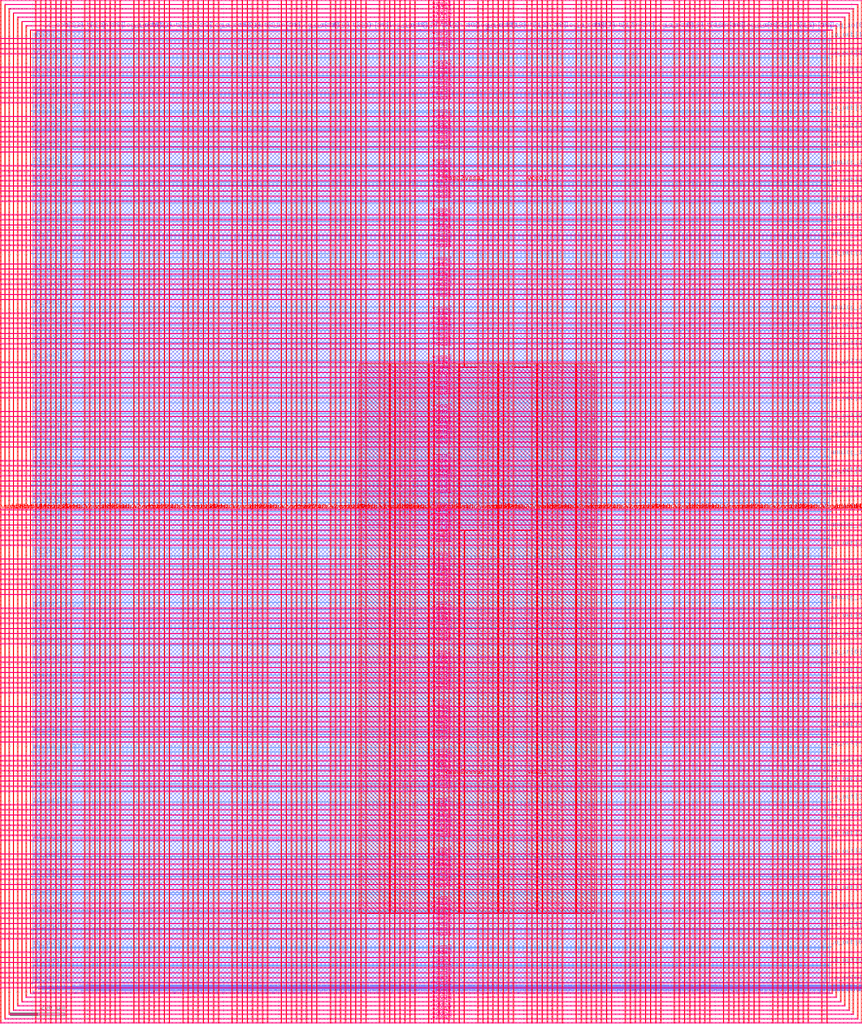
<source format=lef>
VERSION 5.7 ;
  NOWIREEXTENSIONATPIN ON ;
  DIVIDERCHAR "/" ;
  BUSBITCHARS "[]" ;
MACRO user_project_wrapper
  CLASS BLOCK ;
  FOREIGN user_project_wrapper ;
  ORIGIN 0.000 0.000 ;
  SIZE 2920.000 BY 3520.000 ;
  PIN analog_io[0]
    DIRECTION INOUT ;
    USE SIGNAL ;
    PORT
      LAYER met3 ;
        RECT 2917.600 1426.380 2924.800 1427.580 ;
    END
  END analog_io[0]
  PIN analog_io[10]
    DIRECTION INOUT ;
    USE SIGNAL ;
    PORT
      LAYER met2 ;
        RECT 2230.490 3517.600 2231.050 3524.800 ;
    END
  END analog_io[10]
  PIN analog_io[11]
    DIRECTION INOUT ;
    USE SIGNAL ;
    PORT
      LAYER met2 ;
        RECT 1905.730 3517.600 1906.290 3524.800 ;
    END
  END analog_io[11]
  PIN analog_io[12]
    DIRECTION INOUT ;
    USE SIGNAL ;
    PORT
      LAYER met2 ;
        RECT 1581.430 3517.600 1581.990 3524.800 ;
    END
  END analog_io[12]
  PIN analog_io[13]
    DIRECTION INOUT ;
    USE SIGNAL ;
    PORT
      LAYER met2 ;
        RECT 1257.130 3517.600 1257.690 3524.800 ;
    END
  END analog_io[13]
  PIN analog_io[14]
    DIRECTION INOUT ;
    USE SIGNAL ;
    PORT
      LAYER met2 ;
        RECT 932.370 3517.600 932.930 3524.800 ;
    END
  END analog_io[14]
  PIN analog_io[15]
    DIRECTION INOUT ;
    USE SIGNAL ;
    PORT
      LAYER met2 ;
        RECT 608.070 3517.600 608.630 3524.800 ;
    END
  END analog_io[15]
  PIN analog_io[16]
    DIRECTION INOUT ;
    USE SIGNAL ;
    PORT
      LAYER met2 ;
        RECT 283.770 3517.600 284.330 3524.800 ;
    END
  END analog_io[16]
  PIN analog_io[17]
    DIRECTION INOUT ;
    USE SIGNAL ;
    PORT
      LAYER met3 ;
        RECT -4.800 3486.100 2.400 3487.300 ;
    END
  END analog_io[17]
  PIN analog_io[18]
    DIRECTION INOUT ;
    USE SIGNAL ;
    PORT
      LAYER met3 ;
        RECT -4.800 3224.980 2.400 3226.180 ;
    END
  END analog_io[18]
  PIN analog_io[19]
    DIRECTION INOUT ;
    USE SIGNAL ;
    PORT
      LAYER met3 ;
        RECT -4.800 2964.540 2.400 2965.740 ;
    END
  END analog_io[19]
  PIN analog_io[1]
    DIRECTION INOUT ;
    USE SIGNAL ;
    PORT
      LAYER met3 ;
        RECT 2917.600 1692.260 2924.800 1693.460 ;
    END
  END analog_io[1]
  PIN analog_io[20]
    DIRECTION INOUT ;
    USE SIGNAL ;
    PORT
      LAYER met3 ;
        RECT -4.800 2703.420 2.400 2704.620 ;
    END
  END analog_io[20]
  PIN analog_io[21]
    DIRECTION INOUT ;
    USE SIGNAL ;
    PORT
      LAYER met3 ;
        RECT -4.800 2442.980 2.400 2444.180 ;
    END
  END analog_io[21]
  PIN analog_io[22]
    DIRECTION INOUT ;
    USE SIGNAL ;
    PORT
      LAYER met3 ;
        RECT -4.800 2182.540 2.400 2183.740 ;
    END
  END analog_io[22]
  PIN analog_io[23]
    DIRECTION INOUT ;
    USE SIGNAL ;
    PORT
      LAYER met3 ;
        RECT -4.800 1921.420 2.400 1922.620 ;
    END
  END analog_io[23]
  PIN analog_io[24]
    DIRECTION INOUT ;
    USE SIGNAL ;
    PORT
      LAYER met3 ;
        RECT -4.800 1660.980 2.400 1662.180 ;
    END
  END analog_io[24]
  PIN analog_io[25]
    DIRECTION INOUT ;
    USE SIGNAL ;
    PORT
      LAYER met3 ;
        RECT -4.800 1399.860 2.400 1401.060 ;
    END
  END analog_io[25]
  PIN analog_io[26]
    DIRECTION INOUT ;
    USE SIGNAL ;
    PORT
      LAYER met3 ;
        RECT -4.800 1139.420 2.400 1140.620 ;
    END
  END analog_io[26]
  PIN analog_io[27]
    DIRECTION INOUT ;
    USE SIGNAL ;
    PORT
      LAYER met3 ;
        RECT -4.800 878.980 2.400 880.180 ;
    END
  END analog_io[27]
  PIN analog_io[2]
    DIRECTION INOUT ;
    USE SIGNAL ;
    PORT
      LAYER met3 ;
        RECT 2917.600 1958.140 2924.800 1959.340 ;
    END
  END analog_io[2]
  PIN analog_io[3]
    DIRECTION INOUT ;
    USE SIGNAL ;
    PORT
      LAYER met3 ;
        RECT 2917.600 2223.340 2924.800 2224.540 ;
    END
  END analog_io[3]
  PIN analog_io[4]
    DIRECTION INOUT ;
    USE SIGNAL ;
    PORT
      LAYER met3 ;
        RECT 2917.600 2489.220 2924.800 2490.420 ;
    END
  END analog_io[4]
  PIN analog_io[5]
    DIRECTION INOUT ;
    USE SIGNAL ;
    PORT
      LAYER met3 ;
        RECT 2917.600 2755.100 2924.800 2756.300 ;
    END
  END analog_io[5]
  PIN analog_io[6]
    DIRECTION INOUT ;
    USE SIGNAL ;
    PORT
      LAYER met3 ;
        RECT 2917.600 3020.300 2924.800 3021.500 ;
    END
  END analog_io[6]
  PIN analog_io[7]
    DIRECTION INOUT ;
    USE SIGNAL ;
    PORT
      LAYER met3 ;
        RECT 2917.600 3286.180 2924.800 3287.380 ;
    END
  END analog_io[7]
  PIN analog_io[8]
    DIRECTION INOUT ;
    USE SIGNAL ;
    PORT
      LAYER met2 ;
        RECT 2879.090 3517.600 2879.650 3524.800 ;
    END
  END analog_io[8]
  PIN analog_io[9]
    DIRECTION INOUT ;
    USE SIGNAL ;
    PORT
      LAYER met2 ;
        RECT 2554.790 3517.600 2555.350 3524.800 ;
    END
  END analog_io[9]
  PIN io_in[0]
    DIRECTION INPUT ;
    USE SIGNAL ;
    PORT
      LAYER met3 ;
        RECT 2917.600 32.380 2924.800 33.580 ;
    END
  END io_in[0]
  PIN io_in[10]
    DIRECTION INPUT ;
    USE SIGNAL ;
    PORT
      LAYER met3 ;
        RECT 2917.600 2289.980 2924.800 2291.180 ;
    END
  END io_in[10]
  PIN io_in[11]
    DIRECTION INPUT ;
    USE SIGNAL ;
    PORT
      LAYER met3 ;
        RECT 2917.600 2555.860 2924.800 2557.060 ;
    END
  END io_in[11]
  PIN io_in[12]
    DIRECTION INPUT ;
    USE SIGNAL ;
    PORT
      LAYER met3 ;
        RECT 2917.600 2821.060 2924.800 2822.260 ;
    END
  END io_in[12]
  PIN io_in[13]
    DIRECTION INPUT ;
    USE SIGNAL ;
    PORT
      LAYER met3 ;
        RECT 2917.600 3086.940 2924.800 3088.140 ;
    END
  END io_in[13]
  PIN io_in[14]
    DIRECTION INPUT ;
    USE SIGNAL ;
    PORT
      LAYER met3 ;
        RECT 2917.600 3352.820 2924.800 3354.020 ;
    END
  END io_in[14]
  PIN io_in[15]
    DIRECTION INPUT ;
    USE SIGNAL ;
    PORT
      LAYER met2 ;
        RECT 2798.130 3517.600 2798.690 3524.800 ;
    END
  END io_in[15]
  PIN io_in[16]
    DIRECTION INPUT ;
    USE SIGNAL ;
    PORT
      LAYER met2 ;
        RECT 2473.830 3517.600 2474.390 3524.800 ;
    END
  END io_in[16]
  PIN io_in[17]
    DIRECTION INPUT ;
    USE SIGNAL ;
    PORT
      LAYER met2 ;
        RECT 2149.070 3517.600 2149.630 3524.800 ;
    END
  END io_in[17]
  PIN io_in[18]
    DIRECTION INPUT ;
    USE SIGNAL ;
    PORT
      LAYER met2 ;
        RECT 1824.770 3517.600 1825.330 3524.800 ;
    END
  END io_in[18]
  PIN io_in[19]
    DIRECTION INPUT ;
    USE SIGNAL ;
    PORT
      LAYER met2 ;
        RECT 1500.470 3517.600 1501.030 3524.800 ;
    END
  END io_in[19]
  PIN io_in[1]
    DIRECTION INPUT ;
    USE SIGNAL ;
    PORT
      LAYER met3 ;
        RECT 2917.600 230.940 2924.800 232.140 ;
    END
  END io_in[1]
  PIN io_in[20]
    DIRECTION INPUT ;
    USE SIGNAL ;
    PORT
      LAYER met2 ;
        RECT 1175.710 3517.600 1176.270 3524.800 ;
    END
  END io_in[20]
  PIN io_in[21]
    DIRECTION INPUT ;
    USE SIGNAL ;
    PORT
      LAYER met2 ;
        RECT 851.410 3517.600 851.970 3524.800 ;
    END
  END io_in[21]
  PIN io_in[22]
    DIRECTION INPUT ;
    USE SIGNAL ;
    PORT
      LAYER met2 ;
        RECT 527.110 3517.600 527.670 3524.800 ;
    END
  END io_in[22]
  PIN io_in[23]
    DIRECTION INPUT ;
    USE SIGNAL ;
    PORT
      LAYER met2 ;
        RECT 202.350 3517.600 202.910 3524.800 ;
    END
  END io_in[23]
  PIN io_in[24]
    DIRECTION INPUT ;
    USE SIGNAL ;
    PORT
      LAYER met3 ;
        RECT -4.800 3420.820 2.400 3422.020 ;
    END
  END io_in[24]
  PIN io_in[25]
    DIRECTION INPUT ;
    USE SIGNAL ;
    PORT
      LAYER met3 ;
        RECT -4.800 3159.700 2.400 3160.900 ;
    END
  END io_in[25]
  PIN io_in[26]
    DIRECTION INPUT ;
    USE SIGNAL ;
    PORT
      LAYER met3 ;
        RECT -4.800 2899.260 2.400 2900.460 ;
    END
  END io_in[26]
  PIN io_in[27]
    DIRECTION INPUT ;
    USE SIGNAL ;
    PORT
      LAYER met3 ;
        RECT -4.800 2638.820 2.400 2640.020 ;
    END
  END io_in[27]
  PIN io_in[28]
    DIRECTION INPUT ;
    USE SIGNAL ;
    PORT
      LAYER met3 ;
        RECT -4.800 2377.700 2.400 2378.900 ;
    END
  END io_in[28]
  PIN io_in[29]
    DIRECTION INPUT ;
    USE SIGNAL ;
    PORT
      LAYER met3 ;
        RECT -4.800 2117.260 2.400 2118.460 ;
    END
  END io_in[29]
  PIN io_in[2]
    DIRECTION INPUT ;
    USE SIGNAL ;
    PORT
      LAYER met3 ;
        RECT 2917.600 430.180 2924.800 431.380 ;
    END
  END io_in[2]
  PIN io_in[30]
    DIRECTION INPUT ;
    USE SIGNAL ;
    PORT
      LAYER met3 ;
        RECT -4.800 1856.140 2.400 1857.340 ;
    END
  END io_in[30]
  PIN io_in[31]
    DIRECTION INPUT ;
    USE SIGNAL ;
    PORT
      LAYER met3 ;
        RECT -4.800 1595.700 2.400 1596.900 ;
    END
  END io_in[31]
  PIN io_in[32]
    DIRECTION INPUT ;
    USE SIGNAL ;
    PORT
      LAYER met3 ;
        RECT -4.800 1335.260 2.400 1336.460 ;
    END
  END io_in[32]
  PIN io_in[33]
    DIRECTION INPUT ;
    USE SIGNAL ;
    PORT
      LAYER met3 ;
        RECT -4.800 1074.140 2.400 1075.340 ;
    END
  END io_in[33]
  PIN io_in[34]
    DIRECTION INPUT ;
    USE SIGNAL ;
    PORT
      LAYER met3 ;
        RECT -4.800 813.700 2.400 814.900 ;
    END
  END io_in[34]
  PIN io_in[35]
    DIRECTION INPUT ;
    USE SIGNAL ;
    PORT
      LAYER met3 ;
        RECT -4.800 552.580 2.400 553.780 ;
    END
  END io_in[35]
  PIN io_in[36]
    DIRECTION INPUT ;
    USE SIGNAL ;
    PORT
      LAYER met3 ;
        RECT -4.800 357.420 2.400 358.620 ;
    END
  END io_in[36]
  PIN io_in[37]
    DIRECTION INPUT ;
    USE SIGNAL ;
    PORT
      LAYER met3 ;
        RECT -4.800 161.580 2.400 162.780 ;
    END
  END io_in[37]
  PIN io_in[3]
    DIRECTION INPUT ;
    USE SIGNAL ;
    PORT
      LAYER met3 ;
        RECT 2917.600 629.420 2924.800 630.620 ;
    END
  END io_in[3]
  PIN io_in[4]
    DIRECTION INPUT ;
    USE SIGNAL ;
    PORT
      LAYER met3 ;
        RECT 2917.600 828.660 2924.800 829.860 ;
    END
  END io_in[4]
  PIN io_in[5]
    DIRECTION INPUT ;
    USE SIGNAL ;
    PORT
      LAYER met3 ;
        RECT 2917.600 1027.900 2924.800 1029.100 ;
    END
  END io_in[5]
  PIN io_in[6]
    DIRECTION INPUT ;
    USE SIGNAL ;
    PORT
      LAYER met3 ;
        RECT 2917.600 1227.140 2924.800 1228.340 ;
    END
  END io_in[6]
  PIN io_in[7]
    DIRECTION INPUT ;
    USE SIGNAL ;
    PORT
      LAYER met3 ;
        RECT 2917.600 1493.020 2924.800 1494.220 ;
    END
  END io_in[7]
  PIN io_in[8]
    DIRECTION INPUT ;
    USE SIGNAL ;
    PORT
      LAYER met3 ;
        RECT 2917.600 1758.900 2924.800 1760.100 ;
    END
  END io_in[8]
  PIN io_in[9]
    DIRECTION INPUT ;
    USE SIGNAL ;
    PORT
      LAYER met3 ;
        RECT 2917.600 2024.100 2924.800 2025.300 ;
    END
  END io_in[9]
  PIN io_oeb[0]
    DIRECTION OUTPUT TRISTATE ;
    USE SIGNAL ;
    PORT
      LAYER met3 ;
        RECT 2917.600 164.980 2924.800 166.180 ;
    END
  END io_oeb[0]
  PIN io_oeb[10]
    DIRECTION OUTPUT TRISTATE ;
    USE SIGNAL ;
    PORT
      LAYER met3 ;
        RECT 2917.600 2422.580 2924.800 2423.780 ;
    END
  END io_oeb[10]
  PIN io_oeb[11]
    DIRECTION OUTPUT TRISTATE ;
    USE SIGNAL ;
    PORT
      LAYER met3 ;
        RECT 2917.600 2688.460 2924.800 2689.660 ;
    END
  END io_oeb[11]
  PIN io_oeb[12]
    DIRECTION OUTPUT TRISTATE ;
    USE SIGNAL ;
    PORT
      LAYER met3 ;
        RECT 2917.600 2954.340 2924.800 2955.540 ;
    END
  END io_oeb[12]
  PIN io_oeb[13]
    DIRECTION OUTPUT TRISTATE ;
    USE SIGNAL ;
    PORT
      LAYER met3 ;
        RECT 2917.600 3219.540 2924.800 3220.740 ;
    END
  END io_oeb[13]
  PIN io_oeb[14]
    DIRECTION OUTPUT TRISTATE ;
    USE SIGNAL ;
    PORT
      LAYER met3 ;
        RECT 2917.600 3485.420 2924.800 3486.620 ;
    END
  END io_oeb[14]
  PIN io_oeb[15]
    DIRECTION OUTPUT TRISTATE ;
    USE SIGNAL ;
    PORT
      LAYER met2 ;
        RECT 2635.750 3517.600 2636.310 3524.800 ;
    END
  END io_oeb[15]
  PIN io_oeb[16]
    DIRECTION OUTPUT TRISTATE ;
    USE SIGNAL ;
    PORT
      LAYER met2 ;
        RECT 2311.450 3517.600 2312.010 3524.800 ;
    END
  END io_oeb[16]
  PIN io_oeb[17]
    DIRECTION OUTPUT TRISTATE ;
    USE SIGNAL ;
    PORT
      LAYER met2 ;
        RECT 1987.150 3517.600 1987.710 3524.800 ;
    END
  END io_oeb[17]
  PIN io_oeb[18]
    DIRECTION OUTPUT TRISTATE ;
    USE SIGNAL ;
    PORT
      LAYER met2 ;
        RECT 1662.390 3517.600 1662.950 3524.800 ;
    END
  END io_oeb[18]
  PIN io_oeb[19]
    DIRECTION OUTPUT TRISTATE ;
    USE SIGNAL ;
    PORT
      LAYER met2 ;
        RECT 1338.090 3517.600 1338.650 3524.800 ;
    END
  END io_oeb[19]
  PIN io_oeb[1]
    DIRECTION OUTPUT TRISTATE ;
    USE SIGNAL ;
    PORT
      LAYER met3 ;
        RECT 2917.600 364.220 2924.800 365.420 ;
    END
  END io_oeb[1]
  PIN io_oeb[20]
    DIRECTION OUTPUT TRISTATE ;
    USE SIGNAL ;
    PORT
      LAYER met2 ;
        RECT 1013.790 3517.600 1014.350 3524.800 ;
    END
  END io_oeb[20]
  PIN io_oeb[21]
    DIRECTION OUTPUT TRISTATE ;
    USE SIGNAL ;
    PORT
      LAYER met2 ;
        RECT 689.030 3517.600 689.590 3524.800 ;
    END
  END io_oeb[21]
  PIN io_oeb[22]
    DIRECTION OUTPUT TRISTATE ;
    USE SIGNAL ;
    PORT
      LAYER met2 ;
        RECT 364.730 3517.600 365.290 3524.800 ;
    END
  END io_oeb[22]
  PIN io_oeb[23]
    DIRECTION OUTPUT TRISTATE ;
    USE SIGNAL ;
    PORT
      LAYER met2 ;
        RECT 40.430 3517.600 40.990 3524.800 ;
    END
  END io_oeb[23]
  PIN io_oeb[24]
    DIRECTION OUTPUT TRISTATE ;
    USE SIGNAL ;
    PORT
      LAYER met3 ;
        RECT -4.800 3290.260 2.400 3291.460 ;
    END
  END io_oeb[24]
  PIN io_oeb[25]
    DIRECTION OUTPUT TRISTATE ;
    USE SIGNAL ;
    PORT
      LAYER met3 ;
        RECT -4.800 3029.820 2.400 3031.020 ;
    END
  END io_oeb[25]
  PIN io_oeb[26]
    DIRECTION OUTPUT TRISTATE ;
    USE SIGNAL ;
    PORT
      LAYER met3 ;
        RECT -4.800 2768.700 2.400 2769.900 ;
    END
  END io_oeb[26]
  PIN io_oeb[27]
    DIRECTION OUTPUT TRISTATE ;
    USE SIGNAL ;
    PORT
      LAYER met3 ;
        RECT -4.800 2508.260 2.400 2509.460 ;
    END
  END io_oeb[27]
  PIN io_oeb[28]
    DIRECTION OUTPUT TRISTATE ;
    USE SIGNAL ;
    PORT
      LAYER met3 ;
        RECT -4.800 2247.140 2.400 2248.340 ;
    END
  END io_oeb[28]
  PIN io_oeb[29]
    DIRECTION OUTPUT TRISTATE ;
    USE SIGNAL ;
    PORT
      LAYER met3 ;
        RECT -4.800 1986.700 2.400 1987.900 ;
    END
  END io_oeb[29]
  PIN io_oeb[2]
    DIRECTION OUTPUT TRISTATE ;
    USE SIGNAL ;
    PORT
      LAYER met3 ;
        RECT 2917.600 563.460 2924.800 564.660 ;
    END
  END io_oeb[2]
  PIN io_oeb[30]
    DIRECTION OUTPUT TRISTATE ;
    USE SIGNAL ;
    PORT
      LAYER met3 ;
        RECT -4.800 1726.260 2.400 1727.460 ;
    END
  END io_oeb[30]
  PIN io_oeb[31]
    DIRECTION OUTPUT TRISTATE ;
    USE SIGNAL ;
    PORT
      LAYER met3 ;
        RECT -4.800 1465.140 2.400 1466.340 ;
    END
  END io_oeb[31]
  PIN io_oeb[32]
    DIRECTION OUTPUT TRISTATE ;
    USE SIGNAL ;
    PORT
      LAYER met3 ;
        RECT -4.800 1204.700 2.400 1205.900 ;
    END
  END io_oeb[32]
  PIN io_oeb[33]
    DIRECTION OUTPUT TRISTATE ;
    USE SIGNAL ;
    PORT
      LAYER met3 ;
        RECT -4.800 943.580 2.400 944.780 ;
    END
  END io_oeb[33]
  PIN io_oeb[34]
    DIRECTION OUTPUT TRISTATE ;
    USE SIGNAL ;
    PORT
      LAYER met3 ;
        RECT -4.800 683.140 2.400 684.340 ;
    END
  END io_oeb[34]
  PIN io_oeb[35]
    DIRECTION OUTPUT TRISTATE ;
    USE SIGNAL ;
    PORT
      LAYER met3 ;
        RECT -4.800 422.700 2.400 423.900 ;
    END
  END io_oeb[35]
  PIN io_oeb[36]
    DIRECTION OUTPUT TRISTATE ;
    USE SIGNAL ;
    PORT
      LAYER met3 ;
        RECT -4.800 226.860 2.400 228.060 ;
    END
  END io_oeb[36]
  PIN io_oeb[37]
    DIRECTION OUTPUT TRISTATE ;
    USE SIGNAL ;
    PORT
      LAYER met3 ;
        RECT -4.800 31.700 2.400 32.900 ;
    END
  END io_oeb[37]
  PIN io_oeb[3]
    DIRECTION OUTPUT TRISTATE ;
    USE SIGNAL ;
    PORT
      LAYER met3 ;
        RECT 2917.600 762.700 2924.800 763.900 ;
    END
  END io_oeb[3]
  PIN io_oeb[4]
    DIRECTION OUTPUT TRISTATE ;
    USE SIGNAL ;
    PORT
      LAYER met3 ;
        RECT 2917.600 961.940 2924.800 963.140 ;
    END
  END io_oeb[4]
  PIN io_oeb[5]
    DIRECTION OUTPUT TRISTATE ;
    USE SIGNAL ;
    PORT
      LAYER met3 ;
        RECT 2917.600 1161.180 2924.800 1162.380 ;
    END
  END io_oeb[5]
  PIN io_oeb[6]
    DIRECTION OUTPUT TRISTATE ;
    USE SIGNAL ;
    PORT
      LAYER met3 ;
        RECT 2917.600 1360.420 2924.800 1361.620 ;
    END
  END io_oeb[6]
  PIN io_oeb[7]
    DIRECTION OUTPUT TRISTATE ;
    USE SIGNAL ;
    PORT
      LAYER met3 ;
        RECT 2917.600 1625.620 2924.800 1626.820 ;
    END
  END io_oeb[7]
  PIN io_oeb[8]
    DIRECTION OUTPUT TRISTATE ;
    USE SIGNAL ;
    PORT
      LAYER met3 ;
        RECT 2917.600 1891.500 2924.800 1892.700 ;
    END
  END io_oeb[8]
  PIN io_oeb[9]
    DIRECTION OUTPUT TRISTATE ;
    USE SIGNAL ;
    PORT
      LAYER met3 ;
        RECT 2917.600 2157.380 2924.800 2158.580 ;
    END
  END io_oeb[9]
  PIN io_out[0]
    DIRECTION OUTPUT TRISTATE ;
    USE SIGNAL ;
    PORT
      LAYER met3 ;
        RECT 2917.600 98.340 2924.800 99.540 ;
    END
  END io_out[0]
  PIN io_out[10]
    DIRECTION OUTPUT TRISTATE ;
    USE SIGNAL ;
    PORT
      LAYER met3 ;
        RECT 2917.600 2356.620 2924.800 2357.820 ;
    END
  END io_out[10]
  PIN io_out[11]
    DIRECTION OUTPUT TRISTATE ;
    USE SIGNAL ;
    PORT
      LAYER met3 ;
        RECT 2917.600 2621.820 2924.800 2623.020 ;
    END
  END io_out[11]
  PIN io_out[12]
    DIRECTION OUTPUT TRISTATE ;
    USE SIGNAL ;
    PORT
      LAYER met3 ;
        RECT 2917.600 2887.700 2924.800 2888.900 ;
    END
  END io_out[12]
  PIN io_out[13]
    DIRECTION OUTPUT TRISTATE ;
    USE SIGNAL ;
    PORT
      LAYER met3 ;
        RECT 2917.600 3153.580 2924.800 3154.780 ;
    END
  END io_out[13]
  PIN io_out[14]
    DIRECTION OUTPUT TRISTATE ;
    USE SIGNAL ;
    PORT
      LAYER met3 ;
        RECT 2917.600 3418.780 2924.800 3419.980 ;
    END
  END io_out[14]
  PIN io_out[15]
    DIRECTION OUTPUT TRISTATE ;
    USE SIGNAL ;
    PORT
      LAYER met2 ;
        RECT 2717.170 3517.600 2717.730 3524.800 ;
    END
  END io_out[15]
  PIN io_out[16]
    DIRECTION OUTPUT TRISTATE ;
    USE SIGNAL ;
    PORT
      LAYER met2 ;
        RECT 2392.410 3517.600 2392.970 3524.800 ;
    END
  END io_out[16]
  PIN io_out[17]
    DIRECTION OUTPUT TRISTATE ;
    USE SIGNAL ;
    PORT
      LAYER met2 ;
        RECT 2068.110 3517.600 2068.670 3524.800 ;
    END
  END io_out[17]
  PIN io_out[18]
    DIRECTION OUTPUT TRISTATE ;
    USE SIGNAL ;
    PORT
      LAYER met2 ;
        RECT 1743.810 3517.600 1744.370 3524.800 ;
    END
  END io_out[18]
  PIN io_out[19]
    DIRECTION OUTPUT TRISTATE ;
    USE SIGNAL ;
    PORT
      LAYER met2 ;
        RECT 1419.050 3517.600 1419.610 3524.800 ;
    END
  END io_out[19]
  PIN io_out[1]
    DIRECTION OUTPUT TRISTATE ;
    USE SIGNAL ;
    PORT
      LAYER met3 ;
        RECT 2917.600 297.580 2924.800 298.780 ;
    END
  END io_out[1]
  PIN io_out[20]
    DIRECTION OUTPUT TRISTATE ;
    USE SIGNAL ;
    PORT
      LAYER met2 ;
        RECT 1094.750 3517.600 1095.310 3524.800 ;
    END
  END io_out[20]
  PIN io_out[21]
    DIRECTION OUTPUT TRISTATE ;
    USE SIGNAL ;
    PORT
      LAYER met2 ;
        RECT 770.450 3517.600 771.010 3524.800 ;
    END
  END io_out[21]
  PIN io_out[22]
    DIRECTION OUTPUT TRISTATE ;
    USE SIGNAL ;
    PORT
      LAYER met2 ;
        RECT 445.690 3517.600 446.250 3524.800 ;
    END
  END io_out[22]
  PIN io_out[23]
    DIRECTION OUTPUT TRISTATE ;
    USE SIGNAL ;
    PORT
      LAYER met2 ;
        RECT 121.390 3517.600 121.950 3524.800 ;
    END
  END io_out[23]
  PIN io_out[24]
    DIRECTION OUTPUT TRISTATE ;
    USE SIGNAL ;
    PORT
      LAYER met3 ;
        RECT -4.800 3355.540 2.400 3356.740 ;
    END
  END io_out[24]
  PIN io_out[25]
    DIRECTION OUTPUT TRISTATE ;
    USE SIGNAL ;
    PORT
      LAYER met3 ;
        RECT -4.800 3095.100 2.400 3096.300 ;
    END
  END io_out[25]
  PIN io_out[26]
    DIRECTION OUTPUT TRISTATE ;
    USE SIGNAL ;
    PORT
      LAYER met3 ;
        RECT -4.800 2833.980 2.400 2835.180 ;
    END
  END io_out[26]
  PIN io_out[27]
    DIRECTION OUTPUT TRISTATE ;
    USE SIGNAL ;
    PORT
      LAYER met3 ;
        RECT -4.800 2573.540 2.400 2574.740 ;
    END
  END io_out[27]
  PIN io_out[28]
    DIRECTION OUTPUT TRISTATE ;
    USE SIGNAL ;
    PORT
      LAYER met3 ;
        RECT -4.800 2312.420 2.400 2313.620 ;
    END
  END io_out[28]
  PIN io_out[29]
    DIRECTION OUTPUT TRISTATE ;
    USE SIGNAL ;
    PORT
      LAYER met3 ;
        RECT -4.800 2051.980 2.400 2053.180 ;
    END
  END io_out[29]
  PIN io_out[2]
    DIRECTION OUTPUT TRISTATE ;
    USE SIGNAL ;
    PORT
      LAYER met3 ;
        RECT 2917.600 496.820 2924.800 498.020 ;
    END
  END io_out[2]
  PIN io_out[30]
    DIRECTION OUTPUT TRISTATE ;
    USE SIGNAL ;
    PORT
      LAYER met3 ;
        RECT -4.800 1791.540 2.400 1792.740 ;
    END
  END io_out[30]
  PIN io_out[31]
    DIRECTION OUTPUT TRISTATE ;
    USE SIGNAL ;
    PORT
      LAYER met3 ;
        RECT -4.800 1530.420 2.400 1531.620 ;
    END
  END io_out[31]
  PIN io_out[32]
    DIRECTION OUTPUT TRISTATE ;
    USE SIGNAL ;
    PORT
      LAYER met3 ;
        RECT -4.800 1269.980 2.400 1271.180 ;
    END
  END io_out[32]
  PIN io_out[33]
    DIRECTION OUTPUT TRISTATE ;
    USE SIGNAL ;
    PORT
      LAYER met3 ;
        RECT -4.800 1008.860 2.400 1010.060 ;
    END
  END io_out[33]
  PIN io_out[34]
    DIRECTION OUTPUT TRISTATE ;
    USE SIGNAL ;
    PORT
      LAYER met3 ;
        RECT -4.800 748.420 2.400 749.620 ;
    END
  END io_out[34]
  PIN io_out[35]
    DIRECTION OUTPUT TRISTATE ;
    USE SIGNAL ;
    PORT
      LAYER met3 ;
        RECT -4.800 487.300 2.400 488.500 ;
    END
  END io_out[35]
  PIN io_out[36]
    DIRECTION OUTPUT TRISTATE ;
    USE SIGNAL ;
    PORT
      LAYER met3 ;
        RECT -4.800 292.140 2.400 293.340 ;
    END
  END io_out[36]
  PIN io_out[37]
    DIRECTION OUTPUT TRISTATE ;
    USE SIGNAL ;
    PORT
      LAYER met3 ;
        RECT -4.800 96.300 2.400 97.500 ;
    END
  END io_out[37]
  PIN io_out[3]
    DIRECTION OUTPUT TRISTATE ;
    USE SIGNAL ;
    PORT
      LAYER met3 ;
        RECT 2917.600 696.060 2924.800 697.260 ;
    END
  END io_out[3]
  PIN io_out[4]
    DIRECTION OUTPUT TRISTATE ;
    USE SIGNAL ;
    PORT
      LAYER met3 ;
        RECT 2917.600 895.300 2924.800 896.500 ;
    END
  END io_out[4]
  PIN io_out[5]
    DIRECTION OUTPUT TRISTATE ;
    USE SIGNAL ;
    PORT
      LAYER met3 ;
        RECT 2917.600 1094.540 2924.800 1095.740 ;
    END
  END io_out[5]
  PIN io_out[6]
    DIRECTION OUTPUT TRISTATE ;
    USE SIGNAL ;
    PORT
      LAYER met3 ;
        RECT 2917.600 1293.780 2924.800 1294.980 ;
    END
  END io_out[6]
  PIN io_out[7]
    DIRECTION OUTPUT TRISTATE ;
    USE SIGNAL ;
    PORT
      LAYER met3 ;
        RECT 2917.600 1559.660 2924.800 1560.860 ;
    END
  END io_out[7]
  PIN io_out[8]
    DIRECTION OUTPUT TRISTATE ;
    USE SIGNAL ;
    PORT
      LAYER met3 ;
        RECT 2917.600 1824.860 2924.800 1826.060 ;
    END
  END io_out[8]
  PIN io_out[9]
    DIRECTION OUTPUT TRISTATE ;
    USE SIGNAL ;
    PORT
      LAYER met3 ;
        RECT 2917.600 2090.740 2924.800 2091.940 ;
    END
  END io_out[9]
  PIN la_data_in[0]
    DIRECTION INPUT ;
    USE SIGNAL ;
    PORT
      LAYER met2 ;
        RECT 629.230 -4.800 629.790 2.400 ;
    END
  END la_data_in[0]
  PIN la_data_in[100]
    DIRECTION INPUT ;
    USE SIGNAL ;
    PORT
      LAYER met2 ;
        RECT 2402.530 -4.800 2403.090 2.400 ;
    END
  END la_data_in[100]
  PIN la_data_in[101]
    DIRECTION INPUT ;
    USE SIGNAL ;
    PORT
      LAYER met2 ;
        RECT 2420.010 -4.800 2420.570 2.400 ;
    END
  END la_data_in[101]
  PIN la_data_in[102]
    DIRECTION INPUT ;
    USE SIGNAL ;
    PORT
      LAYER met2 ;
        RECT 2437.950 -4.800 2438.510 2.400 ;
    END
  END la_data_in[102]
  PIN la_data_in[103]
    DIRECTION INPUT ;
    USE SIGNAL ;
    PORT
      LAYER met2 ;
        RECT 2455.430 -4.800 2455.990 2.400 ;
    END
  END la_data_in[103]
  PIN la_data_in[104]
    DIRECTION INPUT ;
    USE SIGNAL ;
    PORT
      LAYER met2 ;
        RECT 2473.370 -4.800 2473.930 2.400 ;
    END
  END la_data_in[104]
  PIN la_data_in[105]
    DIRECTION INPUT ;
    USE SIGNAL ;
    PORT
      LAYER met2 ;
        RECT 2490.850 -4.800 2491.410 2.400 ;
    END
  END la_data_in[105]
  PIN la_data_in[106]
    DIRECTION INPUT ;
    USE SIGNAL ;
    PORT
      LAYER met2 ;
        RECT 2508.790 -4.800 2509.350 2.400 ;
    END
  END la_data_in[106]
  PIN la_data_in[107]
    DIRECTION INPUT ;
    USE SIGNAL ;
    PORT
      LAYER met2 ;
        RECT 2526.730 -4.800 2527.290 2.400 ;
    END
  END la_data_in[107]
  PIN la_data_in[108]
    DIRECTION INPUT ;
    USE SIGNAL ;
    PORT
      LAYER met2 ;
        RECT 2544.210 -4.800 2544.770 2.400 ;
    END
  END la_data_in[108]
  PIN la_data_in[109]
    DIRECTION INPUT ;
    USE SIGNAL ;
    PORT
      LAYER met2 ;
        RECT 2562.150 -4.800 2562.710 2.400 ;
    END
  END la_data_in[109]
  PIN la_data_in[10]
    DIRECTION INPUT ;
    USE SIGNAL ;
    PORT
      LAYER met2 ;
        RECT 806.330 -4.800 806.890 2.400 ;
    END
  END la_data_in[10]
  PIN la_data_in[110]
    DIRECTION INPUT ;
    USE SIGNAL ;
    PORT
      LAYER met2 ;
        RECT 2579.630 -4.800 2580.190 2.400 ;
    END
  END la_data_in[110]
  PIN la_data_in[111]
    DIRECTION INPUT ;
    USE SIGNAL ;
    PORT
      LAYER met2 ;
        RECT 2597.570 -4.800 2598.130 2.400 ;
    END
  END la_data_in[111]
  PIN la_data_in[112]
    DIRECTION INPUT ;
    USE SIGNAL ;
    PORT
      LAYER met2 ;
        RECT 2615.050 -4.800 2615.610 2.400 ;
    END
  END la_data_in[112]
  PIN la_data_in[113]
    DIRECTION INPUT ;
    USE SIGNAL ;
    PORT
      LAYER met2 ;
        RECT 2632.990 -4.800 2633.550 2.400 ;
    END
  END la_data_in[113]
  PIN la_data_in[114]
    DIRECTION INPUT ;
    USE SIGNAL ;
    PORT
      LAYER met2 ;
        RECT 2650.470 -4.800 2651.030 2.400 ;
    END
  END la_data_in[114]
  PIN la_data_in[115]
    DIRECTION INPUT ;
    USE SIGNAL ;
    PORT
      LAYER met2 ;
        RECT 2668.410 -4.800 2668.970 2.400 ;
    END
  END la_data_in[115]
  PIN la_data_in[116]
    DIRECTION INPUT ;
    USE SIGNAL ;
    PORT
      LAYER met2 ;
        RECT 2685.890 -4.800 2686.450 2.400 ;
    END
  END la_data_in[116]
  PIN la_data_in[117]
    DIRECTION INPUT ;
    USE SIGNAL ;
    PORT
      LAYER met2 ;
        RECT 2703.830 -4.800 2704.390 2.400 ;
    END
  END la_data_in[117]
  PIN la_data_in[118]
    DIRECTION INPUT ;
    USE SIGNAL ;
    PORT
      LAYER met2 ;
        RECT 2721.770 -4.800 2722.330 2.400 ;
    END
  END la_data_in[118]
  PIN la_data_in[119]
    DIRECTION INPUT ;
    USE SIGNAL ;
    PORT
      LAYER met2 ;
        RECT 2739.250 -4.800 2739.810 2.400 ;
    END
  END la_data_in[119]
  PIN la_data_in[11]
    DIRECTION INPUT ;
    USE SIGNAL ;
    PORT
      LAYER met2 ;
        RECT 824.270 -4.800 824.830 2.400 ;
    END
  END la_data_in[11]
  PIN la_data_in[120]
    DIRECTION INPUT ;
    USE SIGNAL ;
    PORT
      LAYER met2 ;
        RECT 2757.190 -4.800 2757.750 2.400 ;
    END
  END la_data_in[120]
  PIN la_data_in[121]
    DIRECTION INPUT ;
    USE SIGNAL ;
    PORT
      LAYER met2 ;
        RECT 2774.670 -4.800 2775.230 2.400 ;
    END
  END la_data_in[121]
  PIN la_data_in[122]
    DIRECTION INPUT ;
    USE SIGNAL ;
    PORT
      LAYER met2 ;
        RECT 2792.610 -4.800 2793.170 2.400 ;
    END
  END la_data_in[122]
  PIN la_data_in[123]
    DIRECTION INPUT ;
    USE SIGNAL ;
    PORT
      LAYER met2 ;
        RECT 2810.090 -4.800 2810.650 2.400 ;
    END
  END la_data_in[123]
  PIN la_data_in[124]
    DIRECTION INPUT ;
    USE SIGNAL ;
    PORT
      LAYER met2 ;
        RECT 2828.030 -4.800 2828.590 2.400 ;
    END
  END la_data_in[124]
  PIN la_data_in[125]
    DIRECTION INPUT ;
    USE SIGNAL ;
    PORT
      LAYER met2 ;
        RECT 2845.510 -4.800 2846.070 2.400 ;
    END
  END la_data_in[125]
  PIN la_data_in[126]
    DIRECTION INPUT ;
    USE SIGNAL ;
    PORT
      LAYER met2 ;
        RECT 2863.450 -4.800 2864.010 2.400 ;
    END
  END la_data_in[126]
  PIN la_data_in[127]
    DIRECTION INPUT ;
    USE SIGNAL ;
    PORT
      LAYER met2 ;
        RECT 2881.390 -4.800 2881.950 2.400 ;
    END
  END la_data_in[127]
  PIN la_data_in[12]
    DIRECTION INPUT ;
    USE SIGNAL ;
    PORT
      LAYER met2 ;
        RECT 841.750 -4.800 842.310 2.400 ;
    END
  END la_data_in[12]
  PIN la_data_in[13]
    DIRECTION INPUT ;
    USE SIGNAL ;
    PORT
      LAYER met2 ;
        RECT 859.690 -4.800 860.250 2.400 ;
    END
  END la_data_in[13]
  PIN la_data_in[14]
    DIRECTION INPUT ;
    USE SIGNAL ;
    PORT
      LAYER met2 ;
        RECT 877.170 -4.800 877.730 2.400 ;
    END
  END la_data_in[14]
  PIN la_data_in[15]
    DIRECTION INPUT ;
    USE SIGNAL ;
    PORT
      LAYER met2 ;
        RECT 895.110 -4.800 895.670 2.400 ;
    END
  END la_data_in[15]
  PIN la_data_in[16]
    DIRECTION INPUT ;
    USE SIGNAL ;
    PORT
      LAYER met2 ;
        RECT 912.590 -4.800 913.150 2.400 ;
    END
  END la_data_in[16]
  PIN la_data_in[17]
    DIRECTION INPUT ;
    USE SIGNAL ;
    PORT
      LAYER met2 ;
        RECT 930.530 -4.800 931.090 2.400 ;
    END
  END la_data_in[17]
  PIN la_data_in[18]
    DIRECTION INPUT ;
    USE SIGNAL ;
    PORT
      LAYER met2 ;
        RECT 948.470 -4.800 949.030 2.400 ;
    END
  END la_data_in[18]
  PIN la_data_in[19]
    DIRECTION INPUT ;
    USE SIGNAL ;
    PORT
      LAYER met2 ;
        RECT 965.950 -4.800 966.510 2.400 ;
    END
  END la_data_in[19]
  PIN la_data_in[1]
    DIRECTION INPUT ;
    USE SIGNAL ;
    PORT
      LAYER met2 ;
        RECT 646.710 -4.800 647.270 2.400 ;
    END
  END la_data_in[1]
  PIN la_data_in[20]
    DIRECTION INPUT ;
    USE SIGNAL ;
    PORT
      LAYER met2 ;
        RECT 983.890 -4.800 984.450 2.400 ;
    END
  END la_data_in[20]
  PIN la_data_in[21]
    DIRECTION INPUT ;
    USE SIGNAL ;
    PORT
      LAYER met2 ;
        RECT 1001.370 -4.800 1001.930 2.400 ;
    END
  END la_data_in[21]
  PIN la_data_in[22]
    DIRECTION INPUT ;
    USE SIGNAL ;
    PORT
      LAYER met2 ;
        RECT 1019.310 -4.800 1019.870 2.400 ;
    END
  END la_data_in[22]
  PIN la_data_in[23]
    DIRECTION INPUT ;
    USE SIGNAL ;
    PORT
      LAYER met2 ;
        RECT 1036.790 -4.800 1037.350 2.400 ;
    END
  END la_data_in[23]
  PIN la_data_in[24]
    DIRECTION INPUT ;
    USE SIGNAL ;
    PORT
      LAYER met2 ;
        RECT 1054.730 -4.800 1055.290 2.400 ;
    END
  END la_data_in[24]
  PIN la_data_in[25]
    DIRECTION INPUT ;
    USE SIGNAL ;
    PORT
      LAYER met2 ;
        RECT 1072.210 -4.800 1072.770 2.400 ;
    END
  END la_data_in[25]
  PIN la_data_in[26]
    DIRECTION INPUT ;
    USE SIGNAL ;
    PORT
      LAYER met2 ;
        RECT 1090.150 -4.800 1090.710 2.400 ;
    END
  END la_data_in[26]
  PIN la_data_in[27]
    DIRECTION INPUT ;
    USE SIGNAL ;
    PORT
      LAYER met2 ;
        RECT 1107.630 -4.800 1108.190 2.400 ;
    END
  END la_data_in[27]
  PIN la_data_in[28]
    DIRECTION INPUT ;
    USE SIGNAL ;
    PORT
      LAYER met2 ;
        RECT 1125.570 -4.800 1126.130 2.400 ;
    END
  END la_data_in[28]
  PIN la_data_in[29]
    DIRECTION INPUT ;
    USE SIGNAL ;
    PORT
      LAYER met2 ;
        RECT 1143.510 -4.800 1144.070 2.400 ;
    END
  END la_data_in[29]
  PIN la_data_in[2]
    DIRECTION INPUT ;
    USE SIGNAL ;
    PORT
      LAYER met2 ;
        RECT 664.650 -4.800 665.210 2.400 ;
    END
  END la_data_in[2]
  PIN la_data_in[30]
    DIRECTION INPUT ;
    USE SIGNAL ;
    PORT
      LAYER met2 ;
        RECT 1160.990 -4.800 1161.550 2.400 ;
    END
  END la_data_in[30]
  PIN la_data_in[31]
    DIRECTION INPUT ;
    USE SIGNAL ;
    PORT
      LAYER met2 ;
        RECT 1178.930 -4.800 1179.490 2.400 ;
    END
  END la_data_in[31]
  PIN la_data_in[32]
    DIRECTION INPUT ;
    USE SIGNAL ;
    PORT
      LAYER met2 ;
        RECT 1196.410 -4.800 1196.970 2.400 ;
    END
  END la_data_in[32]
  PIN la_data_in[33]
    DIRECTION INPUT ;
    USE SIGNAL ;
    PORT
      LAYER met2 ;
        RECT 1214.350 -4.800 1214.910 2.400 ;
    END
  END la_data_in[33]
  PIN la_data_in[34]
    DIRECTION INPUT ;
    USE SIGNAL ;
    PORT
      LAYER met2 ;
        RECT 1231.830 -4.800 1232.390 2.400 ;
    END
  END la_data_in[34]
  PIN la_data_in[35]
    DIRECTION INPUT ;
    USE SIGNAL ;
    PORT
      LAYER met2 ;
        RECT 1249.770 -4.800 1250.330 2.400 ;
    END
  END la_data_in[35]
  PIN la_data_in[36]
    DIRECTION INPUT ;
    USE SIGNAL ;
    PORT
      LAYER met2 ;
        RECT 1267.250 -4.800 1267.810 2.400 ;
    END
  END la_data_in[36]
  PIN la_data_in[37]
    DIRECTION INPUT ;
    USE SIGNAL ;
    PORT
      LAYER met2 ;
        RECT 1285.190 -4.800 1285.750 2.400 ;
    END
  END la_data_in[37]
  PIN la_data_in[38]
    DIRECTION INPUT ;
    USE SIGNAL ;
    PORT
      LAYER met2 ;
        RECT 1303.130 -4.800 1303.690 2.400 ;
    END
  END la_data_in[38]
  PIN la_data_in[39]
    DIRECTION INPUT ;
    USE SIGNAL ;
    PORT
      LAYER met2 ;
        RECT 1320.610 -4.800 1321.170 2.400 ;
    END
  END la_data_in[39]
  PIN la_data_in[3]
    DIRECTION INPUT ;
    USE SIGNAL ;
    PORT
      LAYER met2 ;
        RECT 682.130 -4.800 682.690 2.400 ;
    END
  END la_data_in[3]
  PIN la_data_in[40]
    DIRECTION INPUT ;
    USE SIGNAL ;
    PORT
      LAYER met2 ;
        RECT 1338.550 -4.800 1339.110 2.400 ;
    END
  END la_data_in[40]
  PIN la_data_in[41]
    DIRECTION INPUT ;
    USE SIGNAL ;
    PORT
      LAYER met2 ;
        RECT 1356.030 -4.800 1356.590 2.400 ;
    END
  END la_data_in[41]
  PIN la_data_in[42]
    DIRECTION INPUT ;
    USE SIGNAL ;
    PORT
      LAYER met2 ;
        RECT 1373.970 -4.800 1374.530 2.400 ;
    END
  END la_data_in[42]
  PIN la_data_in[43]
    DIRECTION INPUT ;
    USE SIGNAL ;
    PORT
      LAYER met2 ;
        RECT 1391.450 -4.800 1392.010 2.400 ;
    END
  END la_data_in[43]
  PIN la_data_in[44]
    DIRECTION INPUT ;
    USE SIGNAL ;
    PORT
      LAYER met2 ;
        RECT 1409.390 -4.800 1409.950 2.400 ;
    END
  END la_data_in[44]
  PIN la_data_in[45]
    DIRECTION INPUT ;
    USE SIGNAL ;
    PORT
      LAYER met2 ;
        RECT 1426.870 -4.800 1427.430 2.400 ;
    END
  END la_data_in[45]
  PIN la_data_in[46]
    DIRECTION INPUT ;
    USE SIGNAL ;
    PORT
      LAYER met2 ;
        RECT 1444.810 -4.800 1445.370 2.400 ;
    END
  END la_data_in[46]
  PIN la_data_in[47]
    DIRECTION INPUT ;
    USE SIGNAL ;
    PORT
      LAYER met2 ;
        RECT 1462.750 -4.800 1463.310 2.400 ;
    END
  END la_data_in[47]
  PIN la_data_in[48]
    DIRECTION INPUT ;
    USE SIGNAL ;
    PORT
      LAYER met2 ;
        RECT 1480.230 -4.800 1480.790 2.400 ;
    END
  END la_data_in[48]
  PIN la_data_in[49]
    DIRECTION INPUT ;
    USE SIGNAL ;
    PORT
      LAYER met2 ;
        RECT 1498.170 -4.800 1498.730 2.400 ;
    END
  END la_data_in[49]
  PIN la_data_in[4]
    DIRECTION INPUT ;
    USE SIGNAL ;
    PORT
      LAYER met2 ;
        RECT 700.070 -4.800 700.630 2.400 ;
    END
  END la_data_in[4]
  PIN la_data_in[50]
    DIRECTION INPUT ;
    USE SIGNAL ;
    PORT
      LAYER met2 ;
        RECT 1515.650 -4.800 1516.210 2.400 ;
    END
  END la_data_in[50]
  PIN la_data_in[51]
    DIRECTION INPUT ;
    USE SIGNAL ;
    PORT
      LAYER met2 ;
        RECT 1533.590 -4.800 1534.150 2.400 ;
    END
  END la_data_in[51]
  PIN la_data_in[52]
    DIRECTION INPUT ;
    USE SIGNAL ;
    PORT
      LAYER met2 ;
        RECT 1551.070 -4.800 1551.630 2.400 ;
    END
  END la_data_in[52]
  PIN la_data_in[53]
    DIRECTION INPUT ;
    USE SIGNAL ;
    PORT
      LAYER met2 ;
        RECT 1569.010 -4.800 1569.570 2.400 ;
    END
  END la_data_in[53]
  PIN la_data_in[54]
    DIRECTION INPUT ;
    USE SIGNAL ;
    PORT
      LAYER met2 ;
        RECT 1586.490 -4.800 1587.050 2.400 ;
    END
  END la_data_in[54]
  PIN la_data_in[55]
    DIRECTION INPUT ;
    USE SIGNAL ;
    PORT
      LAYER met2 ;
        RECT 1604.430 -4.800 1604.990 2.400 ;
    END
  END la_data_in[55]
  PIN la_data_in[56]
    DIRECTION INPUT ;
    USE SIGNAL ;
    PORT
      LAYER met2 ;
        RECT 1621.910 -4.800 1622.470 2.400 ;
    END
  END la_data_in[56]
  PIN la_data_in[57]
    DIRECTION INPUT ;
    USE SIGNAL ;
    PORT
      LAYER met2 ;
        RECT 1639.850 -4.800 1640.410 2.400 ;
    END
  END la_data_in[57]
  PIN la_data_in[58]
    DIRECTION INPUT ;
    USE SIGNAL ;
    PORT
      LAYER met2 ;
        RECT 1657.790 -4.800 1658.350 2.400 ;
    END
  END la_data_in[58]
  PIN la_data_in[59]
    DIRECTION INPUT ;
    USE SIGNAL ;
    PORT
      LAYER met2 ;
        RECT 1675.270 -4.800 1675.830 2.400 ;
    END
  END la_data_in[59]
  PIN la_data_in[5]
    DIRECTION INPUT ;
    USE SIGNAL ;
    PORT
      LAYER met2 ;
        RECT 717.550 -4.800 718.110 2.400 ;
    END
  END la_data_in[5]
  PIN la_data_in[60]
    DIRECTION INPUT ;
    USE SIGNAL ;
    PORT
      LAYER met2 ;
        RECT 1693.210 -4.800 1693.770 2.400 ;
    END
  END la_data_in[60]
  PIN la_data_in[61]
    DIRECTION INPUT ;
    USE SIGNAL ;
    PORT
      LAYER met2 ;
        RECT 1710.690 -4.800 1711.250 2.400 ;
    END
  END la_data_in[61]
  PIN la_data_in[62]
    DIRECTION INPUT ;
    USE SIGNAL ;
    PORT
      LAYER met2 ;
        RECT 1728.630 -4.800 1729.190 2.400 ;
    END
  END la_data_in[62]
  PIN la_data_in[63]
    DIRECTION INPUT ;
    USE SIGNAL ;
    PORT
      LAYER met2 ;
        RECT 1746.110 -4.800 1746.670 2.400 ;
    END
  END la_data_in[63]
  PIN la_data_in[64]
    DIRECTION INPUT ;
    USE SIGNAL ;
    PORT
      LAYER met2 ;
        RECT 1764.050 -4.800 1764.610 2.400 ;
    END
  END la_data_in[64]
  PIN la_data_in[65]
    DIRECTION INPUT ;
    USE SIGNAL ;
    PORT
      LAYER met2 ;
        RECT 1781.530 -4.800 1782.090 2.400 ;
    END
  END la_data_in[65]
  PIN la_data_in[66]
    DIRECTION INPUT ;
    USE SIGNAL ;
    PORT
      LAYER met2 ;
        RECT 1799.470 -4.800 1800.030 2.400 ;
    END
  END la_data_in[66]
  PIN la_data_in[67]
    DIRECTION INPUT ;
    USE SIGNAL ;
    PORT
      LAYER met2 ;
        RECT 1817.410 -4.800 1817.970 2.400 ;
    END
  END la_data_in[67]
  PIN la_data_in[68]
    DIRECTION INPUT ;
    USE SIGNAL ;
    PORT
      LAYER met2 ;
        RECT 1834.890 -4.800 1835.450 2.400 ;
    END
  END la_data_in[68]
  PIN la_data_in[69]
    DIRECTION INPUT ;
    USE SIGNAL ;
    PORT
      LAYER met2 ;
        RECT 1852.830 -4.800 1853.390 2.400 ;
    END
  END la_data_in[69]
  PIN la_data_in[6]
    DIRECTION INPUT ;
    USE SIGNAL ;
    PORT
      LAYER met2 ;
        RECT 735.490 -4.800 736.050 2.400 ;
    END
  END la_data_in[6]
  PIN la_data_in[70]
    DIRECTION INPUT ;
    USE SIGNAL ;
    PORT
      LAYER met2 ;
        RECT 1870.310 -4.800 1870.870 2.400 ;
    END
  END la_data_in[70]
  PIN la_data_in[71]
    DIRECTION INPUT ;
    USE SIGNAL ;
    PORT
      LAYER met2 ;
        RECT 1888.250 -4.800 1888.810 2.400 ;
    END
  END la_data_in[71]
  PIN la_data_in[72]
    DIRECTION INPUT ;
    USE SIGNAL ;
    PORT
      LAYER met2 ;
        RECT 1905.730 -4.800 1906.290 2.400 ;
    END
  END la_data_in[72]
  PIN la_data_in[73]
    DIRECTION INPUT ;
    USE SIGNAL ;
    PORT
      LAYER met2 ;
        RECT 1923.670 -4.800 1924.230 2.400 ;
    END
  END la_data_in[73]
  PIN la_data_in[74]
    DIRECTION INPUT ;
    USE SIGNAL ;
    PORT
      LAYER met2 ;
        RECT 1941.150 -4.800 1941.710 2.400 ;
    END
  END la_data_in[74]
  PIN la_data_in[75]
    DIRECTION INPUT ;
    USE SIGNAL ;
    PORT
      LAYER met2 ;
        RECT 1959.090 -4.800 1959.650 2.400 ;
    END
  END la_data_in[75]
  PIN la_data_in[76]
    DIRECTION INPUT ;
    USE SIGNAL ;
    PORT
      LAYER met2 ;
        RECT 1976.570 -4.800 1977.130 2.400 ;
    END
  END la_data_in[76]
  PIN la_data_in[77]
    DIRECTION INPUT ;
    USE SIGNAL ;
    PORT
      LAYER met2 ;
        RECT 1994.510 -4.800 1995.070 2.400 ;
    END
  END la_data_in[77]
  PIN la_data_in[78]
    DIRECTION INPUT ;
    USE SIGNAL ;
    PORT
      LAYER met2 ;
        RECT 2012.450 -4.800 2013.010 2.400 ;
    END
  END la_data_in[78]
  PIN la_data_in[79]
    DIRECTION INPUT ;
    USE SIGNAL ;
    PORT
      LAYER met2 ;
        RECT 2029.930 -4.800 2030.490 2.400 ;
    END
  END la_data_in[79]
  PIN la_data_in[7]
    DIRECTION INPUT ;
    USE SIGNAL ;
    PORT
      LAYER met2 ;
        RECT 752.970 -4.800 753.530 2.400 ;
    END
  END la_data_in[7]
  PIN la_data_in[80]
    DIRECTION INPUT ;
    USE SIGNAL ;
    PORT
      LAYER met2 ;
        RECT 2047.870 -4.800 2048.430 2.400 ;
    END
  END la_data_in[80]
  PIN la_data_in[81]
    DIRECTION INPUT ;
    USE SIGNAL ;
    PORT
      LAYER met2 ;
        RECT 2065.350 -4.800 2065.910 2.400 ;
    END
  END la_data_in[81]
  PIN la_data_in[82]
    DIRECTION INPUT ;
    USE SIGNAL ;
    PORT
      LAYER met2 ;
        RECT 2083.290 -4.800 2083.850 2.400 ;
    END
  END la_data_in[82]
  PIN la_data_in[83]
    DIRECTION INPUT ;
    USE SIGNAL ;
    PORT
      LAYER met2 ;
        RECT 2100.770 -4.800 2101.330 2.400 ;
    END
  END la_data_in[83]
  PIN la_data_in[84]
    DIRECTION INPUT ;
    USE SIGNAL ;
    PORT
      LAYER met2 ;
        RECT 2118.710 -4.800 2119.270 2.400 ;
    END
  END la_data_in[84]
  PIN la_data_in[85]
    DIRECTION INPUT ;
    USE SIGNAL ;
    PORT
      LAYER met2 ;
        RECT 2136.190 -4.800 2136.750 2.400 ;
    END
  END la_data_in[85]
  PIN la_data_in[86]
    DIRECTION INPUT ;
    USE SIGNAL ;
    PORT
      LAYER met2 ;
        RECT 2154.130 -4.800 2154.690 2.400 ;
    END
  END la_data_in[86]
  PIN la_data_in[87]
    DIRECTION INPUT ;
    USE SIGNAL ;
    PORT
      LAYER met2 ;
        RECT 2172.070 -4.800 2172.630 2.400 ;
    END
  END la_data_in[87]
  PIN la_data_in[88]
    DIRECTION INPUT ;
    USE SIGNAL ;
    PORT
      LAYER met2 ;
        RECT 2189.550 -4.800 2190.110 2.400 ;
    END
  END la_data_in[88]
  PIN la_data_in[89]
    DIRECTION INPUT ;
    USE SIGNAL ;
    PORT
      LAYER met2 ;
        RECT 2207.490 -4.800 2208.050 2.400 ;
    END
  END la_data_in[89]
  PIN la_data_in[8]
    DIRECTION INPUT ;
    USE SIGNAL ;
    PORT
      LAYER met2 ;
        RECT 770.910 -4.800 771.470 2.400 ;
    END
  END la_data_in[8]
  PIN la_data_in[90]
    DIRECTION INPUT ;
    USE SIGNAL ;
    PORT
      LAYER met2 ;
        RECT 2224.970 -4.800 2225.530 2.400 ;
    END
  END la_data_in[90]
  PIN la_data_in[91]
    DIRECTION INPUT ;
    USE SIGNAL ;
    PORT
      LAYER met2 ;
        RECT 2242.910 -4.800 2243.470 2.400 ;
    END
  END la_data_in[91]
  PIN la_data_in[92]
    DIRECTION INPUT ;
    USE SIGNAL ;
    PORT
      LAYER met2 ;
        RECT 2260.390 -4.800 2260.950 2.400 ;
    END
  END la_data_in[92]
  PIN la_data_in[93]
    DIRECTION INPUT ;
    USE SIGNAL ;
    PORT
      LAYER met2 ;
        RECT 2278.330 -4.800 2278.890 2.400 ;
    END
  END la_data_in[93]
  PIN la_data_in[94]
    DIRECTION INPUT ;
    USE SIGNAL ;
    PORT
      LAYER met2 ;
        RECT 2295.810 -4.800 2296.370 2.400 ;
    END
  END la_data_in[94]
  PIN la_data_in[95]
    DIRECTION INPUT ;
    USE SIGNAL ;
    PORT
      LAYER met2 ;
        RECT 2313.750 -4.800 2314.310 2.400 ;
    END
  END la_data_in[95]
  PIN la_data_in[96]
    DIRECTION INPUT ;
    USE SIGNAL ;
    PORT
      LAYER met2 ;
        RECT 2331.230 -4.800 2331.790 2.400 ;
    END
  END la_data_in[96]
  PIN la_data_in[97]
    DIRECTION INPUT ;
    USE SIGNAL ;
    PORT
      LAYER met2 ;
        RECT 2349.170 -4.800 2349.730 2.400 ;
    END
  END la_data_in[97]
  PIN la_data_in[98]
    DIRECTION INPUT ;
    USE SIGNAL ;
    PORT
      LAYER met2 ;
        RECT 2367.110 -4.800 2367.670 2.400 ;
    END
  END la_data_in[98]
  PIN la_data_in[99]
    DIRECTION INPUT ;
    USE SIGNAL ;
    PORT
      LAYER met2 ;
        RECT 2384.590 -4.800 2385.150 2.400 ;
    END
  END la_data_in[99]
  PIN la_data_in[9]
    DIRECTION INPUT ;
    USE SIGNAL ;
    PORT
      LAYER met2 ;
        RECT 788.850 -4.800 789.410 2.400 ;
    END
  END la_data_in[9]
  PIN la_data_out[0]
    DIRECTION OUTPUT TRISTATE ;
    USE SIGNAL ;
    PORT
      LAYER met2 ;
        RECT 634.750 -4.800 635.310 2.400 ;
    END
  END la_data_out[0]
  PIN la_data_out[100]
    DIRECTION OUTPUT TRISTATE ;
    USE SIGNAL ;
    PORT
      LAYER met2 ;
        RECT 2408.510 -4.800 2409.070 2.400 ;
    END
  END la_data_out[100]
  PIN la_data_out[101]
    DIRECTION OUTPUT TRISTATE ;
    USE SIGNAL ;
    PORT
      LAYER met2 ;
        RECT 2425.990 -4.800 2426.550 2.400 ;
    END
  END la_data_out[101]
  PIN la_data_out[102]
    DIRECTION OUTPUT TRISTATE ;
    USE SIGNAL ;
    PORT
      LAYER met2 ;
        RECT 2443.930 -4.800 2444.490 2.400 ;
    END
  END la_data_out[102]
  PIN la_data_out[103]
    DIRECTION OUTPUT TRISTATE ;
    USE SIGNAL ;
    PORT
      LAYER met2 ;
        RECT 2461.410 -4.800 2461.970 2.400 ;
    END
  END la_data_out[103]
  PIN la_data_out[104]
    DIRECTION OUTPUT TRISTATE ;
    USE SIGNAL ;
    PORT
      LAYER met2 ;
        RECT 2479.350 -4.800 2479.910 2.400 ;
    END
  END la_data_out[104]
  PIN la_data_out[105]
    DIRECTION OUTPUT TRISTATE ;
    USE SIGNAL ;
    PORT
      LAYER met2 ;
        RECT 2496.830 -4.800 2497.390 2.400 ;
    END
  END la_data_out[105]
  PIN la_data_out[106]
    DIRECTION OUTPUT TRISTATE ;
    USE SIGNAL ;
    PORT
      LAYER met2 ;
        RECT 2514.770 -4.800 2515.330 2.400 ;
    END
  END la_data_out[106]
  PIN la_data_out[107]
    DIRECTION OUTPUT TRISTATE ;
    USE SIGNAL ;
    PORT
      LAYER met2 ;
        RECT 2532.250 -4.800 2532.810 2.400 ;
    END
  END la_data_out[107]
  PIN la_data_out[108]
    DIRECTION OUTPUT TRISTATE ;
    USE SIGNAL ;
    PORT
      LAYER met2 ;
        RECT 2550.190 -4.800 2550.750 2.400 ;
    END
  END la_data_out[108]
  PIN la_data_out[109]
    DIRECTION OUTPUT TRISTATE ;
    USE SIGNAL ;
    PORT
      LAYER met2 ;
        RECT 2567.670 -4.800 2568.230 2.400 ;
    END
  END la_data_out[109]
  PIN la_data_out[10]
    DIRECTION OUTPUT TRISTATE ;
    USE SIGNAL ;
    PORT
      LAYER met2 ;
        RECT 812.310 -4.800 812.870 2.400 ;
    END
  END la_data_out[10]
  PIN la_data_out[110]
    DIRECTION OUTPUT TRISTATE ;
    USE SIGNAL ;
    PORT
      LAYER met2 ;
        RECT 2585.610 -4.800 2586.170 2.400 ;
    END
  END la_data_out[110]
  PIN la_data_out[111]
    DIRECTION OUTPUT TRISTATE ;
    USE SIGNAL ;
    PORT
      LAYER met2 ;
        RECT 2603.550 -4.800 2604.110 2.400 ;
    END
  END la_data_out[111]
  PIN la_data_out[112]
    DIRECTION OUTPUT TRISTATE ;
    USE SIGNAL ;
    PORT
      LAYER met2 ;
        RECT 2621.030 -4.800 2621.590 2.400 ;
    END
  END la_data_out[112]
  PIN la_data_out[113]
    DIRECTION OUTPUT TRISTATE ;
    USE SIGNAL ;
    PORT
      LAYER met2 ;
        RECT 2638.970 -4.800 2639.530 2.400 ;
    END
  END la_data_out[113]
  PIN la_data_out[114]
    DIRECTION OUTPUT TRISTATE ;
    USE SIGNAL ;
    PORT
      LAYER met2 ;
        RECT 2656.450 -4.800 2657.010 2.400 ;
    END
  END la_data_out[114]
  PIN la_data_out[115]
    DIRECTION OUTPUT TRISTATE ;
    USE SIGNAL ;
    PORT
      LAYER met2 ;
        RECT 2674.390 -4.800 2674.950 2.400 ;
    END
  END la_data_out[115]
  PIN la_data_out[116]
    DIRECTION OUTPUT TRISTATE ;
    USE SIGNAL ;
    PORT
      LAYER met2 ;
        RECT 2691.870 -4.800 2692.430 2.400 ;
    END
  END la_data_out[116]
  PIN la_data_out[117]
    DIRECTION OUTPUT TRISTATE ;
    USE SIGNAL ;
    PORT
      LAYER met2 ;
        RECT 2709.810 -4.800 2710.370 2.400 ;
    END
  END la_data_out[117]
  PIN la_data_out[118]
    DIRECTION OUTPUT TRISTATE ;
    USE SIGNAL ;
    PORT
      LAYER met2 ;
        RECT 2727.290 -4.800 2727.850 2.400 ;
    END
  END la_data_out[118]
  PIN la_data_out[119]
    DIRECTION OUTPUT TRISTATE ;
    USE SIGNAL ;
    PORT
      LAYER met2 ;
        RECT 2745.230 -4.800 2745.790 2.400 ;
    END
  END la_data_out[119]
  PIN la_data_out[11]
    DIRECTION OUTPUT TRISTATE ;
    USE SIGNAL ;
    PORT
      LAYER met2 ;
        RECT 830.250 -4.800 830.810 2.400 ;
    END
  END la_data_out[11]
  PIN la_data_out[120]
    DIRECTION OUTPUT TRISTATE ;
    USE SIGNAL ;
    PORT
      LAYER met2 ;
        RECT 2763.170 -4.800 2763.730 2.400 ;
    END
  END la_data_out[120]
  PIN la_data_out[121]
    DIRECTION OUTPUT TRISTATE ;
    USE SIGNAL ;
    PORT
      LAYER met2 ;
        RECT 2780.650 -4.800 2781.210 2.400 ;
    END
  END la_data_out[121]
  PIN la_data_out[122]
    DIRECTION OUTPUT TRISTATE ;
    USE SIGNAL ;
    PORT
      LAYER met2 ;
        RECT 2798.590 -4.800 2799.150 2.400 ;
    END
  END la_data_out[122]
  PIN la_data_out[123]
    DIRECTION OUTPUT TRISTATE ;
    USE SIGNAL ;
    PORT
      LAYER met2 ;
        RECT 2816.070 -4.800 2816.630 2.400 ;
    END
  END la_data_out[123]
  PIN la_data_out[124]
    DIRECTION OUTPUT TRISTATE ;
    USE SIGNAL ;
    PORT
      LAYER met2 ;
        RECT 2834.010 -4.800 2834.570 2.400 ;
    END
  END la_data_out[124]
  PIN la_data_out[125]
    DIRECTION OUTPUT TRISTATE ;
    USE SIGNAL ;
    PORT
      LAYER met2 ;
        RECT 2851.490 -4.800 2852.050 2.400 ;
    END
  END la_data_out[125]
  PIN la_data_out[126]
    DIRECTION OUTPUT TRISTATE ;
    USE SIGNAL ;
    PORT
      LAYER met2 ;
        RECT 2869.430 -4.800 2869.990 2.400 ;
    END
  END la_data_out[126]
  PIN la_data_out[127]
    DIRECTION OUTPUT TRISTATE ;
    USE SIGNAL ;
    PORT
      LAYER met2 ;
        RECT 2886.910 -4.800 2887.470 2.400 ;
    END
  END la_data_out[127]
  PIN la_data_out[12]
    DIRECTION OUTPUT TRISTATE ;
    USE SIGNAL ;
    PORT
      LAYER met2 ;
        RECT 847.730 -4.800 848.290 2.400 ;
    END
  END la_data_out[12]
  PIN la_data_out[13]
    DIRECTION OUTPUT TRISTATE ;
    USE SIGNAL ;
    PORT
      LAYER met2 ;
        RECT 865.670 -4.800 866.230 2.400 ;
    END
  END la_data_out[13]
  PIN la_data_out[14]
    DIRECTION OUTPUT TRISTATE ;
    USE SIGNAL ;
    PORT
      LAYER met2 ;
        RECT 883.150 -4.800 883.710 2.400 ;
    END
  END la_data_out[14]
  PIN la_data_out[15]
    DIRECTION OUTPUT TRISTATE ;
    USE SIGNAL ;
    PORT
      LAYER met2 ;
        RECT 901.090 -4.800 901.650 2.400 ;
    END
  END la_data_out[15]
  PIN la_data_out[16]
    DIRECTION OUTPUT TRISTATE ;
    USE SIGNAL ;
    PORT
      LAYER met2 ;
        RECT 918.570 -4.800 919.130 2.400 ;
    END
  END la_data_out[16]
  PIN la_data_out[17]
    DIRECTION OUTPUT TRISTATE ;
    USE SIGNAL ;
    PORT
      LAYER met2 ;
        RECT 936.510 -4.800 937.070 2.400 ;
    END
  END la_data_out[17]
  PIN la_data_out[18]
    DIRECTION OUTPUT TRISTATE ;
    USE SIGNAL ;
    PORT
      LAYER met2 ;
        RECT 953.990 -4.800 954.550 2.400 ;
    END
  END la_data_out[18]
  PIN la_data_out[19]
    DIRECTION OUTPUT TRISTATE ;
    USE SIGNAL ;
    PORT
      LAYER met2 ;
        RECT 971.930 -4.800 972.490 2.400 ;
    END
  END la_data_out[19]
  PIN la_data_out[1]
    DIRECTION OUTPUT TRISTATE ;
    USE SIGNAL ;
    PORT
      LAYER met2 ;
        RECT 652.690 -4.800 653.250 2.400 ;
    END
  END la_data_out[1]
  PIN la_data_out[20]
    DIRECTION OUTPUT TRISTATE ;
    USE SIGNAL ;
    PORT
      LAYER met2 ;
        RECT 989.410 -4.800 989.970 2.400 ;
    END
  END la_data_out[20]
  PIN la_data_out[21]
    DIRECTION OUTPUT TRISTATE ;
    USE SIGNAL ;
    PORT
      LAYER met2 ;
        RECT 1007.350 -4.800 1007.910 2.400 ;
    END
  END la_data_out[21]
  PIN la_data_out[22]
    DIRECTION OUTPUT TRISTATE ;
    USE SIGNAL ;
    PORT
      LAYER met2 ;
        RECT 1025.290 -4.800 1025.850 2.400 ;
    END
  END la_data_out[22]
  PIN la_data_out[23]
    DIRECTION OUTPUT TRISTATE ;
    USE SIGNAL ;
    PORT
      LAYER met2 ;
        RECT 1042.770 -4.800 1043.330 2.400 ;
    END
  END la_data_out[23]
  PIN la_data_out[24]
    DIRECTION OUTPUT TRISTATE ;
    USE SIGNAL ;
    PORT
      LAYER met2 ;
        RECT 1060.710 -4.800 1061.270 2.400 ;
    END
  END la_data_out[24]
  PIN la_data_out[25]
    DIRECTION OUTPUT TRISTATE ;
    USE SIGNAL ;
    PORT
      LAYER met2 ;
        RECT 1078.190 -4.800 1078.750 2.400 ;
    END
  END la_data_out[25]
  PIN la_data_out[26]
    DIRECTION OUTPUT TRISTATE ;
    USE SIGNAL ;
    PORT
      LAYER met2 ;
        RECT 1096.130 -4.800 1096.690 2.400 ;
    END
  END la_data_out[26]
  PIN la_data_out[27]
    DIRECTION OUTPUT TRISTATE ;
    USE SIGNAL ;
    PORT
      LAYER met2 ;
        RECT 1113.610 -4.800 1114.170 2.400 ;
    END
  END la_data_out[27]
  PIN la_data_out[28]
    DIRECTION OUTPUT TRISTATE ;
    USE SIGNAL ;
    PORT
      LAYER met2 ;
        RECT 1131.550 -4.800 1132.110 2.400 ;
    END
  END la_data_out[28]
  PIN la_data_out[29]
    DIRECTION OUTPUT TRISTATE ;
    USE SIGNAL ;
    PORT
      LAYER met2 ;
        RECT 1149.030 -4.800 1149.590 2.400 ;
    END
  END la_data_out[29]
  PIN la_data_out[2]
    DIRECTION OUTPUT TRISTATE ;
    USE SIGNAL ;
    PORT
      LAYER met2 ;
        RECT 670.630 -4.800 671.190 2.400 ;
    END
  END la_data_out[2]
  PIN la_data_out[30]
    DIRECTION OUTPUT TRISTATE ;
    USE SIGNAL ;
    PORT
      LAYER met2 ;
        RECT 1166.970 -4.800 1167.530 2.400 ;
    END
  END la_data_out[30]
  PIN la_data_out[31]
    DIRECTION OUTPUT TRISTATE ;
    USE SIGNAL ;
    PORT
      LAYER met2 ;
        RECT 1184.910 -4.800 1185.470 2.400 ;
    END
  END la_data_out[31]
  PIN la_data_out[32]
    DIRECTION OUTPUT TRISTATE ;
    USE SIGNAL ;
    PORT
      LAYER met2 ;
        RECT 1202.390 -4.800 1202.950 2.400 ;
    END
  END la_data_out[32]
  PIN la_data_out[33]
    DIRECTION OUTPUT TRISTATE ;
    USE SIGNAL ;
    PORT
      LAYER met2 ;
        RECT 1220.330 -4.800 1220.890 2.400 ;
    END
  END la_data_out[33]
  PIN la_data_out[34]
    DIRECTION OUTPUT TRISTATE ;
    USE SIGNAL ;
    PORT
      LAYER met2 ;
        RECT 1237.810 -4.800 1238.370 2.400 ;
    END
  END la_data_out[34]
  PIN la_data_out[35]
    DIRECTION OUTPUT TRISTATE ;
    USE SIGNAL ;
    PORT
      LAYER met2 ;
        RECT 1255.750 -4.800 1256.310 2.400 ;
    END
  END la_data_out[35]
  PIN la_data_out[36]
    DIRECTION OUTPUT TRISTATE ;
    USE SIGNAL ;
    PORT
      LAYER met2 ;
        RECT 1273.230 -4.800 1273.790 2.400 ;
    END
  END la_data_out[36]
  PIN la_data_out[37]
    DIRECTION OUTPUT TRISTATE ;
    USE SIGNAL ;
    PORT
      LAYER met2 ;
        RECT 1291.170 -4.800 1291.730 2.400 ;
    END
  END la_data_out[37]
  PIN la_data_out[38]
    DIRECTION OUTPUT TRISTATE ;
    USE SIGNAL ;
    PORT
      LAYER met2 ;
        RECT 1308.650 -4.800 1309.210 2.400 ;
    END
  END la_data_out[38]
  PIN la_data_out[39]
    DIRECTION OUTPUT TRISTATE ;
    USE SIGNAL ;
    PORT
      LAYER met2 ;
        RECT 1326.590 -4.800 1327.150 2.400 ;
    END
  END la_data_out[39]
  PIN la_data_out[3]
    DIRECTION OUTPUT TRISTATE ;
    USE SIGNAL ;
    PORT
      LAYER met2 ;
        RECT 688.110 -4.800 688.670 2.400 ;
    END
  END la_data_out[3]
  PIN la_data_out[40]
    DIRECTION OUTPUT TRISTATE ;
    USE SIGNAL ;
    PORT
      LAYER met2 ;
        RECT 1344.070 -4.800 1344.630 2.400 ;
    END
  END la_data_out[40]
  PIN la_data_out[41]
    DIRECTION OUTPUT TRISTATE ;
    USE SIGNAL ;
    PORT
      LAYER met2 ;
        RECT 1362.010 -4.800 1362.570 2.400 ;
    END
  END la_data_out[41]
  PIN la_data_out[42]
    DIRECTION OUTPUT TRISTATE ;
    USE SIGNAL ;
    PORT
      LAYER met2 ;
        RECT 1379.950 -4.800 1380.510 2.400 ;
    END
  END la_data_out[42]
  PIN la_data_out[43]
    DIRECTION OUTPUT TRISTATE ;
    USE SIGNAL ;
    PORT
      LAYER met2 ;
        RECT 1397.430 -4.800 1397.990 2.400 ;
    END
  END la_data_out[43]
  PIN la_data_out[44]
    DIRECTION OUTPUT TRISTATE ;
    USE SIGNAL ;
    PORT
      LAYER met2 ;
        RECT 1415.370 -4.800 1415.930 2.400 ;
    END
  END la_data_out[44]
  PIN la_data_out[45]
    DIRECTION OUTPUT TRISTATE ;
    USE SIGNAL ;
    PORT
      LAYER met2 ;
        RECT 1432.850 -4.800 1433.410 2.400 ;
    END
  END la_data_out[45]
  PIN la_data_out[46]
    DIRECTION OUTPUT TRISTATE ;
    USE SIGNAL ;
    PORT
      LAYER met2 ;
        RECT 1450.790 -4.800 1451.350 2.400 ;
    END
  END la_data_out[46]
  PIN la_data_out[47]
    DIRECTION OUTPUT TRISTATE ;
    USE SIGNAL ;
    PORT
      LAYER met2 ;
        RECT 1468.270 -4.800 1468.830 2.400 ;
    END
  END la_data_out[47]
  PIN la_data_out[48]
    DIRECTION OUTPUT TRISTATE ;
    USE SIGNAL ;
    PORT
      LAYER met2 ;
        RECT 1486.210 -4.800 1486.770 2.400 ;
    END
  END la_data_out[48]
  PIN la_data_out[49]
    DIRECTION OUTPUT TRISTATE ;
    USE SIGNAL ;
    PORT
      LAYER met2 ;
        RECT 1503.690 -4.800 1504.250 2.400 ;
    END
  END la_data_out[49]
  PIN la_data_out[4]
    DIRECTION OUTPUT TRISTATE ;
    USE SIGNAL ;
    PORT
      LAYER met2 ;
        RECT 706.050 -4.800 706.610 2.400 ;
    END
  END la_data_out[4]
  PIN la_data_out[50]
    DIRECTION OUTPUT TRISTATE ;
    USE SIGNAL ;
    PORT
      LAYER met2 ;
        RECT 1521.630 -4.800 1522.190 2.400 ;
    END
  END la_data_out[50]
  PIN la_data_out[51]
    DIRECTION OUTPUT TRISTATE ;
    USE SIGNAL ;
    PORT
      LAYER met2 ;
        RECT 1539.570 -4.800 1540.130 2.400 ;
    END
  END la_data_out[51]
  PIN la_data_out[52]
    DIRECTION OUTPUT TRISTATE ;
    USE SIGNAL ;
    PORT
      LAYER met2 ;
        RECT 1557.050 -4.800 1557.610 2.400 ;
    END
  END la_data_out[52]
  PIN la_data_out[53]
    DIRECTION OUTPUT TRISTATE ;
    USE SIGNAL ;
    PORT
      LAYER met2 ;
        RECT 1574.990 -4.800 1575.550 2.400 ;
    END
  END la_data_out[53]
  PIN la_data_out[54]
    DIRECTION OUTPUT TRISTATE ;
    USE SIGNAL ;
    PORT
      LAYER met2 ;
        RECT 1592.470 -4.800 1593.030 2.400 ;
    END
  END la_data_out[54]
  PIN la_data_out[55]
    DIRECTION OUTPUT TRISTATE ;
    USE SIGNAL ;
    PORT
      LAYER met2 ;
        RECT 1610.410 -4.800 1610.970 2.400 ;
    END
  END la_data_out[55]
  PIN la_data_out[56]
    DIRECTION OUTPUT TRISTATE ;
    USE SIGNAL ;
    PORT
      LAYER met2 ;
        RECT 1627.890 -4.800 1628.450 2.400 ;
    END
  END la_data_out[56]
  PIN la_data_out[57]
    DIRECTION OUTPUT TRISTATE ;
    USE SIGNAL ;
    PORT
      LAYER met2 ;
        RECT 1645.830 -4.800 1646.390 2.400 ;
    END
  END la_data_out[57]
  PIN la_data_out[58]
    DIRECTION OUTPUT TRISTATE ;
    USE SIGNAL ;
    PORT
      LAYER met2 ;
        RECT 1663.310 -4.800 1663.870 2.400 ;
    END
  END la_data_out[58]
  PIN la_data_out[59]
    DIRECTION OUTPUT TRISTATE ;
    USE SIGNAL ;
    PORT
      LAYER met2 ;
        RECT 1681.250 -4.800 1681.810 2.400 ;
    END
  END la_data_out[59]
  PIN la_data_out[5]
    DIRECTION OUTPUT TRISTATE ;
    USE SIGNAL ;
    PORT
      LAYER met2 ;
        RECT 723.530 -4.800 724.090 2.400 ;
    END
  END la_data_out[5]
  PIN la_data_out[60]
    DIRECTION OUTPUT TRISTATE ;
    USE SIGNAL ;
    PORT
      LAYER met2 ;
        RECT 1699.190 -4.800 1699.750 2.400 ;
    END
  END la_data_out[60]
  PIN la_data_out[61]
    DIRECTION OUTPUT TRISTATE ;
    USE SIGNAL ;
    PORT
      LAYER met2 ;
        RECT 1716.670 -4.800 1717.230 2.400 ;
    END
  END la_data_out[61]
  PIN la_data_out[62]
    DIRECTION OUTPUT TRISTATE ;
    USE SIGNAL ;
    PORT
      LAYER met2 ;
        RECT 1734.610 -4.800 1735.170 2.400 ;
    END
  END la_data_out[62]
  PIN la_data_out[63]
    DIRECTION OUTPUT TRISTATE ;
    USE SIGNAL ;
    PORT
      LAYER met2 ;
        RECT 1752.090 -4.800 1752.650 2.400 ;
    END
  END la_data_out[63]
  PIN la_data_out[64]
    DIRECTION OUTPUT TRISTATE ;
    USE SIGNAL ;
    PORT
      LAYER met2 ;
        RECT 1770.030 -4.800 1770.590 2.400 ;
    END
  END la_data_out[64]
  PIN la_data_out[65]
    DIRECTION OUTPUT TRISTATE ;
    USE SIGNAL ;
    PORT
      LAYER met2 ;
        RECT 1787.510 -4.800 1788.070 2.400 ;
    END
  END la_data_out[65]
  PIN la_data_out[66]
    DIRECTION OUTPUT TRISTATE ;
    USE SIGNAL ;
    PORT
      LAYER met2 ;
        RECT 1805.450 -4.800 1806.010 2.400 ;
    END
  END la_data_out[66]
  PIN la_data_out[67]
    DIRECTION OUTPUT TRISTATE ;
    USE SIGNAL ;
    PORT
      LAYER met2 ;
        RECT 1822.930 -4.800 1823.490 2.400 ;
    END
  END la_data_out[67]
  PIN la_data_out[68]
    DIRECTION OUTPUT TRISTATE ;
    USE SIGNAL ;
    PORT
      LAYER met2 ;
        RECT 1840.870 -4.800 1841.430 2.400 ;
    END
  END la_data_out[68]
  PIN la_data_out[69]
    DIRECTION OUTPUT TRISTATE ;
    USE SIGNAL ;
    PORT
      LAYER met2 ;
        RECT 1858.350 -4.800 1858.910 2.400 ;
    END
  END la_data_out[69]
  PIN la_data_out[6]
    DIRECTION OUTPUT TRISTATE ;
    USE SIGNAL ;
    PORT
      LAYER met2 ;
        RECT 741.470 -4.800 742.030 2.400 ;
    END
  END la_data_out[6]
  PIN la_data_out[70]
    DIRECTION OUTPUT TRISTATE ;
    USE SIGNAL ;
    PORT
      LAYER met2 ;
        RECT 1876.290 -4.800 1876.850 2.400 ;
    END
  END la_data_out[70]
  PIN la_data_out[71]
    DIRECTION OUTPUT TRISTATE ;
    USE SIGNAL ;
    PORT
      LAYER met2 ;
        RECT 1894.230 -4.800 1894.790 2.400 ;
    END
  END la_data_out[71]
  PIN la_data_out[72]
    DIRECTION OUTPUT TRISTATE ;
    USE SIGNAL ;
    PORT
      LAYER met2 ;
        RECT 1911.710 -4.800 1912.270 2.400 ;
    END
  END la_data_out[72]
  PIN la_data_out[73]
    DIRECTION OUTPUT TRISTATE ;
    USE SIGNAL ;
    PORT
      LAYER met2 ;
        RECT 1929.650 -4.800 1930.210 2.400 ;
    END
  END la_data_out[73]
  PIN la_data_out[74]
    DIRECTION OUTPUT TRISTATE ;
    USE SIGNAL ;
    PORT
      LAYER met2 ;
        RECT 1947.130 -4.800 1947.690 2.400 ;
    END
  END la_data_out[74]
  PIN la_data_out[75]
    DIRECTION OUTPUT TRISTATE ;
    USE SIGNAL ;
    PORT
      LAYER met2 ;
        RECT 1965.070 -4.800 1965.630 2.400 ;
    END
  END la_data_out[75]
  PIN la_data_out[76]
    DIRECTION OUTPUT TRISTATE ;
    USE SIGNAL ;
    PORT
      LAYER met2 ;
        RECT 1982.550 -4.800 1983.110 2.400 ;
    END
  END la_data_out[76]
  PIN la_data_out[77]
    DIRECTION OUTPUT TRISTATE ;
    USE SIGNAL ;
    PORT
      LAYER met2 ;
        RECT 2000.490 -4.800 2001.050 2.400 ;
    END
  END la_data_out[77]
  PIN la_data_out[78]
    DIRECTION OUTPUT TRISTATE ;
    USE SIGNAL ;
    PORT
      LAYER met2 ;
        RECT 2017.970 -4.800 2018.530 2.400 ;
    END
  END la_data_out[78]
  PIN la_data_out[79]
    DIRECTION OUTPUT TRISTATE ;
    USE SIGNAL ;
    PORT
      LAYER met2 ;
        RECT 2035.910 -4.800 2036.470 2.400 ;
    END
  END la_data_out[79]
  PIN la_data_out[7]
    DIRECTION OUTPUT TRISTATE ;
    USE SIGNAL ;
    PORT
      LAYER met2 ;
        RECT 758.950 -4.800 759.510 2.400 ;
    END
  END la_data_out[7]
  PIN la_data_out[80]
    DIRECTION OUTPUT TRISTATE ;
    USE SIGNAL ;
    PORT
      LAYER met2 ;
        RECT 2053.850 -4.800 2054.410 2.400 ;
    END
  END la_data_out[80]
  PIN la_data_out[81]
    DIRECTION OUTPUT TRISTATE ;
    USE SIGNAL ;
    PORT
      LAYER met2 ;
        RECT 2071.330 -4.800 2071.890 2.400 ;
    END
  END la_data_out[81]
  PIN la_data_out[82]
    DIRECTION OUTPUT TRISTATE ;
    USE SIGNAL ;
    PORT
      LAYER met2 ;
        RECT 2089.270 -4.800 2089.830 2.400 ;
    END
  END la_data_out[82]
  PIN la_data_out[83]
    DIRECTION OUTPUT TRISTATE ;
    USE SIGNAL ;
    PORT
      LAYER met2 ;
        RECT 2106.750 -4.800 2107.310 2.400 ;
    END
  END la_data_out[83]
  PIN la_data_out[84]
    DIRECTION OUTPUT TRISTATE ;
    USE SIGNAL ;
    PORT
      LAYER met2 ;
        RECT 2124.690 -4.800 2125.250 2.400 ;
    END
  END la_data_out[84]
  PIN la_data_out[85]
    DIRECTION OUTPUT TRISTATE ;
    USE SIGNAL ;
    PORT
      LAYER met2 ;
        RECT 2142.170 -4.800 2142.730 2.400 ;
    END
  END la_data_out[85]
  PIN la_data_out[86]
    DIRECTION OUTPUT TRISTATE ;
    USE SIGNAL ;
    PORT
      LAYER met2 ;
        RECT 2160.110 -4.800 2160.670 2.400 ;
    END
  END la_data_out[86]
  PIN la_data_out[87]
    DIRECTION OUTPUT TRISTATE ;
    USE SIGNAL ;
    PORT
      LAYER met2 ;
        RECT 2177.590 -4.800 2178.150 2.400 ;
    END
  END la_data_out[87]
  PIN la_data_out[88]
    DIRECTION OUTPUT TRISTATE ;
    USE SIGNAL ;
    PORT
      LAYER met2 ;
        RECT 2195.530 -4.800 2196.090 2.400 ;
    END
  END la_data_out[88]
  PIN la_data_out[89]
    DIRECTION OUTPUT TRISTATE ;
    USE SIGNAL ;
    PORT
      LAYER met2 ;
        RECT 2213.010 -4.800 2213.570 2.400 ;
    END
  END la_data_out[89]
  PIN la_data_out[8]
    DIRECTION OUTPUT TRISTATE ;
    USE SIGNAL ;
    PORT
      LAYER met2 ;
        RECT 776.890 -4.800 777.450 2.400 ;
    END
  END la_data_out[8]
  PIN la_data_out[90]
    DIRECTION OUTPUT TRISTATE ;
    USE SIGNAL ;
    PORT
      LAYER met2 ;
        RECT 2230.950 -4.800 2231.510 2.400 ;
    END
  END la_data_out[90]
  PIN la_data_out[91]
    DIRECTION OUTPUT TRISTATE ;
    USE SIGNAL ;
    PORT
      LAYER met2 ;
        RECT 2248.890 -4.800 2249.450 2.400 ;
    END
  END la_data_out[91]
  PIN la_data_out[92]
    DIRECTION OUTPUT TRISTATE ;
    USE SIGNAL ;
    PORT
      LAYER met2 ;
        RECT 2266.370 -4.800 2266.930 2.400 ;
    END
  END la_data_out[92]
  PIN la_data_out[93]
    DIRECTION OUTPUT TRISTATE ;
    USE SIGNAL ;
    PORT
      LAYER met2 ;
        RECT 2284.310 -4.800 2284.870 2.400 ;
    END
  END la_data_out[93]
  PIN la_data_out[94]
    DIRECTION OUTPUT TRISTATE ;
    USE SIGNAL ;
    PORT
      LAYER met2 ;
        RECT 2301.790 -4.800 2302.350 2.400 ;
    END
  END la_data_out[94]
  PIN la_data_out[95]
    DIRECTION OUTPUT TRISTATE ;
    USE SIGNAL ;
    PORT
      LAYER met2 ;
        RECT 2319.730 -4.800 2320.290 2.400 ;
    END
  END la_data_out[95]
  PIN la_data_out[96]
    DIRECTION OUTPUT TRISTATE ;
    USE SIGNAL ;
    PORT
      LAYER met2 ;
        RECT 2337.210 -4.800 2337.770 2.400 ;
    END
  END la_data_out[96]
  PIN la_data_out[97]
    DIRECTION OUTPUT TRISTATE ;
    USE SIGNAL ;
    PORT
      LAYER met2 ;
        RECT 2355.150 -4.800 2355.710 2.400 ;
    END
  END la_data_out[97]
  PIN la_data_out[98]
    DIRECTION OUTPUT TRISTATE ;
    USE SIGNAL ;
    PORT
      LAYER met2 ;
        RECT 2372.630 -4.800 2373.190 2.400 ;
    END
  END la_data_out[98]
  PIN la_data_out[99]
    DIRECTION OUTPUT TRISTATE ;
    USE SIGNAL ;
    PORT
      LAYER met2 ;
        RECT 2390.570 -4.800 2391.130 2.400 ;
    END
  END la_data_out[99]
  PIN la_data_out[9]
    DIRECTION OUTPUT TRISTATE ;
    USE SIGNAL ;
    PORT
      LAYER met2 ;
        RECT 794.370 -4.800 794.930 2.400 ;
    END
  END la_data_out[9]
  PIN la_oenb[0]
    DIRECTION INPUT ;
    USE SIGNAL ;
    PORT
      LAYER met2 ;
        RECT 640.730 -4.800 641.290 2.400 ;
    END
  END la_oenb[0]
  PIN la_oenb[100]
    DIRECTION INPUT ;
    USE SIGNAL ;
    PORT
      LAYER met2 ;
        RECT 2414.030 -4.800 2414.590 2.400 ;
    END
  END la_oenb[100]
  PIN la_oenb[101]
    DIRECTION INPUT ;
    USE SIGNAL ;
    PORT
      LAYER met2 ;
        RECT 2431.970 -4.800 2432.530 2.400 ;
    END
  END la_oenb[101]
  PIN la_oenb[102]
    DIRECTION INPUT ;
    USE SIGNAL ;
    PORT
      LAYER met2 ;
        RECT 2449.450 -4.800 2450.010 2.400 ;
    END
  END la_oenb[102]
  PIN la_oenb[103]
    DIRECTION INPUT ;
    USE SIGNAL ;
    PORT
      LAYER met2 ;
        RECT 2467.390 -4.800 2467.950 2.400 ;
    END
  END la_oenb[103]
  PIN la_oenb[104]
    DIRECTION INPUT ;
    USE SIGNAL ;
    PORT
      LAYER met2 ;
        RECT 2485.330 -4.800 2485.890 2.400 ;
    END
  END la_oenb[104]
  PIN la_oenb[105]
    DIRECTION INPUT ;
    USE SIGNAL ;
    PORT
      LAYER met2 ;
        RECT 2502.810 -4.800 2503.370 2.400 ;
    END
  END la_oenb[105]
  PIN la_oenb[106]
    DIRECTION INPUT ;
    USE SIGNAL ;
    PORT
      LAYER met2 ;
        RECT 2520.750 -4.800 2521.310 2.400 ;
    END
  END la_oenb[106]
  PIN la_oenb[107]
    DIRECTION INPUT ;
    USE SIGNAL ;
    PORT
      LAYER met2 ;
        RECT 2538.230 -4.800 2538.790 2.400 ;
    END
  END la_oenb[107]
  PIN la_oenb[108]
    DIRECTION INPUT ;
    USE SIGNAL ;
    PORT
      LAYER met2 ;
        RECT 2556.170 -4.800 2556.730 2.400 ;
    END
  END la_oenb[108]
  PIN la_oenb[109]
    DIRECTION INPUT ;
    USE SIGNAL ;
    PORT
      LAYER met2 ;
        RECT 2573.650 -4.800 2574.210 2.400 ;
    END
  END la_oenb[109]
  PIN la_oenb[10]
    DIRECTION INPUT ;
    USE SIGNAL ;
    PORT
      LAYER met2 ;
        RECT 818.290 -4.800 818.850 2.400 ;
    END
  END la_oenb[10]
  PIN la_oenb[110]
    DIRECTION INPUT ;
    USE SIGNAL ;
    PORT
      LAYER met2 ;
        RECT 2591.590 -4.800 2592.150 2.400 ;
    END
  END la_oenb[110]
  PIN la_oenb[111]
    DIRECTION INPUT ;
    USE SIGNAL ;
    PORT
      LAYER met2 ;
        RECT 2609.070 -4.800 2609.630 2.400 ;
    END
  END la_oenb[111]
  PIN la_oenb[112]
    DIRECTION INPUT ;
    USE SIGNAL ;
    PORT
      LAYER met2 ;
        RECT 2627.010 -4.800 2627.570 2.400 ;
    END
  END la_oenb[112]
  PIN la_oenb[113]
    DIRECTION INPUT ;
    USE SIGNAL ;
    PORT
      LAYER met2 ;
        RECT 2644.950 -4.800 2645.510 2.400 ;
    END
  END la_oenb[113]
  PIN la_oenb[114]
    DIRECTION INPUT ;
    USE SIGNAL ;
    PORT
      LAYER met2 ;
        RECT 2662.430 -4.800 2662.990 2.400 ;
    END
  END la_oenb[114]
  PIN la_oenb[115]
    DIRECTION INPUT ;
    USE SIGNAL ;
    PORT
      LAYER met2 ;
        RECT 2680.370 -4.800 2680.930 2.400 ;
    END
  END la_oenb[115]
  PIN la_oenb[116]
    DIRECTION INPUT ;
    USE SIGNAL ;
    PORT
      LAYER met2 ;
        RECT 2697.850 -4.800 2698.410 2.400 ;
    END
  END la_oenb[116]
  PIN la_oenb[117]
    DIRECTION INPUT ;
    USE SIGNAL ;
    PORT
      LAYER met2 ;
        RECT 2715.790 -4.800 2716.350 2.400 ;
    END
  END la_oenb[117]
  PIN la_oenb[118]
    DIRECTION INPUT ;
    USE SIGNAL ;
    PORT
      LAYER met2 ;
        RECT 2733.270 -4.800 2733.830 2.400 ;
    END
  END la_oenb[118]
  PIN la_oenb[119]
    DIRECTION INPUT ;
    USE SIGNAL ;
    PORT
      LAYER met2 ;
        RECT 2751.210 -4.800 2751.770 2.400 ;
    END
  END la_oenb[119]
  PIN la_oenb[11]
    DIRECTION INPUT ;
    USE SIGNAL ;
    PORT
      LAYER met2 ;
        RECT 835.770 -4.800 836.330 2.400 ;
    END
  END la_oenb[11]
  PIN la_oenb[120]
    DIRECTION INPUT ;
    USE SIGNAL ;
    PORT
      LAYER met2 ;
        RECT 2768.690 -4.800 2769.250 2.400 ;
    END
  END la_oenb[120]
  PIN la_oenb[121]
    DIRECTION INPUT ;
    USE SIGNAL ;
    PORT
      LAYER met2 ;
        RECT 2786.630 -4.800 2787.190 2.400 ;
    END
  END la_oenb[121]
  PIN la_oenb[122]
    DIRECTION INPUT ;
    USE SIGNAL ;
    PORT
      LAYER met2 ;
        RECT 2804.110 -4.800 2804.670 2.400 ;
    END
  END la_oenb[122]
  PIN la_oenb[123]
    DIRECTION INPUT ;
    USE SIGNAL ;
    PORT
      LAYER met2 ;
        RECT 2822.050 -4.800 2822.610 2.400 ;
    END
  END la_oenb[123]
  PIN la_oenb[124]
    DIRECTION INPUT ;
    USE SIGNAL ;
    PORT
      LAYER met2 ;
        RECT 2839.990 -4.800 2840.550 2.400 ;
    END
  END la_oenb[124]
  PIN la_oenb[125]
    DIRECTION INPUT ;
    USE SIGNAL ;
    PORT
      LAYER met2 ;
        RECT 2857.470 -4.800 2858.030 2.400 ;
    END
  END la_oenb[125]
  PIN la_oenb[126]
    DIRECTION INPUT ;
    USE SIGNAL ;
    PORT
      LAYER met2 ;
        RECT 2875.410 -4.800 2875.970 2.400 ;
    END
  END la_oenb[126]
  PIN la_oenb[127]
    DIRECTION INPUT ;
    USE SIGNAL ;
    PORT
      LAYER met2 ;
        RECT 2892.890 -4.800 2893.450 2.400 ;
    END
  END la_oenb[127]
  PIN la_oenb[12]
    DIRECTION INPUT ;
    USE SIGNAL ;
    PORT
      LAYER met2 ;
        RECT 853.710 -4.800 854.270 2.400 ;
    END
  END la_oenb[12]
  PIN la_oenb[13]
    DIRECTION INPUT ;
    USE SIGNAL ;
    PORT
      LAYER met2 ;
        RECT 871.190 -4.800 871.750 2.400 ;
    END
  END la_oenb[13]
  PIN la_oenb[14]
    DIRECTION INPUT ;
    USE SIGNAL ;
    PORT
      LAYER met2 ;
        RECT 889.130 -4.800 889.690 2.400 ;
    END
  END la_oenb[14]
  PIN la_oenb[15]
    DIRECTION INPUT ;
    USE SIGNAL ;
    PORT
      LAYER met2 ;
        RECT 907.070 -4.800 907.630 2.400 ;
    END
  END la_oenb[15]
  PIN la_oenb[16]
    DIRECTION INPUT ;
    USE SIGNAL ;
    PORT
      LAYER met2 ;
        RECT 924.550 -4.800 925.110 2.400 ;
    END
  END la_oenb[16]
  PIN la_oenb[17]
    DIRECTION INPUT ;
    USE SIGNAL ;
    PORT
      LAYER met2 ;
        RECT 942.490 -4.800 943.050 2.400 ;
    END
  END la_oenb[17]
  PIN la_oenb[18]
    DIRECTION INPUT ;
    USE SIGNAL ;
    PORT
      LAYER met2 ;
        RECT 959.970 -4.800 960.530 2.400 ;
    END
  END la_oenb[18]
  PIN la_oenb[19]
    DIRECTION INPUT ;
    USE SIGNAL ;
    PORT
      LAYER met2 ;
        RECT 977.910 -4.800 978.470 2.400 ;
    END
  END la_oenb[19]
  PIN la_oenb[1]
    DIRECTION INPUT ;
    USE SIGNAL ;
    PORT
      LAYER met2 ;
        RECT 658.670 -4.800 659.230 2.400 ;
    END
  END la_oenb[1]
  PIN la_oenb[20]
    DIRECTION INPUT ;
    USE SIGNAL ;
    PORT
      LAYER met2 ;
        RECT 995.390 -4.800 995.950 2.400 ;
    END
  END la_oenb[20]
  PIN la_oenb[21]
    DIRECTION INPUT ;
    USE SIGNAL ;
    PORT
      LAYER met2 ;
        RECT 1013.330 -4.800 1013.890 2.400 ;
    END
  END la_oenb[21]
  PIN la_oenb[22]
    DIRECTION INPUT ;
    USE SIGNAL ;
    PORT
      LAYER met2 ;
        RECT 1030.810 -4.800 1031.370 2.400 ;
    END
  END la_oenb[22]
  PIN la_oenb[23]
    DIRECTION INPUT ;
    USE SIGNAL ;
    PORT
      LAYER met2 ;
        RECT 1048.750 -4.800 1049.310 2.400 ;
    END
  END la_oenb[23]
  PIN la_oenb[24]
    DIRECTION INPUT ;
    USE SIGNAL ;
    PORT
      LAYER met2 ;
        RECT 1066.690 -4.800 1067.250 2.400 ;
    END
  END la_oenb[24]
  PIN la_oenb[25]
    DIRECTION INPUT ;
    USE SIGNAL ;
    PORT
      LAYER met2 ;
        RECT 1084.170 -4.800 1084.730 2.400 ;
    END
  END la_oenb[25]
  PIN la_oenb[26]
    DIRECTION INPUT ;
    USE SIGNAL ;
    PORT
      LAYER met2 ;
        RECT 1102.110 -4.800 1102.670 2.400 ;
    END
  END la_oenb[26]
  PIN la_oenb[27]
    DIRECTION INPUT ;
    USE SIGNAL ;
    PORT
      LAYER met2 ;
        RECT 1119.590 -4.800 1120.150 2.400 ;
    END
  END la_oenb[27]
  PIN la_oenb[28]
    DIRECTION INPUT ;
    USE SIGNAL ;
    PORT
      LAYER met2 ;
        RECT 1137.530 -4.800 1138.090 2.400 ;
    END
  END la_oenb[28]
  PIN la_oenb[29]
    DIRECTION INPUT ;
    USE SIGNAL ;
    PORT
      LAYER met2 ;
        RECT 1155.010 -4.800 1155.570 2.400 ;
    END
  END la_oenb[29]
  PIN la_oenb[2]
    DIRECTION INPUT ;
    USE SIGNAL ;
    PORT
      LAYER met2 ;
        RECT 676.150 -4.800 676.710 2.400 ;
    END
  END la_oenb[2]
  PIN la_oenb[30]
    DIRECTION INPUT ;
    USE SIGNAL ;
    PORT
      LAYER met2 ;
        RECT 1172.950 -4.800 1173.510 2.400 ;
    END
  END la_oenb[30]
  PIN la_oenb[31]
    DIRECTION INPUT ;
    USE SIGNAL ;
    PORT
      LAYER met2 ;
        RECT 1190.430 -4.800 1190.990 2.400 ;
    END
  END la_oenb[31]
  PIN la_oenb[32]
    DIRECTION INPUT ;
    USE SIGNAL ;
    PORT
      LAYER met2 ;
        RECT 1208.370 -4.800 1208.930 2.400 ;
    END
  END la_oenb[32]
  PIN la_oenb[33]
    DIRECTION INPUT ;
    USE SIGNAL ;
    PORT
      LAYER met2 ;
        RECT 1225.850 -4.800 1226.410 2.400 ;
    END
  END la_oenb[33]
  PIN la_oenb[34]
    DIRECTION INPUT ;
    USE SIGNAL ;
    PORT
      LAYER met2 ;
        RECT 1243.790 -4.800 1244.350 2.400 ;
    END
  END la_oenb[34]
  PIN la_oenb[35]
    DIRECTION INPUT ;
    USE SIGNAL ;
    PORT
      LAYER met2 ;
        RECT 1261.730 -4.800 1262.290 2.400 ;
    END
  END la_oenb[35]
  PIN la_oenb[36]
    DIRECTION INPUT ;
    USE SIGNAL ;
    PORT
      LAYER met2 ;
        RECT 1279.210 -4.800 1279.770 2.400 ;
    END
  END la_oenb[36]
  PIN la_oenb[37]
    DIRECTION INPUT ;
    USE SIGNAL ;
    PORT
      LAYER met2 ;
        RECT 1297.150 -4.800 1297.710 2.400 ;
    END
  END la_oenb[37]
  PIN la_oenb[38]
    DIRECTION INPUT ;
    USE SIGNAL ;
    PORT
      LAYER met2 ;
        RECT 1314.630 -4.800 1315.190 2.400 ;
    END
  END la_oenb[38]
  PIN la_oenb[39]
    DIRECTION INPUT ;
    USE SIGNAL ;
    PORT
      LAYER met2 ;
        RECT 1332.570 -4.800 1333.130 2.400 ;
    END
  END la_oenb[39]
  PIN la_oenb[3]
    DIRECTION INPUT ;
    USE SIGNAL ;
    PORT
      LAYER met2 ;
        RECT 694.090 -4.800 694.650 2.400 ;
    END
  END la_oenb[3]
  PIN la_oenb[40]
    DIRECTION INPUT ;
    USE SIGNAL ;
    PORT
      LAYER met2 ;
        RECT 1350.050 -4.800 1350.610 2.400 ;
    END
  END la_oenb[40]
  PIN la_oenb[41]
    DIRECTION INPUT ;
    USE SIGNAL ;
    PORT
      LAYER met2 ;
        RECT 1367.990 -4.800 1368.550 2.400 ;
    END
  END la_oenb[41]
  PIN la_oenb[42]
    DIRECTION INPUT ;
    USE SIGNAL ;
    PORT
      LAYER met2 ;
        RECT 1385.470 -4.800 1386.030 2.400 ;
    END
  END la_oenb[42]
  PIN la_oenb[43]
    DIRECTION INPUT ;
    USE SIGNAL ;
    PORT
      LAYER met2 ;
        RECT 1403.410 -4.800 1403.970 2.400 ;
    END
  END la_oenb[43]
  PIN la_oenb[44]
    DIRECTION INPUT ;
    USE SIGNAL ;
    PORT
      LAYER met2 ;
        RECT 1421.350 -4.800 1421.910 2.400 ;
    END
  END la_oenb[44]
  PIN la_oenb[45]
    DIRECTION INPUT ;
    USE SIGNAL ;
    PORT
      LAYER met2 ;
        RECT 1438.830 -4.800 1439.390 2.400 ;
    END
  END la_oenb[45]
  PIN la_oenb[46]
    DIRECTION INPUT ;
    USE SIGNAL ;
    PORT
      LAYER met2 ;
        RECT 1456.770 -4.800 1457.330 2.400 ;
    END
  END la_oenb[46]
  PIN la_oenb[47]
    DIRECTION INPUT ;
    USE SIGNAL ;
    PORT
      LAYER met2 ;
        RECT 1474.250 -4.800 1474.810 2.400 ;
    END
  END la_oenb[47]
  PIN la_oenb[48]
    DIRECTION INPUT ;
    USE SIGNAL ;
    PORT
      LAYER met2 ;
        RECT 1492.190 -4.800 1492.750 2.400 ;
    END
  END la_oenb[48]
  PIN la_oenb[49]
    DIRECTION INPUT ;
    USE SIGNAL ;
    PORT
      LAYER met2 ;
        RECT 1509.670 -4.800 1510.230 2.400 ;
    END
  END la_oenb[49]
  PIN la_oenb[4]
    DIRECTION INPUT ;
    USE SIGNAL ;
    PORT
      LAYER met2 ;
        RECT 712.030 -4.800 712.590 2.400 ;
    END
  END la_oenb[4]
  PIN la_oenb[50]
    DIRECTION INPUT ;
    USE SIGNAL ;
    PORT
      LAYER met2 ;
        RECT 1527.610 -4.800 1528.170 2.400 ;
    END
  END la_oenb[50]
  PIN la_oenb[51]
    DIRECTION INPUT ;
    USE SIGNAL ;
    PORT
      LAYER met2 ;
        RECT 1545.090 -4.800 1545.650 2.400 ;
    END
  END la_oenb[51]
  PIN la_oenb[52]
    DIRECTION INPUT ;
    USE SIGNAL ;
    PORT
      LAYER met2 ;
        RECT 1563.030 -4.800 1563.590 2.400 ;
    END
  END la_oenb[52]
  PIN la_oenb[53]
    DIRECTION INPUT ;
    USE SIGNAL ;
    PORT
      LAYER met2 ;
        RECT 1580.970 -4.800 1581.530 2.400 ;
    END
  END la_oenb[53]
  PIN la_oenb[54]
    DIRECTION INPUT ;
    USE SIGNAL ;
    PORT
      LAYER met2 ;
        RECT 1598.450 -4.800 1599.010 2.400 ;
    END
  END la_oenb[54]
  PIN la_oenb[55]
    DIRECTION INPUT ;
    USE SIGNAL ;
    PORT
      LAYER met2 ;
        RECT 1616.390 -4.800 1616.950 2.400 ;
    END
  END la_oenb[55]
  PIN la_oenb[56]
    DIRECTION INPUT ;
    USE SIGNAL ;
    PORT
      LAYER met2 ;
        RECT 1633.870 -4.800 1634.430 2.400 ;
    END
  END la_oenb[56]
  PIN la_oenb[57]
    DIRECTION INPUT ;
    USE SIGNAL ;
    PORT
      LAYER met2 ;
        RECT 1651.810 -4.800 1652.370 2.400 ;
    END
  END la_oenb[57]
  PIN la_oenb[58]
    DIRECTION INPUT ;
    USE SIGNAL ;
    PORT
      LAYER met2 ;
        RECT 1669.290 -4.800 1669.850 2.400 ;
    END
  END la_oenb[58]
  PIN la_oenb[59]
    DIRECTION INPUT ;
    USE SIGNAL ;
    PORT
      LAYER met2 ;
        RECT 1687.230 -4.800 1687.790 2.400 ;
    END
  END la_oenb[59]
  PIN la_oenb[5]
    DIRECTION INPUT ;
    USE SIGNAL ;
    PORT
      LAYER met2 ;
        RECT 729.510 -4.800 730.070 2.400 ;
    END
  END la_oenb[5]
  PIN la_oenb[60]
    DIRECTION INPUT ;
    USE SIGNAL ;
    PORT
      LAYER met2 ;
        RECT 1704.710 -4.800 1705.270 2.400 ;
    END
  END la_oenb[60]
  PIN la_oenb[61]
    DIRECTION INPUT ;
    USE SIGNAL ;
    PORT
      LAYER met2 ;
        RECT 1722.650 -4.800 1723.210 2.400 ;
    END
  END la_oenb[61]
  PIN la_oenb[62]
    DIRECTION INPUT ;
    USE SIGNAL ;
    PORT
      LAYER met2 ;
        RECT 1740.130 -4.800 1740.690 2.400 ;
    END
  END la_oenb[62]
  PIN la_oenb[63]
    DIRECTION INPUT ;
    USE SIGNAL ;
    PORT
      LAYER met2 ;
        RECT 1758.070 -4.800 1758.630 2.400 ;
    END
  END la_oenb[63]
  PIN la_oenb[64]
    DIRECTION INPUT ;
    USE SIGNAL ;
    PORT
      LAYER met2 ;
        RECT 1776.010 -4.800 1776.570 2.400 ;
    END
  END la_oenb[64]
  PIN la_oenb[65]
    DIRECTION INPUT ;
    USE SIGNAL ;
    PORT
      LAYER met2 ;
        RECT 1793.490 -4.800 1794.050 2.400 ;
    END
  END la_oenb[65]
  PIN la_oenb[66]
    DIRECTION INPUT ;
    USE SIGNAL ;
    PORT
      LAYER met2 ;
        RECT 1811.430 -4.800 1811.990 2.400 ;
    END
  END la_oenb[66]
  PIN la_oenb[67]
    DIRECTION INPUT ;
    USE SIGNAL ;
    PORT
      LAYER met2 ;
        RECT 1828.910 -4.800 1829.470 2.400 ;
    END
  END la_oenb[67]
  PIN la_oenb[68]
    DIRECTION INPUT ;
    USE SIGNAL ;
    PORT
      LAYER met2 ;
        RECT 1846.850 -4.800 1847.410 2.400 ;
    END
  END la_oenb[68]
  PIN la_oenb[69]
    DIRECTION INPUT ;
    USE SIGNAL ;
    PORT
      LAYER met2 ;
        RECT 1864.330 -4.800 1864.890 2.400 ;
    END
  END la_oenb[69]
  PIN la_oenb[6]
    DIRECTION INPUT ;
    USE SIGNAL ;
    PORT
      LAYER met2 ;
        RECT 747.450 -4.800 748.010 2.400 ;
    END
  END la_oenb[6]
  PIN la_oenb[70]
    DIRECTION INPUT ;
    USE SIGNAL ;
    PORT
      LAYER met2 ;
        RECT 1882.270 -4.800 1882.830 2.400 ;
    END
  END la_oenb[70]
  PIN la_oenb[71]
    DIRECTION INPUT ;
    USE SIGNAL ;
    PORT
      LAYER met2 ;
        RECT 1899.750 -4.800 1900.310 2.400 ;
    END
  END la_oenb[71]
  PIN la_oenb[72]
    DIRECTION INPUT ;
    USE SIGNAL ;
    PORT
      LAYER met2 ;
        RECT 1917.690 -4.800 1918.250 2.400 ;
    END
  END la_oenb[72]
  PIN la_oenb[73]
    DIRECTION INPUT ;
    USE SIGNAL ;
    PORT
      LAYER met2 ;
        RECT 1935.630 -4.800 1936.190 2.400 ;
    END
  END la_oenb[73]
  PIN la_oenb[74]
    DIRECTION INPUT ;
    USE SIGNAL ;
    PORT
      LAYER met2 ;
        RECT 1953.110 -4.800 1953.670 2.400 ;
    END
  END la_oenb[74]
  PIN la_oenb[75]
    DIRECTION INPUT ;
    USE SIGNAL ;
    PORT
      LAYER met2 ;
        RECT 1971.050 -4.800 1971.610 2.400 ;
    END
  END la_oenb[75]
  PIN la_oenb[76]
    DIRECTION INPUT ;
    USE SIGNAL ;
    PORT
      LAYER met2 ;
        RECT 1988.530 -4.800 1989.090 2.400 ;
    END
  END la_oenb[76]
  PIN la_oenb[77]
    DIRECTION INPUT ;
    USE SIGNAL ;
    PORT
      LAYER met2 ;
        RECT 2006.470 -4.800 2007.030 2.400 ;
    END
  END la_oenb[77]
  PIN la_oenb[78]
    DIRECTION INPUT ;
    USE SIGNAL ;
    PORT
      LAYER met2 ;
        RECT 2023.950 -4.800 2024.510 2.400 ;
    END
  END la_oenb[78]
  PIN la_oenb[79]
    DIRECTION INPUT ;
    USE SIGNAL ;
    PORT
      LAYER met2 ;
        RECT 2041.890 -4.800 2042.450 2.400 ;
    END
  END la_oenb[79]
  PIN la_oenb[7]
    DIRECTION INPUT ;
    USE SIGNAL ;
    PORT
      LAYER met2 ;
        RECT 764.930 -4.800 765.490 2.400 ;
    END
  END la_oenb[7]
  PIN la_oenb[80]
    DIRECTION INPUT ;
    USE SIGNAL ;
    PORT
      LAYER met2 ;
        RECT 2059.370 -4.800 2059.930 2.400 ;
    END
  END la_oenb[80]
  PIN la_oenb[81]
    DIRECTION INPUT ;
    USE SIGNAL ;
    PORT
      LAYER met2 ;
        RECT 2077.310 -4.800 2077.870 2.400 ;
    END
  END la_oenb[81]
  PIN la_oenb[82]
    DIRECTION INPUT ;
    USE SIGNAL ;
    PORT
      LAYER met2 ;
        RECT 2094.790 -4.800 2095.350 2.400 ;
    END
  END la_oenb[82]
  PIN la_oenb[83]
    DIRECTION INPUT ;
    USE SIGNAL ;
    PORT
      LAYER met2 ;
        RECT 2112.730 -4.800 2113.290 2.400 ;
    END
  END la_oenb[83]
  PIN la_oenb[84]
    DIRECTION INPUT ;
    USE SIGNAL ;
    PORT
      LAYER met2 ;
        RECT 2130.670 -4.800 2131.230 2.400 ;
    END
  END la_oenb[84]
  PIN la_oenb[85]
    DIRECTION INPUT ;
    USE SIGNAL ;
    PORT
      LAYER met2 ;
        RECT 2148.150 -4.800 2148.710 2.400 ;
    END
  END la_oenb[85]
  PIN la_oenb[86]
    DIRECTION INPUT ;
    USE SIGNAL ;
    PORT
      LAYER met2 ;
        RECT 2166.090 -4.800 2166.650 2.400 ;
    END
  END la_oenb[86]
  PIN la_oenb[87]
    DIRECTION INPUT ;
    USE SIGNAL ;
    PORT
      LAYER met2 ;
        RECT 2183.570 -4.800 2184.130 2.400 ;
    END
  END la_oenb[87]
  PIN la_oenb[88]
    DIRECTION INPUT ;
    USE SIGNAL ;
    PORT
      LAYER met2 ;
        RECT 2201.510 -4.800 2202.070 2.400 ;
    END
  END la_oenb[88]
  PIN la_oenb[89]
    DIRECTION INPUT ;
    USE SIGNAL ;
    PORT
      LAYER met2 ;
        RECT 2218.990 -4.800 2219.550 2.400 ;
    END
  END la_oenb[89]
  PIN la_oenb[8]
    DIRECTION INPUT ;
    USE SIGNAL ;
    PORT
      LAYER met2 ;
        RECT 782.870 -4.800 783.430 2.400 ;
    END
  END la_oenb[8]
  PIN la_oenb[90]
    DIRECTION INPUT ;
    USE SIGNAL ;
    PORT
      LAYER met2 ;
        RECT 2236.930 -4.800 2237.490 2.400 ;
    END
  END la_oenb[90]
  PIN la_oenb[91]
    DIRECTION INPUT ;
    USE SIGNAL ;
    PORT
      LAYER met2 ;
        RECT 2254.410 -4.800 2254.970 2.400 ;
    END
  END la_oenb[91]
  PIN la_oenb[92]
    DIRECTION INPUT ;
    USE SIGNAL ;
    PORT
      LAYER met2 ;
        RECT 2272.350 -4.800 2272.910 2.400 ;
    END
  END la_oenb[92]
  PIN la_oenb[93]
    DIRECTION INPUT ;
    USE SIGNAL ;
    PORT
      LAYER met2 ;
        RECT 2290.290 -4.800 2290.850 2.400 ;
    END
  END la_oenb[93]
  PIN la_oenb[94]
    DIRECTION INPUT ;
    USE SIGNAL ;
    PORT
      LAYER met2 ;
        RECT 2307.770 -4.800 2308.330 2.400 ;
    END
  END la_oenb[94]
  PIN la_oenb[95]
    DIRECTION INPUT ;
    USE SIGNAL ;
    PORT
      LAYER met2 ;
        RECT 2325.710 -4.800 2326.270 2.400 ;
    END
  END la_oenb[95]
  PIN la_oenb[96]
    DIRECTION INPUT ;
    USE SIGNAL ;
    PORT
      LAYER met2 ;
        RECT 2343.190 -4.800 2343.750 2.400 ;
    END
  END la_oenb[96]
  PIN la_oenb[97]
    DIRECTION INPUT ;
    USE SIGNAL ;
    PORT
      LAYER met2 ;
        RECT 2361.130 -4.800 2361.690 2.400 ;
    END
  END la_oenb[97]
  PIN la_oenb[98]
    DIRECTION INPUT ;
    USE SIGNAL ;
    PORT
      LAYER met2 ;
        RECT 2378.610 -4.800 2379.170 2.400 ;
    END
  END la_oenb[98]
  PIN la_oenb[99]
    DIRECTION INPUT ;
    USE SIGNAL ;
    PORT
      LAYER met2 ;
        RECT 2396.550 -4.800 2397.110 2.400 ;
    END
  END la_oenb[99]
  PIN la_oenb[9]
    DIRECTION INPUT ;
    USE SIGNAL ;
    PORT
      LAYER met2 ;
        RECT 800.350 -4.800 800.910 2.400 ;
    END
  END la_oenb[9]
  PIN user_clock2
    DIRECTION INPUT ;
    USE SIGNAL ;
    PORT
      LAYER met2 ;
        RECT 2898.870 -4.800 2899.430 2.400 ;
    END
  END user_clock2
  PIN user_irq[0]
    DIRECTION OUTPUT TRISTATE ;
    USE SIGNAL ;
    PORT
      LAYER met2 ;
        RECT 2904.850 -4.800 2905.410 2.400 ;
    END
  END user_irq[0]
  PIN user_irq[1]
    DIRECTION OUTPUT TRISTATE ;
    USE SIGNAL ;
    PORT
      LAYER met2 ;
        RECT 2910.830 -4.800 2911.390 2.400 ;
    END
  END user_irq[1]
  PIN user_irq[2]
    DIRECTION OUTPUT TRISTATE ;
    USE SIGNAL ;
    PORT
      LAYER met2 ;
        RECT 2916.810 -4.800 2917.370 2.400 ;
    END
  END user_irq[2]
  PIN vccd1
    DIRECTION INOUT ;
    USE POWER ;
    PORT
      LAYER met4 ;
        RECT -10.030 -4.670 -6.930 3524.350 ;
    END
    PORT
      LAYER met5 ;
        RECT -10.030 -4.670 2929.650 -1.570 ;
    END
    PORT
      LAYER met5 ;
        RECT -10.030 3521.250 2929.650 3524.350 ;
    END
    PORT
      LAYER met4 ;
        RECT 2926.550 -4.670 2929.650 3524.350 ;
    END
    PORT
      LAYER met4 ;
        RECT 8.970 -113.520 12.070 3633.200 ;
    END
    PORT
      LAYER met4 ;
        RECT 188.970 -113.520 192.070 3633.200 ;
    END
    PORT
      LAYER met4 ;
        RECT 368.970 -113.520 372.070 3633.200 ;
    END
    PORT
      LAYER met4 ;
        RECT 548.970 -113.520 552.070 3633.200 ;
    END
    PORT
      LAYER met4 ;
        RECT 728.970 -113.520 732.070 3633.200 ;
    END
    PORT
      LAYER met4 ;
        RECT 908.970 -113.520 912.070 3633.200 ;
    END
    PORT
      LAYER met4 ;
        RECT 1088.970 -113.520 1092.070 3633.200 ;
    END
    PORT
      LAYER met4 ;
        RECT 1268.970 -113.520 1272.070 3633.200 ;
    END
    PORT
      LAYER met4 ;
        RECT 1448.970 -113.520 1452.070 3633.200 ;
    END
    PORT
      LAYER met4 ;
        RECT 1628.970 -113.520 1632.070 3633.200 ;
    END
    PORT
      LAYER met4 ;
        RECT 1808.970 -113.520 1812.070 1690.340 ;
    END
    PORT
      LAYER met4 ;
        RECT 1808.970 2288.060 1812.070 3633.200 ;
    END
    PORT
      LAYER met4 ;
        RECT 1988.970 -113.520 1992.070 3633.200 ;
    END
    PORT
      LAYER met4 ;
        RECT 2168.970 -113.520 2172.070 3633.200 ;
    END
    PORT
      LAYER met4 ;
        RECT 2348.970 -113.520 2352.070 3633.200 ;
    END
    PORT
      LAYER met4 ;
        RECT 2528.970 -113.520 2532.070 3633.200 ;
    END
    PORT
      LAYER met4 ;
        RECT 2708.970 -113.520 2712.070 3633.200 ;
    END
    PORT
      LAYER met4 ;
        RECT 2888.970 -113.520 2892.070 3633.200 ;
    END
    PORT
      LAYER met5 ;
        RECT -118.880 14.330 3038.500 17.430 ;
    END
    PORT
      LAYER met5 ;
        RECT -118.880 194.330 3038.500 197.430 ;
    END
    PORT
      LAYER met5 ;
        RECT -118.880 374.330 3038.500 377.430 ;
    END
    PORT
      LAYER met5 ;
        RECT -118.880 554.330 3038.500 557.430 ;
    END
    PORT
      LAYER met5 ;
        RECT -118.880 734.330 3038.500 737.430 ;
    END
    PORT
      LAYER met5 ;
        RECT -118.880 914.330 3038.500 917.430 ;
    END
    PORT
      LAYER met5 ;
        RECT -118.880 1094.330 3038.500 1097.430 ;
    END
    PORT
      LAYER met5 ;
        RECT -118.880 1274.330 3038.500 1277.430 ;
    END
    PORT
      LAYER met5 ;
        RECT -118.880 1454.330 3038.500 1457.430 ;
    END
    PORT
      LAYER met5 ;
        RECT -118.880 1634.330 3038.500 1637.430 ;
    END
    PORT
      LAYER met5 ;
        RECT -118.880 1814.330 3038.500 1817.430 ;
    END
    PORT
      LAYER met5 ;
        RECT -118.880 1994.330 3038.500 1997.430 ;
    END
    PORT
      LAYER met5 ;
        RECT -118.880 2174.330 3038.500 2177.430 ;
    END
    PORT
      LAYER met5 ;
        RECT -118.880 2354.330 3038.500 2357.430 ;
    END
    PORT
      LAYER met5 ;
        RECT -118.880 2534.330 3038.500 2537.430 ;
    END
    PORT
      LAYER met5 ;
        RECT -118.880 2714.330 3038.500 2717.430 ;
    END
    PORT
      LAYER met5 ;
        RECT -118.880 2894.330 3038.500 2897.430 ;
    END
    PORT
      LAYER met5 ;
        RECT -118.880 3074.330 3038.500 3077.430 ;
    END
    PORT
      LAYER met5 ;
        RECT -118.880 3254.330 3038.500 3257.430 ;
    END
    PORT
      LAYER met5 ;
        RECT -118.880 3434.330 3038.500 3437.430 ;
    END
  END vccd1
  PIN vccd2
    DIRECTION INOUT ;
    USE POWER ;
    PORT
      LAYER met4 ;
        RECT -41.130 -35.770 -38.030 3555.450 ;
    END
    PORT
      LAYER met5 ;
        RECT -41.130 -35.770 2960.750 -32.670 ;
    END
    PORT
      LAYER met5 ;
        RECT -41.130 3552.350 2960.750 3555.450 ;
    END
    PORT
      LAYER met4 ;
        RECT 2957.650 -35.770 2960.750 3555.450 ;
    END
    PORT
      LAYER met4 ;
        RECT 46.170 -113.520 49.270 3633.200 ;
    END
    PORT
      LAYER met4 ;
        RECT 226.170 -113.520 229.270 3633.200 ;
    END
    PORT
      LAYER met4 ;
        RECT 406.170 -113.520 409.270 3633.200 ;
    END
    PORT
      LAYER met4 ;
        RECT 586.170 -113.520 589.270 3633.200 ;
    END
    PORT
      LAYER met4 ;
        RECT 766.170 -113.520 769.270 3633.200 ;
    END
    PORT
      LAYER met4 ;
        RECT 946.170 -113.520 949.270 3633.200 ;
    END
    PORT
      LAYER met4 ;
        RECT 1126.170 -113.520 1129.270 3633.200 ;
    END
    PORT
      LAYER met4 ;
        RECT 1306.170 -113.520 1309.270 3633.200 ;
    END
    PORT
      LAYER met4 ;
        RECT 1486.170 -113.520 1489.270 3633.200 ;
    END
    PORT
      LAYER met4 ;
        RECT 1666.170 -113.520 1669.270 3633.200 ;
    END
    PORT
      LAYER met4 ;
        RECT 1846.170 -113.520 1849.270 3633.200 ;
    END
    PORT
      LAYER met4 ;
        RECT 2026.170 -113.520 2029.270 3633.200 ;
    END
    PORT
      LAYER met4 ;
        RECT 2206.170 -113.520 2209.270 3633.200 ;
    END
    PORT
      LAYER met4 ;
        RECT 2386.170 -113.520 2389.270 3633.200 ;
    END
    PORT
      LAYER met4 ;
        RECT 2566.170 -113.520 2569.270 3633.200 ;
    END
    PORT
      LAYER met4 ;
        RECT 2746.170 -113.520 2749.270 3633.200 ;
    END
    PORT
      LAYER met5 ;
        RECT -118.880 51.530 3038.500 54.630 ;
    END
    PORT
      LAYER met5 ;
        RECT -118.880 231.530 3038.500 234.630 ;
    END
    PORT
      LAYER met5 ;
        RECT -118.880 411.530 3038.500 414.630 ;
    END
    PORT
      LAYER met5 ;
        RECT -118.880 591.530 3038.500 594.630 ;
    END
    PORT
      LAYER met5 ;
        RECT -118.880 771.530 3038.500 774.630 ;
    END
    PORT
      LAYER met5 ;
        RECT -118.880 951.530 3038.500 954.630 ;
    END
    PORT
      LAYER met5 ;
        RECT -118.880 1131.530 3038.500 1134.630 ;
    END
    PORT
      LAYER met5 ;
        RECT -118.880 1311.530 3038.500 1314.630 ;
    END
    PORT
      LAYER met5 ;
        RECT -118.880 1491.530 3038.500 1494.630 ;
    END
    PORT
      LAYER met5 ;
        RECT -118.880 1671.530 3038.500 1674.630 ;
    END
    PORT
      LAYER met5 ;
        RECT -118.880 1851.530 3038.500 1854.630 ;
    END
    PORT
      LAYER met5 ;
        RECT -118.880 2031.530 3038.500 2034.630 ;
    END
    PORT
      LAYER met5 ;
        RECT -118.880 2211.530 3038.500 2214.630 ;
    END
    PORT
      LAYER met5 ;
        RECT -118.880 2391.530 3038.500 2394.630 ;
    END
    PORT
      LAYER met5 ;
        RECT -118.880 2571.530 3038.500 2574.630 ;
    END
    PORT
      LAYER met5 ;
        RECT -118.880 2751.530 3038.500 2754.630 ;
    END
    PORT
      LAYER met5 ;
        RECT -118.880 2931.530 3038.500 2934.630 ;
    END
    PORT
      LAYER met5 ;
        RECT -118.880 3111.530 3038.500 3114.630 ;
    END
    PORT
      LAYER met5 ;
        RECT -118.880 3291.530 3038.500 3294.630 ;
    END
    PORT
      LAYER met5 ;
        RECT -118.880 3471.530 3038.500 3474.630 ;
    END
  END vccd2
  PIN vdda1
    DIRECTION INOUT ;
    USE POWER ;
    PORT
      LAYER met4 ;
        RECT -72.230 -66.870 -69.130 3586.550 ;
    END
    PORT
      LAYER met5 ;
        RECT -72.230 -66.870 2991.850 -63.770 ;
    END
    PORT
      LAYER met5 ;
        RECT -72.230 3583.450 2991.850 3586.550 ;
    END
    PORT
      LAYER met4 ;
        RECT 2988.750 -66.870 2991.850 3586.550 ;
    END
    PORT
      LAYER met4 ;
        RECT 83.370 -113.520 86.470 3633.200 ;
    END
    PORT
      LAYER met4 ;
        RECT 263.370 -113.520 266.470 3633.200 ;
    END
    PORT
      LAYER met4 ;
        RECT 443.370 -113.520 446.470 3633.200 ;
    END
    PORT
      LAYER met4 ;
        RECT 623.370 -113.520 626.470 3633.200 ;
    END
    PORT
      LAYER met4 ;
        RECT 803.370 -113.520 806.470 3633.200 ;
    END
    PORT
      LAYER met4 ;
        RECT 983.370 -113.520 986.470 3633.200 ;
    END
    PORT
      LAYER met4 ;
        RECT 1163.370 -113.520 1166.470 3633.200 ;
    END
    PORT
      LAYER met4 ;
        RECT 1343.370 -113.520 1346.470 3633.200 ;
    END
    PORT
      LAYER met4 ;
        RECT 1523.370 -113.520 1526.470 3633.200 ;
    END
    PORT
      LAYER met4 ;
        RECT 1703.370 -113.520 1706.470 3633.200 ;
    END
    PORT
      LAYER met4 ;
        RECT 1883.370 -113.520 1886.470 3633.200 ;
    END
    PORT
      LAYER met4 ;
        RECT 2063.370 -113.520 2066.470 3633.200 ;
    END
    PORT
      LAYER met4 ;
        RECT 2243.370 -113.520 2246.470 3633.200 ;
    END
    PORT
      LAYER met4 ;
        RECT 2423.370 -113.520 2426.470 3633.200 ;
    END
    PORT
      LAYER met4 ;
        RECT 2603.370 -113.520 2606.470 3633.200 ;
    END
    PORT
      LAYER met4 ;
        RECT 2783.370 -113.520 2786.470 3633.200 ;
    END
    PORT
      LAYER met5 ;
        RECT -118.880 88.730 3038.500 91.830 ;
    END
    PORT
      LAYER met5 ;
        RECT -118.880 268.730 3038.500 271.830 ;
    END
    PORT
      LAYER met5 ;
        RECT -118.880 448.730 3038.500 451.830 ;
    END
    PORT
      LAYER met5 ;
        RECT -118.880 628.730 3038.500 631.830 ;
    END
    PORT
      LAYER met5 ;
        RECT -118.880 808.730 3038.500 811.830 ;
    END
    PORT
      LAYER met5 ;
        RECT -118.880 988.730 3038.500 991.830 ;
    END
    PORT
      LAYER met5 ;
        RECT -118.880 1168.730 3038.500 1171.830 ;
    END
    PORT
      LAYER met5 ;
        RECT -118.880 1348.730 3038.500 1351.830 ;
    END
    PORT
      LAYER met5 ;
        RECT -118.880 1528.730 3038.500 1531.830 ;
    END
    PORT
      LAYER met5 ;
        RECT -118.880 1708.730 3038.500 1711.830 ;
    END
    PORT
      LAYER met5 ;
        RECT -118.880 1888.730 3038.500 1891.830 ;
    END
    PORT
      LAYER met5 ;
        RECT -118.880 2068.730 3038.500 2071.830 ;
    END
    PORT
      LAYER met5 ;
        RECT -118.880 2248.730 3038.500 2251.830 ;
    END
    PORT
      LAYER met5 ;
        RECT -118.880 2428.730 3038.500 2431.830 ;
    END
    PORT
      LAYER met5 ;
        RECT -118.880 2608.730 3038.500 2611.830 ;
    END
    PORT
      LAYER met5 ;
        RECT -118.880 2788.730 3038.500 2791.830 ;
    END
    PORT
      LAYER met5 ;
        RECT -118.880 2968.730 3038.500 2971.830 ;
    END
    PORT
      LAYER met5 ;
        RECT -118.880 3148.730 3038.500 3151.830 ;
    END
    PORT
      LAYER met5 ;
        RECT -118.880 3328.730 3038.500 3331.830 ;
    END
  END vdda1
  PIN vdda2
    DIRECTION INOUT ;
    USE POWER ;
    PORT
      LAYER met4 ;
        RECT -103.330 -97.970 -100.230 3617.650 ;
    END
    PORT
      LAYER met5 ;
        RECT -103.330 -97.970 3022.950 -94.870 ;
    END
    PORT
      LAYER met5 ;
        RECT -103.330 3614.550 3022.950 3617.650 ;
    END
    PORT
      LAYER met4 ;
        RECT 3019.850 -97.970 3022.950 3617.650 ;
    END
    PORT
      LAYER met4 ;
        RECT 120.570 -113.520 123.670 3633.200 ;
    END
    PORT
      LAYER met4 ;
        RECT 300.570 -113.520 303.670 3633.200 ;
    END
    PORT
      LAYER met4 ;
        RECT 480.570 -113.520 483.670 3633.200 ;
    END
    PORT
      LAYER met4 ;
        RECT 660.570 -113.520 663.670 3633.200 ;
    END
    PORT
      LAYER met4 ;
        RECT 840.570 -113.520 843.670 3633.200 ;
    END
    PORT
      LAYER met4 ;
        RECT 1020.570 -113.520 1023.670 3633.200 ;
    END
    PORT
      LAYER met4 ;
        RECT 1200.570 -113.520 1203.670 3633.200 ;
    END
    PORT
      LAYER met4 ;
        RECT 1380.570 -113.520 1383.670 3633.200 ;
    END
    PORT
      LAYER met4 ;
        RECT 1560.570 -113.520 1563.670 3633.200 ;
    END
    PORT
      LAYER met4 ;
        RECT 1740.570 -113.520 1743.670 3633.200 ;
    END
    PORT
      LAYER met4 ;
        RECT 1920.570 -113.520 1923.670 3633.200 ;
    END
    PORT
      LAYER met4 ;
        RECT 2100.570 -113.520 2103.670 3633.200 ;
    END
    PORT
      LAYER met4 ;
        RECT 2280.570 -113.520 2283.670 3633.200 ;
    END
    PORT
      LAYER met4 ;
        RECT 2460.570 -113.520 2463.670 3633.200 ;
    END
    PORT
      LAYER met4 ;
        RECT 2640.570 -113.520 2643.670 3633.200 ;
    END
    PORT
      LAYER met4 ;
        RECT 2820.570 -113.520 2823.670 3633.200 ;
    END
    PORT
      LAYER met5 ;
        RECT -118.880 125.930 3038.500 129.030 ;
    END
    PORT
      LAYER met5 ;
        RECT -118.880 305.930 3038.500 309.030 ;
    END
    PORT
      LAYER met5 ;
        RECT -118.880 485.930 3038.500 489.030 ;
    END
    PORT
      LAYER met5 ;
        RECT -118.880 665.930 3038.500 669.030 ;
    END
    PORT
      LAYER met5 ;
        RECT -118.880 845.930 3038.500 849.030 ;
    END
    PORT
      LAYER met5 ;
        RECT -118.880 1025.930 3038.500 1029.030 ;
    END
    PORT
      LAYER met5 ;
        RECT -118.880 1205.930 3038.500 1209.030 ;
    END
    PORT
      LAYER met5 ;
        RECT -118.880 1385.930 3038.500 1389.030 ;
    END
    PORT
      LAYER met5 ;
        RECT -118.880 1565.930 3038.500 1569.030 ;
    END
    PORT
      LAYER met5 ;
        RECT -118.880 1745.930 3038.500 1749.030 ;
    END
    PORT
      LAYER met5 ;
        RECT -118.880 1925.930 3038.500 1929.030 ;
    END
    PORT
      LAYER met5 ;
        RECT -118.880 2105.930 3038.500 2109.030 ;
    END
    PORT
      LAYER met5 ;
        RECT -118.880 2285.930 3038.500 2289.030 ;
    END
    PORT
      LAYER met5 ;
        RECT -118.880 2465.930 3038.500 2469.030 ;
    END
    PORT
      LAYER met5 ;
        RECT -118.880 2645.930 3038.500 2649.030 ;
    END
    PORT
      LAYER met5 ;
        RECT -118.880 2825.930 3038.500 2829.030 ;
    END
    PORT
      LAYER met5 ;
        RECT -118.880 3005.930 3038.500 3009.030 ;
    END
    PORT
      LAYER met5 ;
        RECT -118.880 3185.930 3038.500 3189.030 ;
    END
    PORT
      LAYER met5 ;
        RECT -118.880 3365.930 3038.500 3369.030 ;
    END
  END vdda2
  PIN vssa1
    DIRECTION INOUT ;
    USE GROUND ;
    PORT
      LAYER met4 ;
        RECT -87.780 -82.420 -84.680 3602.100 ;
    END
    PORT
      LAYER met5 ;
        RECT -87.780 -82.420 3007.400 -79.320 ;
    END
    PORT
      LAYER met5 ;
        RECT -87.780 3599.000 3007.400 3602.100 ;
    END
    PORT
      LAYER met4 ;
        RECT 3004.300 -82.420 3007.400 3602.100 ;
    END
    PORT
      LAYER met4 ;
        RECT 101.970 -113.520 105.070 3633.200 ;
    END
    PORT
      LAYER met4 ;
        RECT 281.970 -113.520 285.070 3633.200 ;
    END
    PORT
      LAYER met4 ;
        RECT 461.970 -113.520 465.070 3633.200 ;
    END
    PORT
      LAYER met4 ;
        RECT 641.970 -113.520 645.070 3633.200 ;
    END
    PORT
      LAYER met4 ;
        RECT 821.970 -113.520 825.070 3633.200 ;
    END
    PORT
      LAYER met4 ;
        RECT 1001.970 -113.520 1005.070 3633.200 ;
    END
    PORT
      LAYER met4 ;
        RECT 1181.970 -113.520 1185.070 3633.200 ;
    END
    PORT
      LAYER met4 ;
        RECT 1361.970 -113.520 1365.070 3633.200 ;
    END
    PORT
      LAYER met4 ;
        RECT 1541.970 -113.520 1545.070 3633.200 ;
    END
    PORT
      LAYER met4 ;
        RECT 1721.970 -113.520 1725.070 3633.200 ;
    END
    PORT
      LAYER met4 ;
        RECT 1901.970 -113.520 1905.070 3633.200 ;
    END
    PORT
      LAYER met4 ;
        RECT 2081.970 -113.520 2085.070 3633.200 ;
    END
    PORT
      LAYER met4 ;
        RECT 2261.970 -113.520 2265.070 3633.200 ;
    END
    PORT
      LAYER met4 ;
        RECT 2441.970 -113.520 2445.070 3633.200 ;
    END
    PORT
      LAYER met4 ;
        RECT 2621.970 -113.520 2625.070 3633.200 ;
    END
    PORT
      LAYER met4 ;
        RECT 2801.970 -113.520 2805.070 3633.200 ;
    END
    PORT
      LAYER met5 ;
        RECT -118.880 107.330 3038.500 110.430 ;
    END
    PORT
      LAYER met5 ;
        RECT -118.880 287.330 3038.500 290.430 ;
    END
    PORT
      LAYER met5 ;
        RECT -118.880 467.330 3038.500 470.430 ;
    END
    PORT
      LAYER met5 ;
        RECT -118.880 647.330 3038.500 650.430 ;
    END
    PORT
      LAYER met5 ;
        RECT -118.880 827.330 3038.500 830.430 ;
    END
    PORT
      LAYER met5 ;
        RECT -118.880 1007.330 3038.500 1010.430 ;
    END
    PORT
      LAYER met5 ;
        RECT -118.880 1187.330 3038.500 1190.430 ;
    END
    PORT
      LAYER met5 ;
        RECT -118.880 1367.330 3038.500 1370.430 ;
    END
    PORT
      LAYER met5 ;
        RECT -118.880 1547.330 3038.500 1550.430 ;
    END
    PORT
      LAYER met5 ;
        RECT -118.880 1727.330 3038.500 1730.430 ;
    END
    PORT
      LAYER met5 ;
        RECT -118.880 1907.330 3038.500 1910.430 ;
    END
    PORT
      LAYER met5 ;
        RECT -118.880 2087.330 3038.500 2090.430 ;
    END
    PORT
      LAYER met5 ;
        RECT -118.880 2267.330 3038.500 2270.430 ;
    END
    PORT
      LAYER met5 ;
        RECT -118.880 2447.330 3038.500 2450.430 ;
    END
    PORT
      LAYER met5 ;
        RECT -118.880 2627.330 3038.500 2630.430 ;
    END
    PORT
      LAYER met5 ;
        RECT -118.880 2807.330 3038.500 2810.430 ;
    END
    PORT
      LAYER met5 ;
        RECT -118.880 2987.330 3038.500 2990.430 ;
    END
    PORT
      LAYER met5 ;
        RECT -118.880 3167.330 3038.500 3170.430 ;
    END
    PORT
      LAYER met5 ;
        RECT -118.880 3347.330 3038.500 3350.430 ;
    END
  END vssa1
  PIN vssa2
    DIRECTION INOUT ;
    USE GROUND ;
    PORT
      LAYER met4 ;
        RECT -118.880 -113.520 -115.780 3633.200 ;
    END
    PORT
      LAYER met5 ;
        RECT -118.880 -113.520 3038.500 -110.420 ;
    END
    PORT
      LAYER met5 ;
        RECT -118.880 3630.100 3038.500 3633.200 ;
    END
    PORT
      LAYER met4 ;
        RECT 3035.400 -113.520 3038.500 3633.200 ;
    END
    PORT
      LAYER met4 ;
        RECT 139.170 -113.520 142.270 3633.200 ;
    END
    PORT
      LAYER met4 ;
        RECT 319.170 -113.520 322.270 3633.200 ;
    END
    PORT
      LAYER met4 ;
        RECT 499.170 -113.520 502.270 3633.200 ;
    END
    PORT
      LAYER met4 ;
        RECT 679.170 -113.520 682.270 3633.200 ;
    END
    PORT
      LAYER met4 ;
        RECT 859.170 -113.520 862.270 3633.200 ;
    END
    PORT
      LAYER met4 ;
        RECT 1039.170 -113.520 1042.270 3633.200 ;
    END
    PORT
      LAYER met4 ;
        RECT 1219.170 -113.520 1222.270 3633.200 ;
    END
    PORT
      LAYER met4 ;
        RECT 1399.170 -113.520 1402.270 3633.200 ;
    END
    PORT
      LAYER met4 ;
        RECT 1579.170 -113.520 1582.270 1690.340 ;
    END
    PORT
      LAYER met4 ;
        RECT 1579.170 2288.060 1582.270 3633.200 ;
    END
    PORT
      LAYER met4 ;
        RECT 1759.170 -113.520 1762.270 3633.200 ;
    END
    PORT
      LAYER met4 ;
        RECT 1939.170 -113.520 1942.270 3633.200 ;
    END
    PORT
      LAYER met4 ;
        RECT 2119.170 -113.520 2122.270 3633.200 ;
    END
    PORT
      LAYER met4 ;
        RECT 2299.170 -113.520 2302.270 3633.200 ;
    END
    PORT
      LAYER met4 ;
        RECT 2479.170 -113.520 2482.270 3633.200 ;
    END
    PORT
      LAYER met4 ;
        RECT 2659.170 -113.520 2662.270 3633.200 ;
    END
    PORT
      LAYER met4 ;
        RECT 2839.170 -113.520 2842.270 3633.200 ;
    END
    PORT
      LAYER met5 ;
        RECT -118.880 144.530 3038.500 147.630 ;
    END
    PORT
      LAYER met5 ;
        RECT -118.880 324.530 3038.500 327.630 ;
    END
    PORT
      LAYER met5 ;
        RECT -118.880 504.530 3038.500 507.630 ;
    END
    PORT
      LAYER met5 ;
        RECT -118.880 684.530 3038.500 687.630 ;
    END
    PORT
      LAYER met5 ;
        RECT -118.880 864.530 3038.500 867.630 ;
    END
    PORT
      LAYER met5 ;
        RECT -118.880 1044.530 3038.500 1047.630 ;
    END
    PORT
      LAYER met5 ;
        RECT -118.880 1224.530 3038.500 1227.630 ;
    END
    PORT
      LAYER met5 ;
        RECT -118.880 1404.530 3038.500 1407.630 ;
    END
    PORT
      LAYER met5 ;
        RECT -118.880 1584.530 3038.500 1587.630 ;
    END
    PORT
      LAYER met5 ;
        RECT -118.880 1764.530 3038.500 1767.630 ;
    END
    PORT
      LAYER met5 ;
        RECT -118.880 1944.530 3038.500 1947.630 ;
    END
    PORT
      LAYER met5 ;
        RECT -118.880 2124.530 3038.500 2127.630 ;
    END
    PORT
      LAYER met5 ;
        RECT -118.880 2304.530 3038.500 2307.630 ;
    END
    PORT
      LAYER met5 ;
        RECT -118.880 2484.530 3038.500 2487.630 ;
    END
    PORT
      LAYER met5 ;
        RECT -118.880 2664.530 3038.500 2667.630 ;
    END
    PORT
      LAYER met5 ;
        RECT -118.880 2844.530 3038.500 2847.630 ;
    END
    PORT
      LAYER met5 ;
        RECT -118.880 3024.530 3038.500 3027.630 ;
    END
    PORT
      LAYER met5 ;
        RECT -118.880 3204.530 3038.500 3207.630 ;
    END
    PORT
      LAYER met5 ;
        RECT -118.880 3384.530 3038.500 3387.630 ;
    END
  END vssa2
  PIN vssd1
    DIRECTION INOUT ;
    USE GROUND ;
    PORT
      LAYER met4 ;
        RECT -25.580 -20.220 -22.480 3539.900 ;
    END
    PORT
      LAYER met5 ;
        RECT -25.580 -20.220 2945.200 -17.120 ;
    END
    PORT
      LAYER met5 ;
        RECT -25.580 3536.800 2945.200 3539.900 ;
    END
    PORT
      LAYER met4 ;
        RECT 2942.100 -20.220 2945.200 3539.900 ;
    END
    PORT
      LAYER met4 ;
        RECT 27.570 -113.520 30.670 3633.200 ;
    END
    PORT
      LAYER met4 ;
        RECT 207.570 -113.520 210.670 3633.200 ;
    END
    PORT
      LAYER met4 ;
        RECT 387.570 -113.520 390.670 3633.200 ;
    END
    PORT
      LAYER met4 ;
        RECT 567.570 -113.520 570.670 3633.200 ;
    END
    PORT
      LAYER met4 ;
        RECT 747.570 -113.520 750.670 3633.200 ;
    END
    PORT
      LAYER met4 ;
        RECT 927.570 -113.520 930.670 3633.200 ;
    END
    PORT
      LAYER met4 ;
        RECT 1107.570 -113.520 1110.670 3633.200 ;
    END
    PORT
      LAYER met4 ;
        RECT 1287.570 -113.520 1290.670 3633.200 ;
    END
    PORT
      LAYER met4 ;
        RECT 1467.570 -113.520 1470.670 3633.200 ;
    END
    PORT
      LAYER met4 ;
        RECT 1647.570 -113.520 1650.670 3633.200 ;
    END
    PORT
      LAYER met4 ;
        RECT 1827.570 -113.520 1830.670 3633.200 ;
    END
    PORT
      LAYER met4 ;
        RECT 2007.570 -113.520 2010.670 3633.200 ;
    END
    PORT
      LAYER met4 ;
        RECT 2187.570 -113.520 2190.670 3633.200 ;
    END
    PORT
      LAYER met4 ;
        RECT 2367.570 -113.520 2370.670 3633.200 ;
    END
    PORT
      LAYER met4 ;
        RECT 2547.570 -113.520 2550.670 3633.200 ;
    END
    PORT
      LAYER met4 ;
        RECT 2727.570 -113.520 2730.670 3633.200 ;
    END
    PORT
      LAYER met4 ;
        RECT 2907.570 -113.520 2910.670 3633.200 ;
    END
    PORT
      LAYER met5 ;
        RECT -118.880 32.930 3038.500 36.030 ;
    END
    PORT
      LAYER met5 ;
        RECT -118.880 212.930 3038.500 216.030 ;
    END
    PORT
      LAYER met5 ;
        RECT -118.880 392.930 3038.500 396.030 ;
    END
    PORT
      LAYER met5 ;
        RECT -118.880 572.930 3038.500 576.030 ;
    END
    PORT
      LAYER met5 ;
        RECT -118.880 752.930 3038.500 756.030 ;
    END
    PORT
      LAYER met5 ;
        RECT -118.880 932.930 3038.500 936.030 ;
    END
    PORT
      LAYER met5 ;
        RECT -118.880 1112.930 3038.500 1116.030 ;
    END
    PORT
      LAYER met5 ;
        RECT -118.880 1292.930 3038.500 1296.030 ;
    END
    PORT
      LAYER met5 ;
        RECT -118.880 1472.930 3038.500 1476.030 ;
    END
    PORT
      LAYER met5 ;
        RECT -118.880 1652.930 3038.500 1656.030 ;
    END
    PORT
      LAYER met5 ;
        RECT -118.880 1832.930 3038.500 1836.030 ;
    END
    PORT
      LAYER met5 ;
        RECT -118.880 2012.930 3038.500 2016.030 ;
    END
    PORT
      LAYER met5 ;
        RECT -118.880 2192.930 3038.500 2196.030 ;
    END
    PORT
      LAYER met5 ;
        RECT -118.880 2372.930 3038.500 2376.030 ;
    END
    PORT
      LAYER met5 ;
        RECT -118.880 2552.930 3038.500 2556.030 ;
    END
    PORT
      LAYER met5 ;
        RECT -118.880 2732.930 3038.500 2736.030 ;
    END
    PORT
      LAYER met5 ;
        RECT -118.880 2912.930 3038.500 2916.030 ;
    END
    PORT
      LAYER met5 ;
        RECT -118.880 3092.930 3038.500 3096.030 ;
    END
    PORT
      LAYER met5 ;
        RECT -118.880 3272.930 3038.500 3276.030 ;
    END
    PORT
      LAYER met5 ;
        RECT -118.880 3452.930 3038.500 3456.030 ;
    END
  END vssd1
  PIN vssd2
    DIRECTION INOUT ;
    USE GROUND ;
    PORT
      LAYER met4 ;
        RECT -56.680 -51.320 -53.580 3571.000 ;
    END
    PORT
      LAYER met5 ;
        RECT -56.680 -51.320 2976.300 -48.220 ;
    END
    PORT
      LAYER met5 ;
        RECT -56.680 3567.900 2976.300 3571.000 ;
    END
    PORT
      LAYER met4 ;
        RECT 2973.200 -51.320 2976.300 3571.000 ;
    END
    PORT
      LAYER met4 ;
        RECT 64.770 -113.520 67.870 3633.200 ;
    END
    PORT
      LAYER met4 ;
        RECT 244.770 -113.520 247.870 3633.200 ;
    END
    PORT
      LAYER met4 ;
        RECT 424.770 -113.520 427.870 3633.200 ;
    END
    PORT
      LAYER met4 ;
        RECT 604.770 -113.520 607.870 3633.200 ;
    END
    PORT
      LAYER met4 ;
        RECT 784.770 -113.520 787.870 3633.200 ;
    END
    PORT
      LAYER met4 ;
        RECT 964.770 -113.520 967.870 3633.200 ;
    END
    PORT
      LAYER met4 ;
        RECT 1144.770 -113.520 1147.870 3633.200 ;
    END
    PORT
      LAYER met4 ;
        RECT 1324.770 -113.520 1327.870 3633.200 ;
    END
    PORT
      LAYER met4 ;
        RECT 1504.770 -113.520 1507.870 1690.340 ;
    END
    PORT
      LAYER met4 ;
        RECT 1504.770 2288.060 1507.870 3633.200 ;
    END
    PORT
      LAYER met4 ;
        RECT 1684.770 -113.520 1687.870 3633.200 ;
    END
    PORT
      LAYER met4 ;
        RECT 1864.770 -113.520 1867.870 3633.200 ;
    END
    PORT
      LAYER met4 ;
        RECT 2044.770 -113.520 2047.870 3633.200 ;
    END
    PORT
      LAYER met4 ;
        RECT 2224.770 -113.520 2227.870 3633.200 ;
    END
    PORT
      LAYER met4 ;
        RECT 2404.770 -113.520 2407.870 3633.200 ;
    END
    PORT
      LAYER met4 ;
        RECT 2584.770 -113.520 2587.870 3633.200 ;
    END
    PORT
      LAYER met4 ;
        RECT 2764.770 -113.520 2767.870 3633.200 ;
    END
    PORT
      LAYER met5 ;
        RECT -118.880 70.130 3038.500 73.230 ;
    END
    PORT
      LAYER met5 ;
        RECT -118.880 250.130 3038.500 253.230 ;
    END
    PORT
      LAYER met5 ;
        RECT -118.880 430.130 3038.500 433.230 ;
    END
    PORT
      LAYER met5 ;
        RECT -118.880 610.130 3038.500 613.230 ;
    END
    PORT
      LAYER met5 ;
        RECT -118.880 790.130 3038.500 793.230 ;
    END
    PORT
      LAYER met5 ;
        RECT -118.880 970.130 3038.500 973.230 ;
    END
    PORT
      LAYER met5 ;
        RECT -118.880 1150.130 3038.500 1153.230 ;
    END
    PORT
      LAYER met5 ;
        RECT -118.880 1330.130 3038.500 1333.230 ;
    END
    PORT
      LAYER met5 ;
        RECT -118.880 1510.130 3038.500 1513.230 ;
    END
    PORT
      LAYER met5 ;
        RECT -118.880 1690.130 3038.500 1693.230 ;
    END
    PORT
      LAYER met5 ;
        RECT -118.880 1870.130 3038.500 1873.230 ;
    END
    PORT
      LAYER met5 ;
        RECT -118.880 2050.130 3038.500 2053.230 ;
    END
    PORT
      LAYER met5 ;
        RECT -118.880 2230.130 3038.500 2233.230 ;
    END
    PORT
      LAYER met5 ;
        RECT -118.880 2410.130 3038.500 2413.230 ;
    END
    PORT
      LAYER met5 ;
        RECT -118.880 2590.130 3038.500 2593.230 ;
    END
    PORT
      LAYER met5 ;
        RECT -118.880 2770.130 3038.500 2773.230 ;
    END
    PORT
      LAYER met5 ;
        RECT -118.880 2950.130 3038.500 2953.230 ;
    END
    PORT
      LAYER met5 ;
        RECT -118.880 3130.130 3038.500 3133.230 ;
    END
    PORT
      LAYER met5 ;
        RECT -118.880 3310.130 3038.500 3313.230 ;
    END
    PORT
      LAYER met5 ;
        RECT -118.880 3490.130 3038.500 3493.230 ;
    END
  END vssd2
  PIN wb_clk_i
    DIRECTION INPUT ;
    USE SIGNAL ;
    PORT
      LAYER met2 ;
        RECT 2.710 -4.800 3.270 2.400 ;
    END
  END wb_clk_i
  PIN wb_rst_i
    DIRECTION INPUT ;
    USE SIGNAL ;
    PORT
      LAYER met2 ;
        RECT 8.230 -4.800 8.790 2.400 ;
    END
  END wb_rst_i
  PIN wbs_ack_o
    DIRECTION OUTPUT TRISTATE ;
    USE SIGNAL ;
    PORT
      LAYER met2 ;
        RECT 14.210 -4.800 14.770 2.400 ;
    END
  END wbs_ack_o
  PIN wbs_adr_i[0]
    DIRECTION INPUT ;
    USE SIGNAL ;
    PORT
      LAYER met2 ;
        RECT 38.130 -4.800 38.690 2.400 ;
    END
  END wbs_adr_i[0]
  PIN wbs_adr_i[10]
    DIRECTION INPUT ;
    USE SIGNAL ;
    PORT
      LAYER met2 ;
        RECT 239.150 -4.800 239.710 2.400 ;
    END
  END wbs_adr_i[10]
  PIN wbs_adr_i[11]
    DIRECTION INPUT ;
    USE SIGNAL ;
    PORT
      LAYER met2 ;
        RECT 256.630 -4.800 257.190 2.400 ;
    END
  END wbs_adr_i[11]
  PIN wbs_adr_i[12]
    DIRECTION INPUT ;
    USE SIGNAL ;
    PORT
      LAYER met2 ;
        RECT 274.570 -4.800 275.130 2.400 ;
    END
  END wbs_adr_i[12]
  PIN wbs_adr_i[13]
    DIRECTION INPUT ;
    USE SIGNAL ;
    PORT
      LAYER met2 ;
        RECT 292.050 -4.800 292.610 2.400 ;
    END
  END wbs_adr_i[13]
  PIN wbs_adr_i[14]
    DIRECTION INPUT ;
    USE SIGNAL ;
    PORT
      LAYER met2 ;
        RECT 309.990 -4.800 310.550 2.400 ;
    END
  END wbs_adr_i[14]
  PIN wbs_adr_i[15]
    DIRECTION INPUT ;
    USE SIGNAL ;
    PORT
      LAYER met2 ;
        RECT 327.470 -4.800 328.030 2.400 ;
    END
  END wbs_adr_i[15]
  PIN wbs_adr_i[16]
    DIRECTION INPUT ;
    USE SIGNAL ;
    PORT
      LAYER met2 ;
        RECT 345.410 -4.800 345.970 2.400 ;
    END
  END wbs_adr_i[16]
  PIN wbs_adr_i[17]
    DIRECTION INPUT ;
    USE SIGNAL ;
    PORT
      LAYER met2 ;
        RECT 362.890 -4.800 363.450 2.400 ;
    END
  END wbs_adr_i[17]
  PIN wbs_adr_i[18]
    DIRECTION INPUT ;
    USE SIGNAL ;
    PORT
      LAYER met2 ;
        RECT 380.830 -4.800 381.390 2.400 ;
    END
  END wbs_adr_i[18]
  PIN wbs_adr_i[19]
    DIRECTION INPUT ;
    USE SIGNAL ;
    PORT
      LAYER met2 ;
        RECT 398.310 -4.800 398.870 2.400 ;
    END
  END wbs_adr_i[19]
  PIN wbs_adr_i[1]
    DIRECTION INPUT ;
    USE SIGNAL ;
    PORT
      LAYER met2 ;
        RECT 61.590 -4.800 62.150 2.400 ;
    END
  END wbs_adr_i[1]
  PIN wbs_adr_i[20]
    DIRECTION INPUT ;
    USE SIGNAL ;
    PORT
      LAYER met2 ;
        RECT 416.250 -4.800 416.810 2.400 ;
    END
  END wbs_adr_i[20]
  PIN wbs_adr_i[21]
    DIRECTION INPUT ;
    USE SIGNAL ;
    PORT
      LAYER met2 ;
        RECT 434.190 -4.800 434.750 2.400 ;
    END
  END wbs_adr_i[21]
  PIN wbs_adr_i[22]
    DIRECTION INPUT ;
    USE SIGNAL ;
    PORT
      LAYER met2 ;
        RECT 451.670 -4.800 452.230 2.400 ;
    END
  END wbs_adr_i[22]
  PIN wbs_adr_i[23]
    DIRECTION INPUT ;
    USE SIGNAL ;
    PORT
      LAYER met2 ;
        RECT 469.610 -4.800 470.170 2.400 ;
    END
  END wbs_adr_i[23]
  PIN wbs_adr_i[24]
    DIRECTION INPUT ;
    USE SIGNAL ;
    PORT
      LAYER met2 ;
        RECT 487.090 -4.800 487.650 2.400 ;
    END
  END wbs_adr_i[24]
  PIN wbs_adr_i[25]
    DIRECTION INPUT ;
    USE SIGNAL ;
    PORT
      LAYER met2 ;
        RECT 505.030 -4.800 505.590 2.400 ;
    END
  END wbs_adr_i[25]
  PIN wbs_adr_i[26]
    DIRECTION INPUT ;
    USE SIGNAL ;
    PORT
      LAYER met2 ;
        RECT 522.510 -4.800 523.070 2.400 ;
    END
  END wbs_adr_i[26]
  PIN wbs_adr_i[27]
    DIRECTION INPUT ;
    USE SIGNAL ;
    PORT
      LAYER met2 ;
        RECT 540.450 -4.800 541.010 2.400 ;
    END
  END wbs_adr_i[27]
  PIN wbs_adr_i[28]
    DIRECTION INPUT ;
    USE SIGNAL ;
    PORT
      LAYER met2 ;
        RECT 557.930 -4.800 558.490 2.400 ;
    END
  END wbs_adr_i[28]
  PIN wbs_adr_i[29]
    DIRECTION INPUT ;
    USE SIGNAL ;
    PORT
      LAYER met2 ;
        RECT 575.870 -4.800 576.430 2.400 ;
    END
  END wbs_adr_i[29]
  PIN wbs_adr_i[2]
    DIRECTION INPUT ;
    USE SIGNAL ;
    PORT
      LAYER met2 ;
        RECT 85.050 -4.800 85.610 2.400 ;
    END
  END wbs_adr_i[2]
  PIN wbs_adr_i[30]
    DIRECTION INPUT ;
    USE SIGNAL ;
    PORT
      LAYER met2 ;
        RECT 593.810 -4.800 594.370 2.400 ;
    END
  END wbs_adr_i[30]
  PIN wbs_adr_i[31]
    DIRECTION INPUT ;
    USE SIGNAL ;
    PORT
      LAYER met2 ;
        RECT 611.290 -4.800 611.850 2.400 ;
    END
  END wbs_adr_i[31]
  PIN wbs_adr_i[3]
    DIRECTION INPUT ;
    USE SIGNAL ;
    PORT
      LAYER met2 ;
        RECT 108.970 -4.800 109.530 2.400 ;
    END
  END wbs_adr_i[3]
  PIN wbs_adr_i[4]
    DIRECTION INPUT ;
    USE SIGNAL ;
    PORT
      LAYER met2 ;
        RECT 132.430 -4.800 132.990 2.400 ;
    END
  END wbs_adr_i[4]
  PIN wbs_adr_i[5]
    DIRECTION INPUT ;
    USE SIGNAL ;
    PORT
      LAYER met2 ;
        RECT 150.370 -4.800 150.930 2.400 ;
    END
  END wbs_adr_i[5]
  PIN wbs_adr_i[6]
    DIRECTION INPUT ;
    USE SIGNAL ;
    PORT
      LAYER met2 ;
        RECT 167.850 -4.800 168.410 2.400 ;
    END
  END wbs_adr_i[6]
  PIN wbs_adr_i[7]
    DIRECTION INPUT ;
    USE SIGNAL ;
    PORT
      LAYER met2 ;
        RECT 185.790 -4.800 186.350 2.400 ;
    END
  END wbs_adr_i[7]
  PIN wbs_adr_i[8]
    DIRECTION INPUT ;
    USE SIGNAL ;
    PORT
      LAYER met2 ;
        RECT 203.270 -4.800 203.830 2.400 ;
    END
  END wbs_adr_i[8]
  PIN wbs_adr_i[9]
    DIRECTION INPUT ;
    USE SIGNAL ;
    PORT
      LAYER met2 ;
        RECT 221.210 -4.800 221.770 2.400 ;
    END
  END wbs_adr_i[9]
  PIN wbs_cyc_i
    DIRECTION INPUT ;
    USE SIGNAL ;
    PORT
      LAYER met2 ;
        RECT 20.190 -4.800 20.750 2.400 ;
    END
  END wbs_cyc_i
  PIN wbs_dat_i[0]
    DIRECTION INPUT ;
    USE SIGNAL ;
    PORT
      LAYER met2 ;
        RECT 43.650 -4.800 44.210 2.400 ;
    END
  END wbs_dat_i[0]
  PIN wbs_dat_i[10]
    DIRECTION INPUT ;
    USE SIGNAL ;
    PORT
      LAYER met2 ;
        RECT 244.670 -4.800 245.230 2.400 ;
    END
  END wbs_dat_i[10]
  PIN wbs_dat_i[11]
    DIRECTION INPUT ;
    USE SIGNAL ;
    PORT
      LAYER met2 ;
        RECT 262.610 -4.800 263.170 2.400 ;
    END
  END wbs_dat_i[11]
  PIN wbs_dat_i[12]
    DIRECTION INPUT ;
    USE SIGNAL ;
    PORT
      LAYER met2 ;
        RECT 280.090 -4.800 280.650 2.400 ;
    END
  END wbs_dat_i[12]
  PIN wbs_dat_i[13]
    DIRECTION INPUT ;
    USE SIGNAL ;
    PORT
      LAYER met2 ;
        RECT 298.030 -4.800 298.590 2.400 ;
    END
  END wbs_dat_i[13]
  PIN wbs_dat_i[14]
    DIRECTION INPUT ;
    USE SIGNAL ;
    PORT
      LAYER met2 ;
        RECT 315.970 -4.800 316.530 2.400 ;
    END
  END wbs_dat_i[14]
  PIN wbs_dat_i[15]
    DIRECTION INPUT ;
    USE SIGNAL ;
    PORT
      LAYER met2 ;
        RECT 333.450 -4.800 334.010 2.400 ;
    END
  END wbs_dat_i[15]
  PIN wbs_dat_i[16]
    DIRECTION INPUT ;
    USE SIGNAL ;
    PORT
      LAYER met2 ;
        RECT 351.390 -4.800 351.950 2.400 ;
    END
  END wbs_dat_i[16]
  PIN wbs_dat_i[17]
    DIRECTION INPUT ;
    USE SIGNAL ;
    PORT
      LAYER met2 ;
        RECT 368.870 -4.800 369.430 2.400 ;
    END
  END wbs_dat_i[17]
  PIN wbs_dat_i[18]
    DIRECTION INPUT ;
    USE SIGNAL ;
    PORT
      LAYER met2 ;
        RECT 386.810 -4.800 387.370 2.400 ;
    END
  END wbs_dat_i[18]
  PIN wbs_dat_i[19]
    DIRECTION INPUT ;
    USE SIGNAL ;
    PORT
      LAYER met2 ;
        RECT 404.290 -4.800 404.850 2.400 ;
    END
  END wbs_dat_i[19]
  PIN wbs_dat_i[1]
    DIRECTION INPUT ;
    USE SIGNAL ;
    PORT
      LAYER met2 ;
        RECT 67.570 -4.800 68.130 2.400 ;
    END
  END wbs_dat_i[1]
  PIN wbs_dat_i[20]
    DIRECTION INPUT ;
    USE SIGNAL ;
    PORT
      LAYER met2 ;
        RECT 422.230 -4.800 422.790 2.400 ;
    END
  END wbs_dat_i[20]
  PIN wbs_dat_i[21]
    DIRECTION INPUT ;
    USE SIGNAL ;
    PORT
      LAYER met2 ;
        RECT 439.710 -4.800 440.270 2.400 ;
    END
  END wbs_dat_i[21]
  PIN wbs_dat_i[22]
    DIRECTION INPUT ;
    USE SIGNAL ;
    PORT
      LAYER met2 ;
        RECT 457.650 -4.800 458.210 2.400 ;
    END
  END wbs_dat_i[22]
  PIN wbs_dat_i[23]
    DIRECTION INPUT ;
    USE SIGNAL ;
    PORT
      LAYER met2 ;
        RECT 475.590 -4.800 476.150 2.400 ;
    END
  END wbs_dat_i[23]
  PIN wbs_dat_i[24]
    DIRECTION INPUT ;
    USE SIGNAL ;
    PORT
      LAYER met2 ;
        RECT 493.070 -4.800 493.630 2.400 ;
    END
  END wbs_dat_i[24]
  PIN wbs_dat_i[25]
    DIRECTION INPUT ;
    USE SIGNAL ;
    PORT
      LAYER met2 ;
        RECT 511.010 -4.800 511.570 2.400 ;
    END
  END wbs_dat_i[25]
  PIN wbs_dat_i[26]
    DIRECTION INPUT ;
    USE SIGNAL ;
    PORT
      LAYER met2 ;
        RECT 528.490 -4.800 529.050 2.400 ;
    END
  END wbs_dat_i[26]
  PIN wbs_dat_i[27]
    DIRECTION INPUT ;
    USE SIGNAL ;
    PORT
      LAYER met2 ;
        RECT 546.430 -4.800 546.990 2.400 ;
    END
  END wbs_dat_i[27]
  PIN wbs_dat_i[28]
    DIRECTION INPUT ;
    USE SIGNAL ;
    PORT
      LAYER met2 ;
        RECT 563.910 -4.800 564.470 2.400 ;
    END
  END wbs_dat_i[28]
  PIN wbs_dat_i[29]
    DIRECTION INPUT ;
    USE SIGNAL ;
    PORT
      LAYER met2 ;
        RECT 581.850 -4.800 582.410 2.400 ;
    END
  END wbs_dat_i[29]
  PIN wbs_dat_i[2]
    DIRECTION INPUT ;
    USE SIGNAL ;
    PORT
      LAYER met2 ;
        RECT 91.030 -4.800 91.590 2.400 ;
    END
  END wbs_dat_i[2]
  PIN wbs_dat_i[30]
    DIRECTION INPUT ;
    USE SIGNAL ;
    PORT
      LAYER met2 ;
        RECT 599.330 -4.800 599.890 2.400 ;
    END
  END wbs_dat_i[30]
  PIN wbs_dat_i[31]
    DIRECTION INPUT ;
    USE SIGNAL ;
    PORT
      LAYER met2 ;
        RECT 617.270 -4.800 617.830 2.400 ;
    END
  END wbs_dat_i[31]
  PIN wbs_dat_i[3]
    DIRECTION INPUT ;
    USE SIGNAL ;
    PORT
      LAYER met2 ;
        RECT 114.950 -4.800 115.510 2.400 ;
    END
  END wbs_dat_i[3]
  PIN wbs_dat_i[4]
    DIRECTION INPUT ;
    USE SIGNAL ;
    PORT
      LAYER met2 ;
        RECT 138.410 -4.800 138.970 2.400 ;
    END
  END wbs_dat_i[4]
  PIN wbs_dat_i[5]
    DIRECTION INPUT ;
    USE SIGNAL ;
    PORT
      LAYER met2 ;
        RECT 156.350 -4.800 156.910 2.400 ;
    END
  END wbs_dat_i[5]
  PIN wbs_dat_i[6]
    DIRECTION INPUT ;
    USE SIGNAL ;
    PORT
      LAYER met2 ;
        RECT 173.830 -4.800 174.390 2.400 ;
    END
  END wbs_dat_i[6]
  PIN wbs_dat_i[7]
    DIRECTION INPUT ;
    USE SIGNAL ;
    PORT
      LAYER met2 ;
        RECT 191.770 -4.800 192.330 2.400 ;
    END
  END wbs_dat_i[7]
  PIN wbs_dat_i[8]
    DIRECTION INPUT ;
    USE SIGNAL ;
    PORT
      LAYER met2 ;
        RECT 209.250 -4.800 209.810 2.400 ;
    END
  END wbs_dat_i[8]
  PIN wbs_dat_i[9]
    DIRECTION INPUT ;
    USE SIGNAL ;
    PORT
      LAYER met2 ;
        RECT 227.190 -4.800 227.750 2.400 ;
    END
  END wbs_dat_i[9]
  PIN wbs_dat_o[0]
    DIRECTION OUTPUT TRISTATE ;
    USE SIGNAL ;
    PORT
      LAYER met2 ;
        RECT 49.630 -4.800 50.190 2.400 ;
    END
  END wbs_dat_o[0]
  PIN wbs_dat_o[10]
    DIRECTION OUTPUT TRISTATE ;
    USE SIGNAL ;
    PORT
      LAYER met2 ;
        RECT 250.650 -4.800 251.210 2.400 ;
    END
  END wbs_dat_o[10]
  PIN wbs_dat_o[11]
    DIRECTION OUTPUT TRISTATE ;
    USE SIGNAL ;
    PORT
      LAYER met2 ;
        RECT 268.590 -4.800 269.150 2.400 ;
    END
  END wbs_dat_o[11]
  PIN wbs_dat_o[12]
    DIRECTION OUTPUT TRISTATE ;
    USE SIGNAL ;
    PORT
      LAYER met2 ;
        RECT 286.070 -4.800 286.630 2.400 ;
    END
  END wbs_dat_o[12]
  PIN wbs_dat_o[13]
    DIRECTION OUTPUT TRISTATE ;
    USE SIGNAL ;
    PORT
      LAYER met2 ;
        RECT 304.010 -4.800 304.570 2.400 ;
    END
  END wbs_dat_o[13]
  PIN wbs_dat_o[14]
    DIRECTION OUTPUT TRISTATE ;
    USE SIGNAL ;
    PORT
      LAYER met2 ;
        RECT 321.490 -4.800 322.050 2.400 ;
    END
  END wbs_dat_o[14]
  PIN wbs_dat_o[15]
    DIRECTION OUTPUT TRISTATE ;
    USE SIGNAL ;
    PORT
      LAYER met2 ;
        RECT 339.430 -4.800 339.990 2.400 ;
    END
  END wbs_dat_o[15]
  PIN wbs_dat_o[16]
    DIRECTION OUTPUT TRISTATE ;
    USE SIGNAL ;
    PORT
      LAYER met2 ;
        RECT 357.370 -4.800 357.930 2.400 ;
    END
  END wbs_dat_o[16]
  PIN wbs_dat_o[17]
    DIRECTION OUTPUT TRISTATE ;
    USE SIGNAL ;
    PORT
      LAYER met2 ;
        RECT 374.850 -4.800 375.410 2.400 ;
    END
  END wbs_dat_o[17]
  PIN wbs_dat_o[18]
    DIRECTION OUTPUT TRISTATE ;
    USE SIGNAL ;
    PORT
      LAYER met2 ;
        RECT 392.790 -4.800 393.350 2.400 ;
    END
  END wbs_dat_o[18]
  PIN wbs_dat_o[19]
    DIRECTION OUTPUT TRISTATE ;
    USE SIGNAL ;
    PORT
      LAYER met2 ;
        RECT 410.270 -4.800 410.830 2.400 ;
    END
  END wbs_dat_o[19]
  PIN wbs_dat_o[1]
    DIRECTION OUTPUT TRISTATE ;
    USE SIGNAL ;
    PORT
      LAYER met2 ;
        RECT 73.550 -4.800 74.110 2.400 ;
    END
  END wbs_dat_o[1]
  PIN wbs_dat_o[20]
    DIRECTION OUTPUT TRISTATE ;
    USE SIGNAL ;
    PORT
      LAYER met2 ;
        RECT 428.210 -4.800 428.770 2.400 ;
    END
  END wbs_dat_o[20]
  PIN wbs_dat_o[21]
    DIRECTION OUTPUT TRISTATE ;
    USE SIGNAL ;
    PORT
      LAYER met2 ;
        RECT 445.690 -4.800 446.250 2.400 ;
    END
  END wbs_dat_o[21]
  PIN wbs_dat_o[22]
    DIRECTION OUTPUT TRISTATE ;
    USE SIGNAL ;
    PORT
      LAYER met2 ;
        RECT 463.630 -4.800 464.190 2.400 ;
    END
  END wbs_dat_o[22]
  PIN wbs_dat_o[23]
    DIRECTION OUTPUT TRISTATE ;
    USE SIGNAL ;
    PORT
      LAYER met2 ;
        RECT 481.110 -4.800 481.670 2.400 ;
    END
  END wbs_dat_o[23]
  PIN wbs_dat_o[24]
    DIRECTION OUTPUT TRISTATE ;
    USE SIGNAL ;
    PORT
      LAYER met2 ;
        RECT 499.050 -4.800 499.610 2.400 ;
    END
  END wbs_dat_o[24]
  PIN wbs_dat_o[25]
    DIRECTION OUTPUT TRISTATE ;
    USE SIGNAL ;
    PORT
      LAYER met2 ;
        RECT 516.530 -4.800 517.090 2.400 ;
    END
  END wbs_dat_o[25]
  PIN wbs_dat_o[26]
    DIRECTION OUTPUT TRISTATE ;
    USE SIGNAL ;
    PORT
      LAYER met2 ;
        RECT 534.470 -4.800 535.030 2.400 ;
    END
  END wbs_dat_o[26]
  PIN wbs_dat_o[27]
    DIRECTION OUTPUT TRISTATE ;
    USE SIGNAL ;
    PORT
      LAYER met2 ;
        RECT 552.410 -4.800 552.970 2.400 ;
    END
  END wbs_dat_o[27]
  PIN wbs_dat_o[28]
    DIRECTION OUTPUT TRISTATE ;
    USE SIGNAL ;
    PORT
      LAYER met2 ;
        RECT 569.890 -4.800 570.450 2.400 ;
    END
  END wbs_dat_o[28]
  PIN wbs_dat_o[29]
    DIRECTION OUTPUT TRISTATE ;
    USE SIGNAL ;
    PORT
      LAYER met2 ;
        RECT 587.830 -4.800 588.390 2.400 ;
    END
  END wbs_dat_o[29]
  PIN wbs_dat_o[2]
    DIRECTION OUTPUT TRISTATE ;
    USE SIGNAL ;
    PORT
      LAYER met2 ;
        RECT 97.010 -4.800 97.570 2.400 ;
    END
  END wbs_dat_o[2]
  PIN wbs_dat_o[30]
    DIRECTION OUTPUT TRISTATE ;
    USE SIGNAL ;
    PORT
      LAYER met2 ;
        RECT 605.310 -4.800 605.870 2.400 ;
    END
  END wbs_dat_o[30]
  PIN wbs_dat_o[31]
    DIRECTION OUTPUT TRISTATE ;
    USE SIGNAL ;
    PORT
      LAYER met2 ;
        RECT 623.250 -4.800 623.810 2.400 ;
    END
  END wbs_dat_o[31]
  PIN wbs_dat_o[3]
    DIRECTION OUTPUT TRISTATE ;
    USE SIGNAL ;
    PORT
      LAYER met2 ;
        RECT 120.930 -4.800 121.490 2.400 ;
    END
  END wbs_dat_o[3]
  PIN wbs_dat_o[4]
    DIRECTION OUTPUT TRISTATE ;
    USE SIGNAL ;
    PORT
      LAYER met2 ;
        RECT 144.390 -4.800 144.950 2.400 ;
    END
  END wbs_dat_o[4]
  PIN wbs_dat_o[5]
    DIRECTION OUTPUT TRISTATE ;
    USE SIGNAL ;
    PORT
      LAYER met2 ;
        RECT 161.870 -4.800 162.430 2.400 ;
    END
  END wbs_dat_o[5]
  PIN wbs_dat_o[6]
    DIRECTION OUTPUT TRISTATE ;
    USE SIGNAL ;
    PORT
      LAYER met2 ;
        RECT 179.810 -4.800 180.370 2.400 ;
    END
  END wbs_dat_o[6]
  PIN wbs_dat_o[7]
    DIRECTION OUTPUT TRISTATE ;
    USE SIGNAL ;
    PORT
      LAYER met2 ;
        RECT 197.750 -4.800 198.310 2.400 ;
    END
  END wbs_dat_o[7]
  PIN wbs_dat_o[8]
    DIRECTION OUTPUT TRISTATE ;
    USE SIGNAL ;
    PORT
      LAYER met2 ;
        RECT 215.230 -4.800 215.790 2.400 ;
    END
  END wbs_dat_o[8]
  PIN wbs_dat_o[9]
    DIRECTION OUTPUT TRISTATE ;
    USE SIGNAL ;
    PORT
      LAYER met2 ;
        RECT 233.170 -4.800 233.730 2.400 ;
    END
  END wbs_dat_o[9]
  PIN wbs_sel_i[0]
    DIRECTION INPUT ;
    USE SIGNAL ;
    PORT
      LAYER met2 ;
        RECT 55.610 -4.800 56.170 2.400 ;
    END
  END wbs_sel_i[0]
  PIN wbs_sel_i[1]
    DIRECTION INPUT ;
    USE SIGNAL ;
    PORT
      LAYER met2 ;
        RECT 79.530 -4.800 80.090 2.400 ;
    END
  END wbs_sel_i[1]
  PIN wbs_sel_i[2]
    DIRECTION INPUT ;
    USE SIGNAL ;
    PORT
      LAYER met2 ;
        RECT 102.990 -4.800 103.550 2.400 ;
    END
  END wbs_sel_i[2]
  PIN wbs_sel_i[3]
    DIRECTION INPUT ;
    USE SIGNAL ;
    PORT
      LAYER met2 ;
        RECT 126.450 -4.800 127.010 2.400 ;
    END
  END wbs_sel_i[3]
  PIN wbs_stb_i
    DIRECTION INPUT ;
    USE SIGNAL ;
    PORT
      LAYER met2 ;
        RECT 26.170 -4.800 26.730 2.400 ;
    END
  END wbs_stb_i
  PIN wbs_we_i
    DIRECTION INPUT ;
    USE SIGNAL ;
    PORT
      LAYER met2 ;
        RECT 32.150 -4.800 32.710 2.400 ;
    END
  END wbs_we_i
  OBS
      LAYER li1 ;
        RECT 1180.520 1700.795 2069.240 2277.605 ;
      LAYER met1 ;
        RECT 14.790 34.040 2903.910 3515.220 ;
      LAYER met2 ;
        RECT 14.810 3517.320 40.150 3518.050 ;
        RECT 41.270 3517.320 121.110 3518.050 ;
        RECT 122.230 3517.320 202.070 3518.050 ;
        RECT 203.190 3517.320 283.490 3518.050 ;
        RECT 284.610 3517.320 364.450 3518.050 ;
        RECT 365.570 3517.320 445.410 3518.050 ;
        RECT 446.530 3517.320 526.830 3518.050 ;
        RECT 527.950 3517.320 607.790 3518.050 ;
        RECT 608.910 3517.320 688.750 3518.050 ;
        RECT 689.870 3517.320 770.170 3518.050 ;
        RECT 771.290 3517.320 851.130 3518.050 ;
        RECT 852.250 3517.320 932.090 3518.050 ;
        RECT 933.210 3517.320 1013.510 3518.050 ;
        RECT 1014.630 3517.320 1094.470 3518.050 ;
        RECT 1095.590 3517.320 1175.430 3518.050 ;
        RECT 1176.550 3517.320 1256.850 3518.050 ;
        RECT 1257.970 3517.320 1337.810 3518.050 ;
        RECT 1338.930 3517.320 1418.770 3518.050 ;
        RECT 1419.890 3517.320 1500.190 3518.050 ;
        RECT 1501.310 3517.320 1581.150 3518.050 ;
        RECT 1582.270 3517.320 1662.110 3518.050 ;
        RECT 1663.230 3517.320 1743.530 3518.050 ;
        RECT 1744.650 3517.320 1824.490 3518.050 ;
        RECT 1825.610 3517.320 1905.450 3518.050 ;
        RECT 1906.570 3517.320 1986.870 3518.050 ;
        RECT 1987.990 3517.320 2067.830 3518.050 ;
        RECT 2068.950 3517.320 2148.790 3518.050 ;
        RECT 2149.910 3517.320 2230.210 3518.050 ;
        RECT 2231.330 3517.320 2311.170 3518.050 ;
        RECT 2312.290 3517.320 2392.130 3518.050 ;
        RECT 2393.250 3517.320 2473.550 3518.050 ;
        RECT 2474.670 3517.320 2554.510 3518.050 ;
        RECT 2555.630 3517.320 2635.470 3518.050 ;
        RECT 2636.590 3517.320 2716.890 3518.050 ;
        RECT 2718.010 3517.320 2797.850 3518.050 ;
        RECT 2798.970 3517.320 2878.810 3518.050 ;
        RECT 2879.930 3517.320 2903.890 3518.050 ;
        RECT 14.810 32.115 2903.890 3517.320 ;
      LAYER met3 ;
        RECT 2.800 3485.700 2917.200 3486.185 ;
        RECT 1.230 3485.020 2917.200 3485.700 ;
        RECT 1.230 3422.420 2917.930 3485.020 ;
        RECT 2.800 3420.420 2917.930 3422.420 ;
        RECT 1.230 3420.380 2917.930 3420.420 ;
        RECT 1.230 3418.380 2917.200 3420.380 ;
        RECT 1.230 3357.140 2917.930 3418.380 ;
        RECT 2.800 3355.140 2917.930 3357.140 ;
        RECT 1.230 3354.420 2917.930 3355.140 ;
        RECT 1.230 3352.420 2917.200 3354.420 ;
        RECT 1.230 3291.860 2917.930 3352.420 ;
        RECT 2.800 3289.860 2917.930 3291.860 ;
        RECT 1.230 3287.780 2917.930 3289.860 ;
        RECT 1.230 3285.780 2917.200 3287.780 ;
        RECT 1.230 3226.580 2917.930 3285.780 ;
        RECT 2.800 3224.580 2917.930 3226.580 ;
        RECT 1.230 3221.140 2917.930 3224.580 ;
        RECT 1.230 3219.140 2917.200 3221.140 ;
        RECT 1.230 3161.300 2917.930 3219.140 ;
        RECT 2.800 3159.300 2917.930 3161.300 ;
        RECT 1.230 3155.180 2917.930 3159.300 ;
        RECT 1.230 3153.180 2917.200 3155.180 ;
        RECT 1.230 3096.700 2917.930 3153.180 ;
        RECT 2.800 3094.700 2917.930 3096.700 ;
        RECT 1.230 3088.540 2917.930 3094.700 ;
        RECT 1.230 3086.540 2917.200 3088.540 ;
        RECT 1.230 3031.420 2917.930 3086.540 ;
        RECT 2.800 3029.420 2917.930 3031.420 ;
        RECT 1.230 3021.900 2917.930 3029.420 ;
        RECT 1.230 3019.900 2917.200 3021.900 ;
        RECT 1.230 2966.140 2917.930 3019.900 ;
        RECT 2.800 2964.140 2917.930 2966.140 ;
        RECT 1.230 2955.940 2917.930 2964.140 ;
        RECT 1.230 2953.940 2917.200 2955.940 ;
        RECT 1.230 2900.860 2917.930 2953.940 ;
        RECT 2.800 2898.860 2917.930 2900.860 ;
        RECT 1.230 2889.300 2917.930 2898.860 ;
        RECT 1.230 2887.300 2917.200 2889.300 ;
        RECT 1.230 2835.580 2917.930 2887.300 ;
        RECT 2.800 2833.580 2917.930 2835.580 ;
        RECT 1.230 2822.660 2917.930 2833.580 ;
        RECT 1.230 2820.660 2917.200 2822.660 ;
        RECT 1.230 2770.300 2917.930 2820.660 ;
        RECT 2.800 2768.300 2917.930 2770.300 ;
        RECT 1.230 2756.700 2917.930 2768.300 ;
        RECT 1.230 2754.700 2917.200 2756.700 ;
        RECT 1.230 2705.020 2917.930 2754.700 ;
        RECT 2.800 2703.020 2917.930 2705.020 ;
        RECT 1.230 2690.060 2917.930 2703.020 ;
        RECT 1.230 2688.060 2917.200 2690.060 ;
        RECT 1.230 2640.420 2917.930 2688.060 ;
        RECT 2.800 2638.420 2917.930 2640.420 ;
        RECT 1.230 2623.420 2917.930 2638.420 ;
        RECT 1.230 2621.420 2917.200 2623.420 ;
        RECT 1.230 2575.140 2917.930 2621.420 ;
        RECT 2.800 2573.140 2917.930 2575.140 ;
        RECT 1.230 2557.460 2917.930 2573.140 ;
        RECT 1.230 2555.460 2917.200 2557.460 ;
        RECT 1.230 2509.860 2917.930 2555.460 ;
        RECT 2.800 2507.860 2917.930 2509.860 ;
        RECT 1.230 2490.820 2917.930 2507.860 ;
        RECT 1.230 2488.820 2917.200 2490.820 ;
        RECT 1.230 2444.580 2917.930 2488.820 ;
        RECT 2.800 2442.580 2917.930 2444.580 ;
        RECT 1.230 2424.180 2917.930 2442.580 ;
        RECT 1.230 2422.180 2917.200 2424.180 ;
        RECT 1.230 2379.300 2917.930 2422.180 ;
        RECT 2.800 2377.300 2917.930 2379.300 ;
        RECT 1.230 2358.220 2917.930 2377.300 ;
        RECT 1.230 2356.220 2917.200 2358.220 ;
        RECT 1.230 2314.020 2917.930 2356.220 ;
        RECT 2.800 2312.020 2917.930 2314.020 ;
        RECT 1.230 2291.580 2917.930 2312.020 ;
        RECT 1.230 2289.580 2917.200 2291.580 ;
        RECT 1.230 2248.740 2917.930 2289.580 ;
        RECT 2.800 2246.740 2917.930 2248.740 ;
        RECT 1.230 2224.940 2917.930 2246.740 ;
        RECT 1.230 2222.940 2917.200 2224.940 ;
        RECT 1.230 2184.140 2917.930 2222.940 ;
        RECT 2.800 2182.140 2917.930 2184.140 ;
        RECT 1.230 2158.980 2917.930 2182.140 ;
        RECT 1.230 2156.980 2917.200 2158.980 ;
        RECT 1.230 2118.860 2917.930 2156.980 ;
        RECT 2.800 2116.860 2917.930 2118.860 ;
        RECT 1.230 2092.340 2917.930 2116.860 ;
        RECT 1.230 2090.340 2917.200 2092.340 ;
        RECT 1.230 2053.580 2917.930 2090.340 ;
        RECT 2.800 2051.580 2917.930 2053.580 ;
        RECT 1.230 2025.700 2917.930 2051.580 ;
        RECT 1.230 2023.700 2917.200 2025.700 ;
        RECT 1.230 1988.300 2917.930 2023.700 ;
        RECT 2.800 1986.300 2917.930 1988.300 ;
        RECT 1.230 1959.740 2917.930 1986.300 ;
        RECT 1.230 1957.740 2917.200 1959.740 ;
        RECT 1.230 1923.020 2917.930 1957.740 ;
        RECT 2.800 1921.020 2917.930 1923.020 ;
        RECT 1.230 1893.100 2917.930 1921.020 ;
        RECT 1.230 1891.100 2917.200 1893.100 ;
        RECT 1.230 1857.740 2917.930 1891.100 ;
        RECT 2.800 1855.740 2917.930 1857.740 ;
        RECT 1.230 1826.460 2917.930 1855.740 ;
        RECT 1.230 1824.460 2917.200 1826.460 ;
        RECT 1.230 1793.140 2917.930 1824.460 ;
        RECT 2.800 1791.140 2917.930 1793.140 ;
        RECT 1.230 1760.500 2917.930 1791.140 ;
        RECT 1.230 1758.500 2917.200 1760.500 ;
        RECT 1.230 1727.860 2917.930 1758.500 ;
        RECT 2.800 1725.860 2917.930 1727.860 ;
        RECT 1.230 1693.860 2917.930 1725.860 ;
        RECT 1.230 1691.860 2917.200 1693.860 ;
        RECT 1.230 1662.580 2917.930 1691.860 ;
        RECT 2.800 1660.580 2917.930 1662.580 ;
        RECT 1.230 1627.220 2917.930 1660.580 ;
        RECT 1.230 1625.220 2917.200 1627.220 ;
        RECT 1.230 1597.300 2917.930 1625.220 ;
        RECT 2.800 1595.300 2917.930 1597.300 ;
        RECT 1.230 1561.260 2917.930 1595.300 ;
        RECT 1.230 1559.260 2917.200 1561.260 ;
        RECT 1.230 1532.020 2917.930 1559.260 ;
        RECT 2.800 1530.020 2917.930 1532.020 ;
        RECT 1.230 1494.620 2917.930 1530.020 ;
        RECT 1.230 1492.620 2917.200 1494.620 ;
        RECT 1.230 1466.740 2917.930 1492.620 ;
        RECT 2.800 1464.740 2917.930 1466.740 ;
        RECT 1.230 1427.980 2917.930 1464.740 ;
        RECT 1.230 1425.980 2917.200 1427.980 ;
        RECT 1.230 1401.460 2917.930 1425.980 ;
        RECT 2.800 1399.460 2917.930 1401.460 ;
        RECT 1.230 1362.020 2917.930 1399.460 ;
        RECT 1.230 1360.020 2917.200 1362.020 ;
        RECT 1.230 1336.860 2917.930 1360.020 ;
        RECT 2.800 1334.860 2917.930 1336.860 ;
        RECT 1.230 1295.380 2917.930 1334.860 ;
        RECT 1.230 1293.380 2917.200 1295.380 ;
        RECT 1.230 1271.580 2917.930 1293.380 ;
        RECT 2.800 1269.580 2917.930 1271.580 ;
        RECT 1.230 1228.740 2917.930 1269.580 ;
        RECT 1.230 1226.740 2917.200 1228.740 ;
        RECT 1.230 1206.300 2917.930 1226.740 ;
        RECT 2.800 1204.300 2917.930 1206.300 ;
        RECT 1.230 1162.780 2917.930 1204.300 ;
        RECT 1.230 1160.780 2917.200 1162.780 ;
        RECT 1.230 1141.020 2917.930 1160.780 ;
        RECT 2.800 1139.020 2917.930 1141.020 ;
        RECT 1.230 1096.140 2917.930 1139.020 ;
        RECT 1.230 1094.140 2917.200 1096.140 ;
        RECT 1.230 1075.740 2917.930 1094.140 ;
        RECT 2.800 1073.740 2917.930 1075.740 ;
        RECT 1.230 1029.500 2917.930 1073.740 ;
        RECT 1.230 1027.500 2917.200 1029.500 ;
        RECT 1.230 1010.460 2917.930 1027.500 ;
        RECT 2.800 1008.460 2917.930 1010.460 ;
        RECT 1.230 963.540 2917.930 1008.460 ;
        RECT 1.230 961.540 2917.200 963.540 ;
        RECT 1.230 945.180 2917.930 961.540 ;
        RECT 2.800 943.180 2917.930 945.180 ;
        RECT 1.230 896.900 2917.930 943.180 ;
        RECT 1.230 894.900 2917.200 896.900 ;
        RECT 1.230 880.580 2917.930 894.900 ;
        RECT 2.800 878.580 2917.930 880.580 ;
        RECT 1.230 830.260 2917.930 878.580 ;
        RECT 1.230 828.260 2917.200 830.260 ;
        RECT 1.230 815.300 2917.930 828.260 ;
        RECT 2.800 813.300 2917.930 815.300 ;
        RECT 1.230 764.300 2917.930 813.300 ;
        RECT 1.230 762.300 2917.200 764.300 ;
        RECT 1.230 750.020 2917.930 762.300 ;
        RECT 2.800 748.020 2917.930 750.020 ;
        RECT 1.230 697.660 2917.930 748.020 ;
        RECT 1.230 695.660 2917.200 697.660 ;
        RECT 1.230 684.740 2917.930 695.660 ;
        RECT 2.800 682.740 2917.930 684.740 ;
        RECT 1.230 631.020 2917.930 682.740 ;
        RECT 1.230 629.020 2917.200 631.020 ;
        RECT 1.230 565.060 2917.930 629.020 ;
        RECT 1.230 563.060 2917.200 565.060 ;
        RECT 1.230 554.180 2917.930 563.060 ;
        RECT 2.800 552.180 2917.930 554.180 ;
        RECT 1.230 498.420 2917.930 552.180 ;
        RECT 1.230 496.420 2917.200 498.420 ;
        RECT 1.230 488.900 2917.930 496.420 ;
        RECT 2.800 486.900 2917.930 488.900 ;
        RECT 1.230 431.780 2917.930 486.900 ;
        RECT 1.230 429.780 2917.200 431.780 ;
        RECT 1.230 424.300 2917.930 429.780 ;
        RECT 2.800 422.300 2917.930 424.300 ;
        RECT 1.230 365.820 2917.930 422.300 ;
        RECT 1.230 363.820 2917.200 365.820 ;
        RECT 1.230 359.020 2917.930 363.820 ;
        RECT 2.800 357.020 2917.930 359.020 ;
        RECT 1.230 299.180 2917.930 357.020 ;
        RECT 1.230 297.180 2917.200 299.180 ;
        RECT 1.230 293.740 2917.930 297.180 ;
        RECT 2.800 291.740 2917.930 293.740 ;
        RECT 1.230 232.540 2917.930 291.740 ;
        RECT 1.230 230.540 2917.200 232.540 ;
        RECT 1.230 228.460 2917.930 230.540 ;
        RECT 2.800 226.460 2917.930 228.460 ;
        RECT 1.230 166.580 2917.930 226.460 ;
        RECT 1.230 164.580 2917.200 166.580 ;
        RECT 1.230 163.180 2917.930 164.580 ;
        RECT 2.800 161.180 2917.930 163.180 ;
        RECT 1.230 99.940 2917.930 161.180 ;
        RECT 1.230 97.940 2917.200 99.940 ;
        RECT 1.230 97.900 2917.930 97.940 ;
        RECT 2.800 95.900 2917.930 97.900 ;
        RECT 1.230 33.980 2917.930 95.900 ;
        RECT 1.230 33.300 2917.200 33.980 ;
        RECT 2.800 32.135 2917.200 33.300 ;
      LAYER met4 ;
        RECT 1196.040 289.855 1200.170 2301.625 ;
        RECT 1204.070 289.855 1218.770 2301.625 ;
        RECT 1222.670 289.855 1268.570 2301.625 ;
        RECT 1272.470 289.855 1287.170 2301.625 ;
        RECT 1291.070 289.855 1305.770 2301.625 ;
        RECT 1309.670 289.855 1324.370 2301.625 ;
        RECT 1328.270 289.855 1342.970 2301.625 ;
        RECT 1346.870 289.855 1361.570 2301.625 ;
        RECT 1365.470 289.855 1380.170 2301.625 ;
        RECT 1384.070 289.855 1398.770 2301.625 ;
        RECT 1402.670 289.855 1448.570 2301.625 ;
        RECT 1452.470 289.855 1467.170 2301.625 ;
        RECT 1471.070 289.855 1485.770 2301.625 ;
        RECT 1489.670 2287.660 1504.370 2301.625 ;
        RECT 1508.270 2287.660 1522.970 2301.625 ;
        RECT 1489.670 1690.740 1522.970 2287.660 ;
        RECT 1489.670 289.855 1504.370 1690.740 ;
        RECT 1508.270 289.855 1522.970 1690.740 ;
        RECT 1526.870 289.855 1541.570 2301.625 ;
        RECT 1545.470 289.855 1560.170 2301.625 ;
        RECT 1564.070 2287.660 1578.770 2301.625 ;
        RECT 1582.670 2287.660 1628.570 2301.625 ;
        RECT 1564.070 1690.740 1628.570 2287.660 ;
        RECT 1564.070 289.855 1578.770 1690.740 ;
        RECT 1582.670 289.855 1628.570 1690.740 ;
        RECT 1632.470 289.855 1647.170 2301.625 ;
        RECT 1651.070 289.855 1665.770 2301.625 ;
        RECT 1669.670 289.855 1684.370 2301.625 ;
        RECT 1688.270 289.855 1702.970 2301.625 ;
        RECT 1706.870 289.855 1721.570 2301.625 ;
        RECT 1725.470 289.855 1740.170 2301.625 ;
        RECT 1744.070 289.855 1758.770 2301.625 ;
        RECT 1762.670 2287.660 1808.570 2301.625 ;
        RECT 1812.470 2287.660 1827.170 2301.625 ;
        RECT 1762.670 1690.740 1827.170 2287.660 ;
        RECT 1762.670 289.855 1808.570 1690.740 ;
        RECT 1812.470 289.855 1827.170 1690.740 ;
        RECT 1831.070 289.855 1845.770 2301.625 ;
        RECT 1849.670 289.855 1864.370 2301.625 ;
        RECT 1868.270 289.855 1882.970 2301.625 ;
        RECT 1886.870 289.855 1901.570 2301.625 ;
        RECT 1905.470 289.855 1920.170 2301.625 ;
        RECT 1924.070 289.855 1938.770 2301.625 ;
        RECT 1942.670 289.855 1988.570 2301.625 ;
        RECT 1992.470 289.855 2007.170 2301.625 ;
        RECT 2011.070 289.855 2025.770 2301.625 ;
        RECT 2029.670 289.855 2044.370 2301.625 ;
        RECT 2048.270 289.855 2056.825 2301.625 ;
  END
END user_project_wrapper
END LIBRARY


</source>
